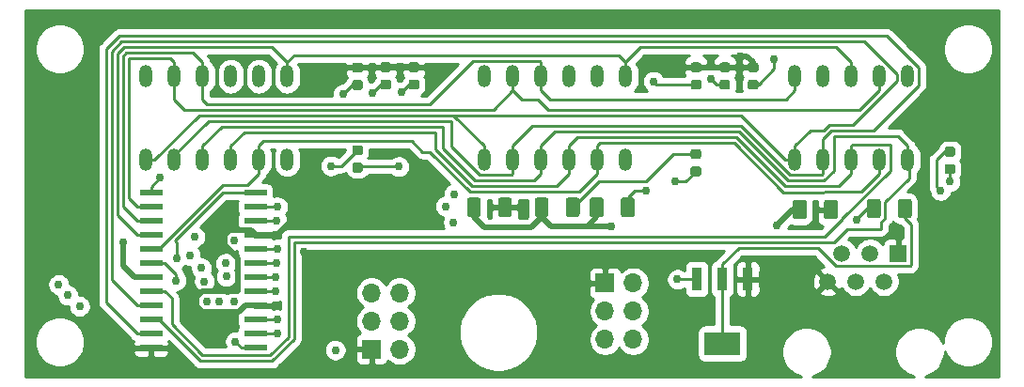
<source format=gtl>
G04 #@! TF.GenerationSoftware,KiCad,Pcbnew,5.1.5*
G04 #@! TF.CreationDate,2020-05-20T18:02:06-05:00*
G04 #@! TF.ProjectId,kdi574,6b646935-3734-42e6-9b69-6361645f7063,v01*
G04 #@! TF.SameCoordinates,Original*
G04 #@! TF.FileFunction,Copper,L1,Top*
G04 #@! TF.FilePolarity,Positive*
%FSLAX46Y46*%
G04 Gerber Fmt 4.6, Leading zero omitted, Abs format (unit mm)*
G04 Created by KiCad (PCBNEW 5.1.5) date 2020-05-20 18:02:06*
%MOMM*%
%LPD*%
G04 APERTURE LIST*
%ADD10R,2.000000X0.600000*%
%ADD11R,0.950000X2.150000*%
%ADD12R,3.250000X2.150000*%
%ADD13C,0.100000*%
%ADD14O,1.200000X2.000000*%
%ADD15O,1.700000X1.700000*%
%ADD16R,1.700000X1.700000*%
%ADD17R,1.520000X1.520000*%
%ADD18C,1.520000*%
%ADD19C,0.762000*%
%ADD20C,0.525000*%
%ADD21C,0.254000*%
G04 APERTURE END LIST*
D10*
X124918740Y-107058460D03*
X124918740Y-105788460D03*
X124918740Y-104518460D03*
X124918740Y-103248460D03*
X124918740Y-101978460D03*
X124918740Y-100708460D03*
X124918740Y-99438460D03*
X124918740Y-98168460D03*
X124918740Y-96898460D03*
X124918740Y-95628460D03*
X124918740Y-94358460D03*
X134318740Y-93088460D03*
X134318740Y-94358460D03*
X134318740Y-95628460D03*
X134318740Y-96898460D03*
X134318740Y-98168460D03*
X134318740Y-99438460D03*
X134318740Y-100708460D03*
X134318740Y-101978460D03*
X134318740Y-103248460D03*
X134318740Y-104518460D03*
X134318740Y-105788460D03*
X124918740Y-93088460D03*
X134318740Y-107058460D03*
D11*
X174064900Y-100871700D03*
X176364900Y-100871700D03*
X178664900Y-100871700D03*
D12*
X176364900Y-106671700D03*
G04 #@! TA.AperFunction,SMDPad,CuDef*
D13*
G36*
X143782611Y-82946673D02*
G01*
X143803846Y-82949823D01*
X143824670Y-82955039D01*
X143844882Y-82962271D01*
X143864288Y-82971450D01*
X143882701Y-82982486D01*
X143899944Y-82995274D01*
X143915850Y-83009690D01*
X143930266Y-83025596D01*
X143943054Y-83042839D01*
X143954090Y-83061252D01*
X143963269Y-83080658D01*
X143970501Y-83100870D01*
X143975717Y-83121694D01*
X143978867Y-83142929D01*
X143979920Y-83164370D01*
X143979920Y-83601870D01*
X143978867Y-83623311D01*
X143975717Y-83644546D01*
X143970501Y-83665370D01*
X143963269Y-83685582D01*
X143954090Y-83704988D01*
X143943054Y-83723401D01*
X143930266Y-83740644D01*
X143915850Y-83756550D01*
X143899944Y-83770966D01*
X143882701Y-83783754D01*
X143864288Y-83794790D01*
X143844882Y-83803969D01*
X143824670Y-83811201D01*
X143803846Y-83816417D01*
X143782611Y-83819567D01*
X143761170Y-83820620D01*
X143248670Y-83820620D01*
X143227229Y-83819567D01*
X143205994Y-83816417D01*
X143185170Y-83811201D01*
X143164958Y-83803969D01*
X143145552Y-83794790D01*
X143127139Y-83783754D01*
X143109896Y-83770966D01*
X143093990Y-83756550D01*
X143079574Y-83740644D01*
X143066786Y-83723401D01*
X143055750Y-83704988D01*
X143046571Y-83685582D01*
X143039339Y-83665370D01*
X143034123Y-83644546D01*
X143030973Y-83623311D01*
X143029920Y-83601870D01*
X143029920Y-83164370D01*
X143030973Y-83142929D01*
X143034123Y-83121694D01*
X143039339Y-83100870D01*
X143046571Y-83080658D01*
X143055750Y-83061252D01*
X143066786Y-83042839D01*
X143079574Y-83025596D01*
X143093990Y-83009690D01*
X143109896Y-82995274D01*
X143127139Y-82982486D01*
X143145552Y-82971450D01*
X143164958Y-82962271D01*
X143185170Y-82955039D01*
X143205994Y-82949823D01*
X143227229Y-82946673D01*
X143248670Y-82945620D01*
X143761170Y-82945620D01*
X143782611Y-82946673D01*
G37*
G04 #@! TD.AperFunction*
G04 #@! TA.AperFunction,SMDPad,CuDef*
G36*
X143782611Y-81371673D02*
G01*
X143803846Y-81374823D01*
X143824670Y-81380039D01*
X143844882Y-81387271D01*
X143864288Y-81396450D01*
X143882701Y-81407486D01*
X143899944Y-81420274D01*
X143915850Y-81434690D01*
X143930266Y-81450596D01*
X143943054Y-81467839D01*
X143954090Y-81486252D01*
X143963269Y-81505658D01*
X143970501Y-81525870D01*
X143975717Y-81546694D01*
X143978867Y-81567929D01*
X143979920Y-81589370D01*
X143979920Y-82026870D01*
X143978867Y-82048311D01*
X143975717Y-82069546D01*
X143970501Y-82090370D01*
X143963269Y-82110582D01*
X143954090Y-82129988D01*
X143943054Y-82148401D01*
X143930266Y-82165644D01*
X143915850Y-82181550D01*
X143899944Y-82195966D01*
X143882701Y-82208754D01*
X143864288Y-82219790D01*
X143844882Y-82228969D01*
X143824670Y-82236201D01*
X143803846Y-82241417D01*
X143782611Y-82244567D01*
X143761170Y-82245620D01*
X143248670Y-82245620D01*
X143227229Y-82244567D01*
X143205994Y-82241417D01*
X143185170Y-82236201D01*
X143164958Y-82228969D01*
X143145552Y-82219790D01*
X143127139Y-82208754D01*
X143109896Y-82195966D01*
X143093990Y-82181550D01*
X143079574Y-82165644D01*
X143066786Y-82148401D01*
X143055750Y-82129988D01*
X143046571Y-82110582D01*
X143039339Y-82090370D01*
X143034123Y-82069546D01*
X143030973Y-82048311D01*
X143029920Y-82026870D01*
X143029920Y-81589370D01*
X143030973Y-81567929D01*
X143034123Y-81546694D01*
X143039339Y-81525870D01*
X143046571Y-81505658D01*
X143055750Y-81486252D01*
X143066786Y-81467839D01*
X143079574Y-81450596D01*
X143093990Y-81434690D01*
X143109896Y-81420274D01*
X143127139Y-81407486D01*
X143145552Y-81396450D01*
X143164958Y-81387271D01*
X143185170Y-81380039D01*
X143205994Y-81374823D01*
X143227229Y-81371673D01*
X143248670Y-81370620D01*
X143761170Y-81370620D01*
X143782611Y-81371673D01*
G37*
G04 #@! TD.AperFunction*
D14*
X182880000Y-82600000D03*
X182880000Y-90120000D03*
X185420000Y-82600000D03*
X185420000Y-90120000D03*
X187960000Y-82600000D03*
X187960000Y-90120000D03*
X190500000Y-82600000D03*
X190500000Y-90120000D03*
X193040000Y-82600000D03*
X193040000Y-90120000D03*
D15*
X147320000Y-102108000D03*
X144780000Y-102108000D03*
X147320000Y-104648000D03*
X144780000Y-104648000D03*
X147320000Y-107188000D03*
D16*
X144780000Y-107188000D03*
G04 #@! TA.AperFunction,SMDPad,CuDef*
D13*
G36*
X197127691Y-88946053D02*
G01*
X197148926Y-88949203D01*
X197169750Y-88954419D01*
X197189962Y-88961651D01*
X197209368Y-88970830D01*
X197227781Y-88981866D01*
X197245024Y-88994654D01*
X197260930Y-89009070D01*
X197275346Y-89024976D01*
X197288134Y-89042219D01*
X197299170Y-89060632D01*
X197308349Y-89080038D01*
X197315581Y-89100250D01*
X197320797Y-89121074D01*
X197323947Y-89142309D01*
X197325000Y-89163750D01*
X197325000Y-89601250D01*
X197323947Y-89622691D01*
X197320797Y-89643926D01*
X197315581Y-89664750D01*
X197308349Y-89684962D01*
X197299170Y-89704368D01*
X197288134Y-89722781D01*
X197275346Y-89740024D01*
X197260930Y-89755930D01*
X197245024Y-89770346D01*
X197227781Y-89783134D01*
X197209368Y-89794170D01*
X197189962Y-89803349D01*
X197169750Y-89810581D01*
X197148926Y-89815797D01*
X197127691Y-89818947D01*
X197106250Y-89820000D01*
X196593750Y-89820000D01*
X196572309Y-89818947D01*
X196551074Y-89815797D01*
X196530250Y-89810581D01*
X196510038Y-89803349D01*
X196490632Y-89794170D01*
X196472219Y-89783134D01*
X196454976Y-89770346D01*
X196439070Y-89755930D01*
X196424654Y-89740024D01*
X196411866Y-89722781D01*
X196400830Y-89704368D01*
X196391651Y-89684962D01*
X196384419Y-89664750D01*
X196379203Y-89643926D01*
X196376053Y-89622691D01*
X196375000Y-89601250D01*
X196375000Y-89163750D01*
X196376053Y-89142309D01*
X196379203Y-89121074D01*
X196384419Y-89100250D01*
X196391651Y-89080038D01*
X196400830Y-89060632D01*
X196411866Y-89042219D01*
X196424654Y-89024976D01*
X196439070Y-89009070D01*
X196454976Y-88994654D01*
X196472219Y-88981866D01*
X196490632Y-88970830D01*
X196510038Y-88961651D01*
X196530250Y-88954419D01*
X196551074Y-88949203D01*
X196572309Y-88946053D01*
X196593750Y-88945000D01*
X197106250Y-88945000D01*
X197127691Y-88946053D01*
G37*
G04 #@! TD.AperFunction*
G04 #@! TA.AperFunction,SMDPad,CuDef*
G36*
X197127691Y-90521053D02*
G01*
X197148926Y-90524203D01*
X197169750Y-90529419D01*
X197189962Y-90536651D01*
X197209368Y-90545830D01*
X197227781Y-90556866D01*
X197245024Y-90569654D01*
X197260930Y-90584070D01*
X197275346Y-90599976D01*
X197288134Y-90617219D01*
X197299170Y-90635632D01*
X197308349Y-90655038D01*
X197315581Y-90675250D01*
X197320797Y-90696074D01*
X197323947Y-90717309D01*
X197325000Y-90738750D01*
X197325000Y-91176250D01*
X197323947Y-91197691D01*
X197320797Y-91218926D01*
X197315581Y-91239750D01*
X197308349Y-91259962D01*
X197299170Y-91279368D01*
X197288134Y-91297781D01*
X197275346Y-91315024D01*
X197260930Y-91330930D01*
X197245024Y-91345346D01*
X197227781Y-91358134D01*
X197209368Y-91369170D01*
X197189962Y-91378349D01*
X197169750Y-91385581D01*
X197148926Y-91390797D01*
X197127691Y-91393947D01*
X197106250Y-91395000D01*
X196593750Y-91395000D01*
X196572309Y-91393947D01*
X196551074Y-91390797D01*
X196530250Y-91385581D01*
X196510038Y-91378349D01*
X196490632Y-91369170D01*
X196472219Y-91358134D01*
X196454976Y-91345346D01*
X196439070Y-91330930D01*
X196424654Y-91315024D01*
X196411866Y-91297781D01*
X196400830Y-91279368D01*
X196391651Y-91259962D01*
X196384419Y-91239750D01*
X196379203Y-91218926D01*
X196376053Y-91197691D01*
X196375000Y-91176250D01*
X196375000Y-90738750D01*
X196376053Y-90717309D01*
X196379203Y-90696074D01*
X196384419Y-90675250D01*
X196391651Y-90655038D01*
X196400830Y-90635632D01*
X196411866Y-90617219D01*
X196424654Y-90599976D01*
X196439070Y-90584070D01*
X196454976Y-90569654D01*
X196472219Y-90556866D01*
X196490632Y-90545830D01*
X196510038Y-90536651D01*
X196530250Y-90529419D01*
X196551074Y-90524203D01*
X196572309Y-90521053D01*
X196593750Y-90520000D01*
X197106250Y-90520000D01*
X197127691Y-90521053D01*
G37*
G04 #@! TD.AperFunction*
G04 #@! TA.AperFunction,SMDPad,CuDef*
G36*
X174257531Y-89159513D02*
G01*
X174278766Y-89162663D01*
X174299590Y-89167879D01*
X174319802Y-89175111D01*
X174339208Y-89184290D01*
X174357621Y-89195326D01*
X174374864Y-89208114D01*
X174390770Y-89222530D01*
X174405186Y-89238436D01*
X174417974Y-89255679D01*
X174429010Y-89274092D01*
X174438189Y-89293498D01*
X174445421Y-89313710D01*
X174450637Y-89334534D01*
X174453787Y-89355769D01*
X174454840Y-89377210D01*
X174454840Y-89814710D01*
X174453787Y-89836151D01*
X174450637Y-89857386D01*
X174445421Y-89878210D01*
X174438189Y-89898422D01*
X174429010Y-89917828D01*
X174417974Y-89936241D01*
X174405186Y-89953484D01*
X174390770Y-89969390D01*
X174374864Y-89983806D01*
X174357621Y-89996594D01*
X174339208Y-90007630D01*
X174319802Y-90016809D01*
X174299590Y-90024041D01*
X174278766Y-90029257D01*
X174257531Y-90032407D01*
X174236090Y-90033460D01*
X173723590Y-90033460D01*
X173702149Y-90032407D01*
X173680914Y-90029257D01*
X173660090Y-90024041D01*
X173639878Y-90016809D01*
X173620472Y-90007630D01*
X173602059Y-89996594D01*
X173584816Y-89983806D01*
X173568910Y-89969390D01*
X173554494Y-89953484D01*
X173541706Y-89936241D01*
X173530670Y-89917828D01*
X173521491Y-89898422D01*
X173514259Y-89878210D01*
X173509043Y-89857386D01*
X173505893Y-89836151D01*
X173504840Y-89814710D01*
X173504840Y-89377210D01*
X173505893Y-89355769D01*
X173509043Y-89334534D01*
X173514259Y-89313710D01*
X173521491Y-89293498D01*
X173530670Y-89274092D01*
X173541706Y-89255679D01*
X173554494Y-89238436D01*
X173568910Y-89222530D01*
X173584816Y-89208114D01*
X173602059Y-89195326D01*
X173620472Y-89184290D01*
X173639878Y-89175111D01*
X173660090Y-89167879D01*
X173680914Y-89162663D01*
X173702149Y-89159513D01*
X173723590Y-89158460D01*
X174236090Y-89158460D01*
X174257531Y-89159513D01*
G37*
G04 #@! TD.AperFunction*
G04 #@! TA.AperFunction,SMDPad,CuDef*
G36*
X174257531Y-90734513D02*
G01*
X174278766Y-90737663D01*
X174299590Y-90742879D01*
X174319802Y-90750111D01*
X174339208Y-90759290D01*
X174357621Y-90770326D01*
X174374864Y-90783114D01*
X174390770Y-90797530D01*
X174405186Y-90813436D01*
X174417974Y-90830679D01*
X174429010Y-90849092D01*
X174438189Y-90868498D01*
X174445421Y-90888710D01*
X174450637Y-90909534D01*
X174453787Y-90930769D01*
X174454840Y-90952210D01*
X174454840Y-91389710D01*
X174453787Y-91411151D01*
X174450637Y-91432386D01*
X174445421Y-91453210D01*
X174438189Y-91473422D01*
X174429010Y-91492828D01*
X174417974Y-91511241D01*
X174405186Y-91528484D01*
X174390770Y-91544390D01*
X174374864Y-91558806D01*
X174357621Y-91571594D01*
X174339208Y-91582630D01*
X174319802Y-91591809D01*
X174299590Y-91599041D01*
X174278766Y-91604257D01*
X174257531Y-91607407D01*
X174236090Y-91608460D01*
X173723590Y-91608460D01*
X173702149Y-91607407D01*
X173680914Y-91604257D01*
X173660090Y-91599041D01*
X173639878Y-91591809D01*
X173620472Y-91582630D01*
X173602059Y-91571594D01*
X173584816Y-91558806D01*
X173568910Y-91544390D01*
X173554494Y-91528484D01*
X173541706Y-91511241D01*
X173530670Y-91492828D01*
X173521491Y-91473422D01*
X173514259Y-91453210D01*
X173509043Y-91432386D01*
X173505893Y-91411151D01*
X173504840Y-91389710D01*
X173504840Y-90952210D01*
X173505893Y-90930769D01*
X173509043Y-90909534D01*
X173514259Y-90888710D01*
X173521491Y-90868498D01*
X173530670Y-90849092D01*
X173541706Y-90830679D01*
X173554494Y-90813436D01*
X173568910Y-90797530D01*
X173584816Y-90783114D01*
X173602059Y-90770326D01*
X173620472Y-90759290D01*
X173639878Y-90750111D01*
X173660090Y-90742879D01*
X173680914Y-90737663D01*
X173702149Y-90734513D01*
X173723590Y-90733460D01*
X174236090Y-90733460D01*
X174257531Y-90734513D01*
G37*
G04 #@! TD.AperFunction*
G04 #@! TA.AperFunction,SMDPad,CuDef*
G36*
X143787691Y-88816053D02*
G01*
X143808926Y-88819203D01*
X143829750Y-88824419D01*
X143849962Y-88831651D01*
X143869368Y-88840830D01*
X143887781Y-88851866D01*
X143905024Y-88864654D01*
X143920930Y-88879070D01*
X143935346Y-88894976D01*
X143948134Y-88912219D01*
X143959170Y-88930632D01*
X143968349Y-88950038D01*
X143975581Y-88970250D01*
X143980797Y-88991074D01*
X143983947Y-89012309D01*
X143985000Y-89033750D01*
X143985000Y-89471250D01*
X143983947Y-89492691D01*
X143980797Y-89513926D01*
X143975581Y-89534750D01*
X143968349Y-89554962D01*
X143959170Y-89574368D01*
X143948134Y-89592781D01*
X143935346Y-89610024D01*
X143920930Y-89625930D01*
X143905024Y-89640346D01*
X143887781Y-89653134D01*
X143869368Y-89664170D01*
X143849962Y-89673349D01*
X143829750Y-89680581D01*
X143808926Y-89685797D01*
X143787691Y-89688947D01*
X143766250Y-89690000D01*
X143253750Y-89690000D01*
X143232309Y-89688947D01*
X143211074Y-89685797D01*
X143190250Y-89680581D01*
X143170038Y-89673349D01*
X143150632Y-89664170D01*
X143132219Y-89653134D01*
X143114976Y-89640346D01*
X143099070Y-89625930D01*
X143084654Y-89610024D01*
X143071866Y-89592781D01*
X143060830Y-89574368D01*
X143051651Y-89554962D01*
X143044419Y-89534750D01*
X143039203Y-89513926D01*
X143036053Y-89492691D01*
X143035000Y-89471250D01*
X143035000Y-89033750D01*
X143036053Y-89012309D01*
X143039203Y-88991074D01*
X143044419Y-88970250D01*
X143051651Y-88950038D01*
X143060830Y-88930632D01*
X143071866Y-88912219D01*
X143084654Y-88894976D01*
X143099070Y-88879070D01*
X143114976Y-88864654D01*
X143132219Y-88851866D01*
X143150632Y-88840830D01*
X143170038Y-88831651D01*
X143190250Y-88824419D01*
X143211074Y-88819203D01*
X143232309Y-88816053D01*
X143253750Y-88815000D01*
X143766250Y-88815000D01*
X143787691Y-88816053D01*
G37*
G04 #@! TD.AperFunction*
G04 #@! TA.AperFunction,SMDPad,CuDef*
G36*
X143787691Y-90391053D02*
G01*
X143808926Y-90394203D01*
X143829750Y-90399419D01*
X143849962Y-90406651D01*
X143869368Y-90415830D01*
X143887781Y-90426866D01*
X143905024Y-90439654D01*
X143920930Y-90454070D01*
X143935346Y-90469976D01*
X143948134Y-90487219D01*
X143959170Y-90505632D01*
X143968349Y-90525038D01*
X143975581Y-90545250D01*
X143980797Y-90566074D01*
X143983947Y-90587309D01*
X143985000Y-90608750D01*
X143985000Y-91046250D01*
X143983947Y-91067691D01*
X143980797Y-91088926D01*
X143975581Y-91109750D01*
X143968349Y-91129962D01*
X143959170Y-91149368D01*
X143948134Y-91167781D01*
X143935346Y-91185024D01*
X143920930Y-91200930D01*
X143905024Y-91215346D01*
X143887781Y-91228134D01*
X143869368Y-91239170D01*
X143849962Y-91248349D01*
X143829750Y-91255581D01*
X143808926Y-91260797D01*
X143787691Y-91263947D01*
X143766250Y-91265000D01*
X143253750Y-91265000D01*
X143232309Y-91263947D01*
X143211074Y-91260797D01*
X143190250Y-91255581D01*
X143170038Y-91248349D01*
X143150632Y-91239170D01*
X143132219Y-91228134D01*
X143114976Y-91215346D01*
X143099070Y-91200930D01*
X143084654Y-91185024D01*
X143071866Y-91167781D01*
X143060830Y-91149368D01*
X143051651Y-91129962D01*
X143044419Y-91109750D01*
X143039203Y-91088926D01*
X143036053Y-91067691D01*
X143035000Y-91046250D01*
X143035000Y-90608750D01*
X143036053Y-90587309D01*
X143039203Y-90566074D01*
X143044419Y-90545250D01*
X143051651Y-90525038D01*
X143060830Y-90505632D01*
X143071866Y-90487219D01*
X143084654Y-90469976D01*
X143099070Y-90454070D01*
X143114976Y-90439654D01*
X143132219Y-90426866D01*
X143150632Y-90415830D01*
X143170038Y-90406651D01*
X143190250Y-90399419D01*
X143211074Y-90394203D01*
X143232309Y-90391053D01*
X143253750Y-90390000D01*
X143766250Y-90390000D01*
X143787691Y-90391053D01*
G37*
G04 #@! TD.AperFunction*
G04 #@! TA.AperFunction,SMDPad,CuDef*
G36*
X179413731Y-82916393D02*
G01*
X179434966Y-82919543D01*
X179455790Y-82924759D01*
X179476002Y-82931991D01*
X179495408Y-82941170D01*
X179513821Y-82952206D01*
X179531064Y-82964994D01*
X179546970Y-82979410D01*
X179561386Y-82995316D01*
X179574174Y-83012559D01*
X179585210Y-83030972D01*
X179594389Y-83050378D01*
X179601621Y-83070590D01*
X179606837Y-83091414D01*
X179609987Y-83112649D01*
X179611040Y-83134090D01*
X179611040Y-83571590D01*
X179609987Y-83593031D01*
X179606837Y-83614266D01*
X179601621Y-83635090D01*
X179594389Y-83655302D01*
X179585210Y-83674708D01*
X179574174Y-83693121D01*
X179561386Y-83710364D01*
X179546970Y-83726270D01*
X179531064Y-83740686D01*
X179513821Y-83753474D01*
X179495408Y-83764510D01*
X179476002Y-83773689D01*
X179455790Y-83780921D01*
X179434966Y-83786137D01*
X179413731Y-83789287D01*
X179392290Y-83790340D01*
X178879790Y-83790340D01*
X178858349Y-83789287D01*
X178837114Y-83786137D01*
X178816290Y-83780921D01*
X178796078Y-83773689D01*
X178776672Y-83764510D01*
X178758259Y-83753474D01*
X178741016Y-83740686D01*
X178725110Y-83726270D01*
X178710694Y-83710364D01*
X178697906Y-83693121D01*
X178686870Y-83674708D01*
X178677691Y-83655302D01*
X178670459Y-83635090D01*
X178665243Y-83614266D01*
X178662093Y-83593031D01*
X178661040Y-83571590D01*
X178661040Y-83134090D01*
X178662093Y-83112649D01*
X178665243Y-83091414D01*
X178670459Y-83070590D01*
X178677691Y-83050378D01*
X178686870Y-83030972D01*
X178697906Y-83012559D01*
X178710694Y-82995316D01*
X178725110Y-82979410D01*
X178741016Y-82964994D01*
X178758259Y-82952206D01*
X178776672Y-82941170D01*
X178796078Y-82931991D01*
X178816290Y-82924759D01*
X178837114Y-82919543D01*
X178858349Y-82916393D01*
X178879790Y-82915340D01*
X179392290Y-82915340D01*
X179413731Y-82916393D01*
G37*
G04 #@! TD.AperFunction*
G04 #@! TA.AperFunction,SMDPad,CuDef*
G36*
X179413731Y-81341393D02*
G01*
X179434966Y-81344543D01*
X179455790Y-81349759D01*
X179476002Y-81356991D01*
X179495408Y-81366170D01*
X179513821Y-81377206D01*
X179531064Y-81389994D01*
X179546970Y-81404410D01*
X179561386Y-81420316D01*
X179574174Y-81437559D01*
X179585210Y-81455972D01*
X179594389Y-81475378D01*
X179601621Y-81495590D01*
X179606837Y-81516414D01*
X179609987Y-81537649D01*
X179611040Y-81559090D01*
X179611040Y-81996590D01*
X179609987Y-82018031D01*
X179606837Y-82039266D01*
X179601621Y-82060090D01*
X179594389Y-82080302D01*
X179585210Y-82099708D01*
X179574174Y-82118121D01*
X179561386Y-82135364D01*
X179546970Y-82151270D01*
X179531064Y-82165686D01*
X179513821Y-82178474D01*
X179495408Y-82189510D01*
X179476002Y-82198689D01*
X179455790Y-82205921D01*
X179434966Y-82211137D01*
X179413731Y-82214287D01*
X179392290Y-82215340D01*
X178879790Y-82215340D01*
X178858349Y-82214287D01*
X178837114Y-82211137D01*
X178816290Y-82205921D01*
X178796078Y-82198689D01*
X178776672Y-82189510D01*
X178758259Y-82178474D01*
X178741016Y-82165686D01*
X178725110Y-82151270D01*
X178710694Y-82135364D01*
X178697906Y-82118121D01*
X178686870Y-82099708D01*
X178677691Y-82080302D01*
X178670459Y-82060090D01*
X178665243Y-82039266D01*
X178662093Y-82018031D01*
X178661040Y-81996590D01*
X178661040Y-81559090D01*
X178662093Y-81537649D01*
X178665243Y-81516414D01*
X178670459Y-81495590D01*
X178677691Y-81475378D01*
X178686870Y-81455972D01*
X178697906Y-81437559D01*
X178710694Y-81420316D01*
X178725110Y-81404410D01*
X178741016Y-81389994D01*
X178758259Y-81377206D01*
X178776672Y-81366170D01*
X178796078Y-81356991D01*
X178816290Y-81349759D01*
X178837114Y-81344543D01*
X178858349Y-81341393D01*
X178879790Y-81340340D01*
X179392290Y-81340340D01*
X179413731Y-81341393D01*
G37*
G04 #@! TD.AperFunction*
G04 #@! TA.AperFunction,SMDPad,CuDef*
G36*
X176863571Y-82921473D02*
G01*
X176884806Y-82924623D01*
X176905630Y-82929839D01*
X176925842Y-82937071D01*
X176945248Y-82946250D01*
X176963661Y-82957286D01*
X176980904Y-82970074D01*
X176996810Y-82984490D01*
X177011226Y-83000396D01*
X177024014Y-83017639D01*
X177035050Y-83036052D01*
X177044229Y-83055458D01*
X177051461Y-83075670D01*
X177056677Y-83096494D01*
X177059827Y-83117729D01*
X177060880Y-83139170D01*
X177060880Y-83576670D01*
X177059827Y-83598111D01*
X177056677Y-83619346D01*
X177051461Y-83640170D01*
X177044229Y-83660382D01*
X177035050Y-83679788D01*
X177024014Y-83698201D01*
X177011226Y-83715444D01*
X176996810Y-83731350D01*
X176980904Y-83745766D01*
X176963661Y-83758554D01*
X176945248Y-83769590D01*
X176925842Y-83778769D01*
X176905630Y-83786001D01*
X176884806Y-83791217D01*
X176863571Y-83794367D01*
X176842130Y-83795420D01*
X176329630Y-83795420D01*
X176308189Y-83794367D01*
X176286954Y-83791217D01*
X176266130Y-83786001D01*
X176245918Y-83778769D01*
X176226512Y-83769590D01*
X176208099Y-83758554D01*
X176190856Y-83745766D01*
X176174950Y-83731350D01*
X176160534Y-83715444D01*
X176147746Y-83698201D01*
X176136710Y-83679788D01*
X176127531Y-83660382D01*
X176120299Y-83640170D01*
X176115083Y-83619346D01*
X176111933Y-83598111D01*
X176110880Y-83576670D01*
X176110880Y-83139170D01*
X176111933Y-83117729D01*
X176115083Y-83096494D01*
X176120299Y-83075670D01*
X176127531Y-83055458D01*
X176136710Y-83036052D01*
X176147746Y-83017639D01*
X176160534Y-83000396D01*
X176174950Y-82984490D01*
X176190856Y-82970074D01*
X176208099Y-82957286D01*
X176226512Y-82946250D01*
X176245918Y-82937071D01*
X176266130Y-82929839D01*
X176286954Y-82924623D01*
X176308189Y-82921473D01*
X176329630Y-82920420D01*
X176842130Y-82920420D01*
X176863571Y-82921473D01*
G37*
G04 #@! TD.AperFunction*
G04 #@! TA.AperFunction,SMDPad,CuDef*
G36*
X176863571Y-81346473D02*
G01*
X176884806Y-81349623D01*
X176905630Y-81354839D01*
X176925842Y-81362071D01*
X176945248Y-81371250D01*
X176963661Y-81382286D01*
X176980904Y-81395074D01*
X176996810Y-81409490D01*
X177011226Y-81425396D01*
X177024014Y-81442639D01*
X177035050Y-81461052D01*
X177044229Y-81480458D01*
X177051461Y-81500670D01*
X177056677Y-81521494D01*
X177059827Y-81542729D01*
X177060880Y-81564170D01*
X177060880Y-82001670D01*
X177059827Y-82023111D01*
X177056677Y-82044346D01*
X177051461Y-82065170D01*
X177044229Y-82085382D01*
X177035050Y-82104788D01*
X177024014Y-82123201D01*
X177011226Y-82140444D01*
X176996810Y-82156350D01*
X176980904Y-82170766D01*
X176963661Y-82183554D01*
X176945248Y-82194590D01*
X176925842Y-82203769D01*
X176905630Y-82211001D01*
X176884806Y-82216217D01*
X176863571Y-82219367D01*
X176842130Y-82220420D01*
X176329630Y-82220420D01*
X176308189Y-82219367D01*
X176286954Y-82216217D01*
X176266130Y-82211001D01*
X176245918Y-82203769D01*
X176226512Y-82194590D01*
X176208099Y-82183554D01*
X176190856Y-82170766D01*
X176174950Y-82156350D01*
X176160534Y-82140444D01*
X176147746Y-82123201D01*
X176136710Y-82104788D01*
X176127531Y-82085382D01*
X176120299Y-82065170D01*
X176115083Y-82044346D01*
X176111933Y-82023111D01*
X176110880Y-82001670D01*
X176110880Y-81564170D01*
X176111933Y-81542729D01*
X176115083Y-81521494D01*
X176120299Y-81500670D01*
X176127531Y-81480458D01*
X176136710Y-81461052D01*
X176147746Y-81442639D01*
X176160534Y-81425396D01*
X176174950Y-81409490D01*
X176190856Y-81395074D01*
X176208099Y-81382286D01*
X176226512Y-81371250D01*
X176245918Y-81362071D01*
X176266130Y-81354839D01*
X176286954Y-81349623D01*
X176308189Y-81346473D01*
X176329630Y-81345420D01*
X176842130Y-81345420D01*
X176863571Y-81346473D01*
G37*
G04 #@! TD.AperFunction*
G04 #@! TA.AperFunction,SMDPad,CuDef*
G36*
X174272771Y-82901053D02*
G01*
X174294006Y-82904203D01*
X174314830Y-82909419D01*
X174335042Y-82916651D01*
X174354448Y-82925830D01*
X174372861Y-82936866D01*
X174390104Y-82949654D01*
X174406010Y-82964070D01*
X174420426Y-82979976D01*
X174433214Y-82997219D01*
X174444250Y-83015632D01*
X174453429Y-83035038D01*
X174460661Y-83055250D01*
X174465877Y-83076074D01*
X174469027Y-83097309D01*
X174470080Y-83118750D01*
X174470080Y-83556250D01*
X174469027Y-83577691D01*
X174465877Y-83598926D01*
X174460661Y-83619750D01*
X174453429Y-83639962D01*
X174444250Y-83659368D01*
X174433214Y-83677781D01*
X174420426Y-83695024D01*
X174406010Y-83710930D01*
X174390104Y-83725346D01*
X174372861Y-83738134D01*
X174354448Y-83749170D01*
X174335042Y-83758349D01*
X174314830Y-83765581D01*
X174294006Y-83770797D01*
X174272771Y-83773947D01*
X174251330Y-83775000D01*
X173738830Y-83775000D01*
X173717389Y-83773947D01*
X173696154Y-83770797D01*
X173675330Y-83765581D01*
X173655118Y-83758349D01*
X173635712Y-83749170D01*
X173617299Y-83738134D01*
X173600056Y-83725346D01*
X173584150Y-83710930D01*
X173569734Y-83695024D01*
X173556946Y-83677781D01*
X173545910Y-83659368D01*
X173536731Y-83639962D01*
X173529499Y-83619750D01*
X173524283Y-83598926D01*
X173521133Y-83577691D01*
X173520080Y-83556250D01*
X173520080Y-83118750D01*
X173521133Y-83097309D01*
X173524283Y-83076074D01*
X173529499Y-83055250D01*
X173536731Y-83035038D01*
X173545910Y-83015632D01*
X173556946Y-82997219D01*
X173569734Y-82979976D01*
X173584150Y-82964070D01*
X173600056Y-82949654D01*
X173617299Y-82936866D01*
X173635712Y-82925830D01*
X173655118Y-82916651D01*
X173675330Y-82909419D01*
X173696154Y-82904203D01*
X173717389Y-82901053D01*
X173738830Y-82900000D01*
X174251330Y-82900000D01*
X174272771Y-82901053D01*
G37*
G04 #@! TD.AperFunction*
G04 #@! TA.AperFunction,SMDPad,CuDef*
G36*
X174272771Y-81346273D02*
G01*
X174294006Y-81349423D01*
X174314830Y-81354639D01*
X174335042Y-81361871D01*
X174354448Y-81371050D01*
X174372861Y-81382086D01*
X174390104Y-81394874D01*
X174406010Y-81409290D01*
X174420426Y-81425196D01*
X174433214Y-81442439D01*
X174444250Y-81460852D01*
X174453429Y-81480258D01*
X174460661Y-81500470D01*
X174465877Y-81521294D01*
X174469027Y-81542529D01*
X174470080Y-81563970D01*
X174470080Y-82001470D01*
X174469027Y-82022911D01*
X174465877Y-82044146D01*
X174460661Y-82064970D01*
X174453429Y-82085182D01*
X174444250Y-82104588D01*
X174433214Y-82123001D01*
X174420426Y-82140244D01*
X174406010Y-82156150D01*
X174390104Y-82170566D01*
X174372861Y-82183354D01*
X174354448Y-82194390D01*
X174335042Y-82203569D01*
X174314830Y-82210801D01*
X174294006Y-82216017D01*
X174272771Y-82219167D01*
X174251330Y-82220220D01*
X173738830Y-82220220D01*
X173717389Y-82219167D01*
X173696154Y-82216017D01*
X173675330Y-82210801D01*
X173655118Y-82203569D01*
X173635712Y-82194390D01*
X173617299Y-82183354D01*
X173600056Y-82170566D01*
X173584150Y-82156150D01*
X173569734Y-82140244D01*
X173556946Y-82123001D01*
X173545910Y-82104588D01*
X173536731Y-82085182D01*
X173529499Y-82064970D01*
X173524283Y-82044146D01*
X173521133Y-82022911D01*
X173520080Y-82001470D01*
X173520080Y-81563970D01*
X173521133Y-81542529D01*
X173524283Y-81521294D01*
X173529499Y-81500470D01*
X173536731Y-81480258D01*
X173545910Y-81460852D01*
X173556946Y-81442439D01*
X173569734Y-81425196D01*
X173584150Y-81409290D01*
X173600056Y-81394874D01*
X173617299Y-81382086D01*
X173635712Y-81371050D01*
X173655118Y-81361871D01*
X173675330Y-81354639D01*
X173696154Y-81349423D01*
X173717389Y-81346273D01*
X173738830Y-81345220D01*
X174251330Y-81345220D01*
X174272771Y-81346273D01*
G37*
G04 #@! TD.AperFunction*
G04 #@! TA.AperFunction,SMDPad,CuDef*
G36*
X148867691Y-82901053D02*
G01*
X148888926Y-82904203D01*
X148909750Y-82909419D01*
X148929962Y-82916651D01*
X148949368Y-82925830D01*
X148967781Y-82936866D01*
X148985024Y-82949654D01*
X149000930Y-82964070D01*
X149015346Y-82979976D01*
X149028134Y-82997219D01*
X149039170Y-83015632D01*
X149048349Y-83035038D01*
X149055581Y-83055250D01*
X149060797Y-83076074D01*
X149063947Y-83097309D01*
X149065000Y-83118750D01*
X149065000Y-83556250D01*
X149063947Y-83577691D01*
X149060797Y-83598926D01*
X149055581Y-83619750D01*
X149048349Y-83639962D01*
X149039170Y-83659368D01*
X149028134Y-83677781D01*
X149015346Y-83695024D01*
X149000930Y-83710930D01*
X148985024Y-83725346D01*
X148967781Y-83738134D01*
X148949368Y-83749170D01*
X148929962Y-83758349D01*
X148909750Y-83765581D01*
X148888926Y-83770797D01*
X148867691Y-83773947D01*
X148846250Y-83775000D01*
X148333750Y-83775000D01*
X148312309Y-83773947D01*
X148291074Y-83770797D01*
X148270250Y-83765581D01*
X148250038Y-83758349D01*
X148230632Y-83749170D01*
X148212219Y-83738134D01*
X148194976Y-83725346D01*
X148179070Y-83710930D01*
X148164654Y-83695024D01*
X148151866Y-83677781D01*
X148140830Y-83659368D01*
X148131651Y-83639962D01*
X148124419Y-83619750D01*
X148119203Y-83598926D01*
X148116053Y-83577691D01*
X148115000Y-83556250D01*
X148115000Y-83118750D01*
X148116053Y-83097309D01*
X148119203Y-83076074D01*
X148124419Y-83055250D01*
X148131651Y-83035038D01*
X148140830Y-83015632D01*
X148151866Y-82997219D01*
X148164654Y-82979976D01*
X148179070Y-82964070D01*
X148194976Y-82949654D01*
X148212219Y-82936866D01*
X148230632Y-82925830D01*
X148250038Y-82916651D01*
X148270250Y-82909419D01*
X148291074Y-82904203D01*
X148312309Y-82901053D01*
X148333750Y-82900000D01*
X148846250Y-82900000D01*
X148867691Y-82901053D01*
G37*
G04 #@! TD.AperFunction*
G04 #@! TA.AperFunction,SMDPad,CuDef*
G36*
X148867691Y-81326053D02*
G01*
X148888926Y-81329203D01*
X148909750Y-81334419D01*
X148929962Y-81341651D01*
X148949368Y-81350830D01*
X148967781Y-81361866D01*
X148985024Y-81374654D01*
X149000930Y-81389070D01*
X149015346Y-81404976D01*
X149028134Y-81422219D01*
X149039170Y-81440632D01*
X149048349Y-81460038D01*
X149055581Y-81480250D01*
X149060797Y-81501074D01*
X149063947Y-81522309D01*
X149065000Y-81543750D01*
X149065000Y-81981250D01*
X149063947Y-82002691D01*
X149060797Y-82023926D01*
X149055581Y-82044750D01*
X149048349Y-82064962D01*
X149039170Y-82084368D01*
X149028134Y-82102781D01*
X149015346Y-82120024D01*
X149000930Y-82135930D01*
X148985024Y-82150346D01*
X148967781Y-82163134D01*
X148949368Y-82174170D01*
X148929962Y-82183349D01*
X148909750Y-82190581D01*
X148888926Y-82195797D01*
X148867691Y-82198947D01*
X148846250Y-82200000D01*
X148333750Y-82200000D01*
X148312309Y-82198947D01*
X148291074Y-82195797D01*
X148270250Y-82190581D01*
X148250038Y-82183349D01*
X148230632Y-82174170D01*
X148212219Y-82163134D01*
X148194976Y-82150346D01*
X148179070Y-82135930D01*
X148164654Y-82120024D01*
X148151866Y-82102781D01*
X148140830Y-82084368D01*
X148131651Y-82064962D01*
X148124419Y-82044750D01*
X148119203Y-82023926D01*
X148116053Y-82002691D01*
X148115000Y-81981250D01*
X148115000Y-81543750D01*
X148116053Y-81522309D01*
X148119203Y-81501074D01*
X148124419Y-81480250D01*
X148131651Y-81460038D01*
X148140830Y-81440632D01*
X148151866Y-81422219D01*
X148164654Y-81404976D01*
X148179070Y-81389070D01*
X148194976Y-81374654D01*
X148212219Y-81361866D01*
X148230632Y-81350830D01*
X148250038Y-81341651D01*
X148270250Y-81334419D01*
X148291074Y-81329203D01*
X148312309Y-81326053D01*
X148333750Y-81325000D01*
X148846250Y-81325000D01*
X148867691Y-81326053D01*
G37*
G04 #@! TD.AperFunction*
G04 #@! TA.AperFunction,SMDPad,CuDef*
G36*
X146327691Y-82901053D02*
G01*
X146348926Y-82904203D01*
X146369750Y-82909419D01*
X146389962Y-82916651D01*
X146409368Y-82925830D01*
X146427781Y-82936866D01*
X146445024Y-82949654D01*
X146460930Y-82964070D01*
X146475346Y-82979976D01*
X146488134Y-82997219D01*
X146499170Y-83015632D01*
X146508349Y-83035038D01*
X146515581Y-83055250D01*
X146520797Y-83076074D01*
X146523947Y-83097309D01*
X146525000Y-83118750D01*
X146525000Y-83556250D01*
X146523947Y-83577691D01*
X146520797Y-83598926D01*
X146515581Y-83619750D01*
X146508349Y-83639962D01*
X146499170Y-83659368D01*
X146488134Y-83677781D01*
X146475346Y-83695024D01*
X146460930Y-83710930D01*
X146445024Y-83725346D01*
X146427781Y-83738134D01*
X146409368Y-83749170D01*
X146389962Y-83758349D01*
X146369750Y-83765581D01*
X146348926Y-83770797D01*
X146327691Y-83773947D01*
X146306250Y-83775000D01*
X145793750Y-83775000D01*
X145772309Y-83773947D01*
X145751074Y-83770797D01*
X145730250Y-83765581D01*
X145710038Y-83758349D01*
X145690632Y-83749170D01*
X145672219Y-83738134D01*
X145654976Y-83725346D01*
X145639070Y-83710930D01*
X145624654Y-83695024D01*
X145611866Y-83677781D01*
X145600830Y-83659368D01*
X145591651Y-83639962D01*
X145584419Y-83619750D01*
X145579203Y-83598926D01*
X145576053Y-83577691D01*
X145575000Y-83556250D01*
X145575000Y-83118750D01*
X145576053Y-83097309D01*
X145579203Y-83076074D01*
X145584419Y-83055250D01*
X145591651Y-83035038D01*
X145600830Y-83015632D01*
X145611866Y-82997219D01*
X145624654Y-82979976D01*
X145639070Y-82964070D01*
X145654976Y-82949654D01*
X145672219Y-82936866D01*
X145690632Y-82925830D01*
X145710038Y-82916651D01*
X145730250Y-82909419D01*
X145751074Y-82904203D01*
X145772309Y-82901053D01*
X145793750Y-82900000D01*
X146306250Y-82900000D01*
X146327691Y-82901053D01*
G37*
G04 #@! TD.AperFunction*
G04 #@! TA.AperFunction,SMDPad,CuDef*
G36*
X146327691Y-81326053D02*
G01*
X146348926Y-81329203D01*
X146369750Y-81334419D01*
X146389962Y-81341651D01*
X146409368Y-81350830D01*
X146427781Y-81361866D01*
X146445024Y-81374654D01*
X146460930Y-81389070D01*
X146475346Y-81404976D01*
X146488134Y-81422219D01*
X146499170Y-81440632D01*
X146508349Y-81460038D01*
X146515581Y-81480250D01*
X146520797Y-81501074D01*
X146523947Y-81522309D01*
X146525000Y-81543750D01*
X146525000Y-81981250D01*
X146523947Y-82002691D01*
X146520797Y-82023926D01*
X146515581Y-82044750D01*
X146508349Y-82064962D01*
X146499170Y-82084368D01*
X146488134Y-82102781D01*
X146475346Y-82120024D01*
X146460930Y-82135930D01*
X146445024Y-82150346D01*
X146427781Y-82163134D01*
X146409368Y-82174170D01*
X146389962Y-82183349D01*
X146369750Y-82190581D01*
X146348926Y-82195797D01*
X146327691Y-82198947D01*
X146306250Y-82200000D01*
X145793750Y-82200000D01*
X145772309Y-82198947D01*
X145751074Y-82195797D01*
X145730250Y-82190581D01*
X145710038Y-82183349D01*
X145690632Y-82174170D01*
X145672219Y-82163134D01*
X145654976Y-82150346D01*
X145639070Y-82135930D01*
X145624654Y-82120024D01*
X145611866Y-82102781D01*
X145600830Y-82084368D01*
X145591651Y-82064962D01*
X145584419Y-82044750D01*
X145579203Y-82023926D01*
X145576053Y-82002691D01*
X145575000Y-81981250D01*
X145575000Y-81543750D01*
X145576053Y-81522309D01*
X145579203Y-81501074D01*
X145584419Y-81480250D01*
X145591651Y-81460038D01*
X145600830Y-81440632D01*
X145611866Y-81422219D01*
X145624654Y-81404976D01*
X145639070Y-81389070D01*
X145654976Y-81374654D01*
X145672219Y-81361866D01*
X145690632Y-81350830D01*
X145710038Y-81341651D01*
X145730250Y-81334419D01*
X145751074Y-81329203D01*
X145772309Y-81326053D01*
X145793750Y-81325000D01*
X146306250Y-81325000D01*
X146327691Y-81326053D01*
G37*
G04 #@! TD.AperFunction*
G04 #@! TA.AperFunction,SMDPad,CuDef*
G36*
X183733704Y-93728504D02*
G01*
X183757973Y-93732104D01*
X183781771Y-93738065D01*
X183804871Y-93746330D01*
X183827049Y-93756820D01*
X183848093Y-93769433D01*
X183867798Y-93784047D01*
X183885977Y-93800523D01*
X183902453Y-93818702D01*
X183917067Y-93838407D01*
X183929680Y-93859451D01*
X183940170Y-93881629D01*
X183948435Y-93904729D01*
X183954396Y-93928527D01*
X183957996Y-93952796D01*
X183959200Y-93977300D01*
X183959200Y-95227300D01*
X183957996Y-95251804D01*
X183954396Y-95276073D01*
X183948435Y-95299871D01*
X183940170Y-95322971D01*
X183929680Y-95345149D01*
X183917067Y-95366193D01*
X183902453Y-95385898D01*
X183885977Y-95404077D01*
X183867798Y-95420553D01*
X183848093Y-95435167D01*
X183827049Y-95447780D01*
X183804871Y-95458270D01*
X183781771Y-95466535D01*
X183757973Y-95472496D01*
X183733704Y-95476096D01*
X183709200Y-95477300D01*
X182959200Y-95477300D01*
X182934696Y-95476096D01*
X182910427Y-95472496D01*
X182886629Y-95466535D01*
X182863529Y-95458270D01*
X182841351Y-95447780D01*
X182820307Y-95435167D01*
X182800602Y-95420553D01*
X182782423Y-95404077D01*
X182765947Y-95385898D01*
X182751333Y-95366193D01*
X182738720Y-95345149D01*
X182728230Y-95322971D01*
X182719965Y-95299871D01*
X182714004Y-95276073D01*
X182710404Y-95251804D01*
X182709200Y-95227300D01*
X182709200Y-93977300D01*
X182710404Y-93952796D01*
X182714004Y-93928527D01*
X182719965Y-93904729D01*
X182728230Y-93881629D01*
X182738720Y-93859451D01*
X182751333Y-93838407D01*
X182765947Y-93818702D01*
X182782423Y-93800523D01*
X182800602Y-93784047D01*
X182820307Y-93769433D01*
X182841351Y-93756820D01*
X182863529Y-93746330D01*
X182886629Y-93738065D01*
X182910427Y-93732104D01*
X182934696Y-93728504D01*
X182959200Y-93727300D01*
X183709200Y-93727300D01*
X183733704Y-93728504D01*
G37*
G04 #@! TD.AperFunction*
G04 #@! TA.AperFunction,SMDPad,CuDef*
G36*
X186533704Y-93728504D02*
G01*
X186557973Y-93732104D01*
X186581771Y-93738065D01*
X186604871Y-93746330D01*
X186627049Y-93756820D01*
X186648093Y-93769433D01*
X186667798Y-93784047D01*
X186685977Y-93800523D01*
X186702453Y-93818702D01*
X186717067Y-93838407D01*
X186729680Y-93859451D01*
X186740170Y-93881629D01*
X186748435Y-93904729D01*
X186754396Y-93928527D01*
X186757996Y-93952796D01*
X186759200Y-93977300D01*
X186759200Y-95227300D01*
X186757996Y-95251804D01*
X186754396Y-95276073D01*
X186748435Y-95299871D01*
X186740170Y-95322971D01*
X186729680Y-95345149D01*
X186717067Y-95366193D01*
X186702453Y-95385898D01*
X186685977Y-95404077D01*
X186667798Y-95420553D01*
X186648093Y-95435167D01*
X186627049Y-95447780D01*
X186604871Y-95458270D01*
X186581771Y-95466535D01*
X186557973Y-95472496D01*
X186533704Y-95476096D01*
X186509200Y-95477300D01*
X185759200Y-95477300D01*
X185734696Y-95476096D01*
X185710427Y-95472496D01*
X185686629Y-95466535D01*
X185663529Y-95458270D01*
X185641351Y-95447780D01*
X185620307Y-95435167D01*
X185600602Y-95420553D01*
X185582423Y-95404077D01*
X185565947Y-95385898D01*
X185551333Y-95366193D01*
X185538720Y-95345149D01*
X185528230Y-95322971D01*
X185519965Y-95299871D01*
X185514004Y-95276073D01*
X185510404Y-95251804D01*
X185509200Y-95227300D01*
X185509200Y-93977300D01*
X185510404Y-93952796D01*
X185514004Y-93928527D01*
X185519965Y-93904729D01*
X185528230Y-93881629D01*
X185538720Y-93859451D01*
X185551333Y-93838407D01*
X185565947Y-93818702D01*
X185582423Y-93800523D01*
X185600602Y-93784047D01*
X185620307Y-93769433D01*
X185641351Y-93756820D01*
X185663529Y-93746330D01*
X185686629Y-93738065D01*
X185710427Y-93732104D01*
X185734696Y-93728504D01*
X185759200Y-93727300D01*
X186509200Y-93727300D01*
X186533704Y-93728504D01*
G37*
G04 #@! TD.AperFunction*
G04 #@! TA.AperFunction,SMDPad,CuDef*
G36*
X154393704Y-93525304D02*
G01*
X154417973Y-93528904D01*
X154441771Y-93534865D01*
X154464871Y-93543130D01*
X154487049Y-93553620D01*
X154508093Y-93566233D01*
X154527798Y-93580847D01*
X154545977Y-93597323D01*
X154562453Y-93615502D01*
X154577067Y-93635207D01*
X154589680Y-93656251D01*
X154600170Y-93678429D01*
X154608435Y-93701529D01*
X154614396Y-93725327D01*
X154617996Y-93749596D01*
X154619200Y-93774100D01*
X154619200Y-95024100D01*
X154617996Y-95048604D01*
X154614396Y-95072873D01*
X154608435Y-95096671D01*
X154600170Y-95119771D01*
X154589680Y-95141949D01*
X154577067Y-95162993D01*
X154562453Y-95182698D01*
X154545977Y-95200877D01*
X154527798Y-95217353D01*
X154508093Y-95231967D01*
X154487049Y-95244580D01*
X154464871Y-95255070D01*
X154441771Y-95263335D01*
X154417973Y-95269296D01*
X154393704Y-95272896D01*
X154369200Y-95274100D01*
X153619200Y-95274100D01*
X153594696Y-95272896D01*
X153570427Y-95269296D01*
X153546629Y-95263335D01*
X153523529Y-95255070D01*
X153501351Y-95244580D01*
X153480307Y-95231967D01*
X153460602Y-95217353D01*
X153442423Y-95200877D01*
X153425947Y-95182698D01*
X153411333Y-95162993D01*
X153398720Y-95141949D01*
X153388230Y-95119771D01*
X153379965Y-95096671D01*
X153374004Y-95072873D01*
X153370404Y-95048604D01*
X153369200Y-95024100D01*
X153369200Y-93774100D01*
X153370404Y-93749596D01*
X153374004Y-93725327D01*
X153379965Y-93701529D01*
X153388230Y-93678429D01*
X153398720Y-93656251D01*
X153411333Y-93635207D01*
X153425947Y-93615502D01*
X153442423Y-93597323D01*
X153460602Y-93580847D01*
X153480307Y-93566233D01*
X153501351Y-93553620D01*
X153523529Y-93543130D01*
X153546629Y-93534865D01*
X153570427Y-93528904D01*
X153594696Y-93525304D01*
X153619200Y-93524100D01*
X154369200Y-93524100D01*
X154393704Y-93525304D01*
G37*
G04 #@! TD.AperFunction*
G04 #@! TA.AperFunction,SMDPad,CuDef*
G36*
X157193704Y-93525304D02*
G01*
X157217973Y-93528904D01*
X157241771Y-93534865D01*
X157264871Y-93543130D01*
X157287049Y-93553620D01*
X157308093Y-93566233D01*
X157327798Y-93580847D01*
X157345977Y-93597323D01*
X157362453Y-93615502D01*
X157377067Y-93635207D01*
X157389680Y-93656251D01*
X157400170Y-93678429D01*
X157408435Y-93701529D01*
X157414396Y-93725327D01*
X157417996Y-93749596D01*
X157419200Y-93774100D01*
X157419200Y-95024100D01*
X157417996Y-95048604D01*
X157414396Y-95072873D01*
X157408435Y-95096671D01*
X157400170Y-95119771D01*
X157389680Y-95141949D01*
X157377067Y-95162993D01*
X157362453Y-95182698D01*
X157345977Y-95200877D01*
X157327798Y-95217353D01*
X157308093Y-95231967D01*
X157287049Y-95244580D01*
X157264871Y-95255070D01*
X157241771Y-95263335D01*
X157217973Y-95269296D01*
X157193704Y-95272896D01*
X157169200Y-95274100D01*
X156419200Y-95274100D01*
X156394696Y-95272896D01*
X156370427Y-95269296D01*
X156346629Y-95263335D01*
X156323529Y-95255070D01*
X156301351Y-95244580D01*
X156280307Y-95231967D01*
X156260602Y-95217353D01*
X156242423Y-95200877D01*
X156225947Y-95182698D01*
X156211333Y-95162993D01*
X156198720Y-95141949D01*
X156188230Y-95119771D01*
X156179965Y-95096671D01*
X156174004Y-95072873D01*
X156170404Y-95048604D01*
X156169200Y-95024100D01*
X156169200Y-93774100D01*
X156170404Y-93749596D01*
X156174004Y-93725327D01*
X156179965Y-93701529D01*
X156188230Y-93678429D01*
X156198720Y-93656251D01*
X156211333Y-93635207D01*
X156225947Y-93615502D01*
X156242423Y-93597323D01*
X156260602Y-93580847D01*
X156280307Y-93566233D01*
X156301351Y-93553620D01*
X156323529Y-93543130D01*
X156346629Y-93534865D01*
X156370427Y-93528904D01*
X156394696Y-93525304D01*
X156419200Y-93524100D01*
X157169200Y-93524100D01*
X157193704Y-93525304D01*
G37*
G04 #@! TD.AperFunction*
D14*
X137160000Y-90120000D03*
X137160000Y-82600000D03*
X134620000Y-90120000D03*
X134620000Y-82600000D03*
X132080000Y-90120000D03*
X132080000Y-82600000D03*
X129540000Y-90120000D03*
X129540000Y-82600000D03*
X127000000Y-90120000D03*
X127000000Y-82600000D03*
X124460000Y-90120000D03*
X124460000Y-82600000D03*
X154940000Y-82600000D03*
X154940000Y-90120000D03*
X157480000Y-82600000D03*
X157480000Y-90120000D03*
X160020000Y-82600000D03*
X160020000Y-90120000D03*
X162560000Y-82600000D03*
X162560000Y-90120000D03*
X165100000Y-82600000D03*
X165100000Y-90120000D03*
X167640000Y-82600000D03*
X167640000Y-90120000D03*
D17*
X192201800Y-98552000D03*
D18*
X190931800Y-101092000D03*
X189661800Y-98552000D03*
X188391800Y-101092000D03*
X187121800Y-98552000D03*
X185851800Y-101092000D03*
D16*
X165798500Y-101231700D03*
D15*
X168338500Y-101231700D03*
X165798500Y-103771700D03*
X168338500Y-103771700D03*
X165798500Y-106311700D03*
X168338500Y-106311700D03*
G04 #@! TA.AperFunction,SMDPad,CuDef*
D13*
G36*
X190401204Y-93639604D02*
G01*
X190425473Y-93643204D01*
X190449271Y-93649165D01*
X190472371Y-93657430D01*
X190494549Y-93667920D01*
X190515593Y-93680533D01*
X190535298Y-93695147D01*
X190553477Y-93711623D01*
X190569953Y-93729802D01*
X190584567Y-93749507D01*
X190597180Y-93770551D01*
X190607670Y-93792729D01*
X190615935Y-93815829D01*
X190621896Y-93839627D01*
X190625496Y-93863896D01*
X190626700Y-93888400D01*
X190626700Y-95138400D01*
X190625496Y-95162904D01*
X190621896Y-95187173D01*
X190615935Y-95210971D01*
X190607670Y-95234071D01*
X190597180Y-95256249D01*
X190584567Y-95277293D01*
X190569953Y-95296998D01*
X190553477Y-95315177D01*
X190535298Y-95331653D01*
X190515593Y-95346267D01*
X190494549Y-95358880D01*
X190472371Y-95369370D01*
X190449271Y-95377635D01*
X190425473Y-95383596D01*
X190401204Y-95387196D01*
X190376700Y-95388400D01*
X189626700Y-95388400D01*
X189602196Y-95387196D01*
X189577927Y-95383596D01*
X189554129Y-95377635D01*
X189531029Y-95369370D01*
X189508851Y-95358880D01*
X189487807Y-95346267D01*
X189468102Y-95331653D01*
X189449923Y-95315177D01*
X189433447Y-95296998D01*
X189418833Y-95277293D01*
X189406220Y-95256249D01*
X189395730Y-95234071D01*
X189387465Y-95210971D01*
X189381504Y-95187173D01*
X189377904Y-95162904D01*
X189376700Y-95138400D01*
X189376700Y-93888400D01*
X189377904Y-93863896D01*
X189381504Y-93839627D01*
X189387465Y-93815829D01*
X189395730Y-93792729D01*
X189406220Y-93770551D01*
X189418833Y-93749507D01*
X189433447Y-93729802D01*
X189449923Y-93711623D01*
X189468102Y-93695147D01*
X189487807Y-93680533D01*
X189508851Y-93667920D01*
X189531029Y-93657430D01*
X189554129Y-93649165D01*
X189577927Y-93643204D01*
X189602196Y-93639604D01*
X189626700Y-93638400D01*
X190376700Y-93638400D01*
X190401204Y-93639604D01*
G37*
G04 #@! TD.AperFunction*
G04 #@! TA.AperFunction,SMDPad,CuDef*
G36*
X193201204Y-93639604D02*
G01*
X193225473Y-93643204D01*
X193249271Y-93649165D01*
X193272371Y-93657430D01*
X193294549Y-93667920D01*
X193315593Y-93680533D01*
X193335298Y-93695147D01*
X193353477Y-93711623D01*
X193369953Y-93729802D01*
X193384567Y-93749507D01*
X193397180Y-93770551D01*
X193407670Y-93792729D01*
X193415935Y-93815829D01*
X193421896Y-93839627D01*
X193425496Y-93863896D01*
X193426700Y-93888400D01*
X193426700Y-95138400D01*
X193425496Y-95162904D01*
X193421896Y-95187173D01*
X193415935Y-95210971D01*
X193407670Y-95234071D01*
X193397180Y-95256249D01*
X193384567Y-95277293D01*
X193369953Y-95296998D01*
X193353477Y-95315177D01*
X193335298Y-95331653D01*
X193315593Y-95346267D01*
X193294549Y-95358880D01*
X193272371Y-95369370D01*
X193249271Y-95377635D01*
X193225473Y-95383596D01*
X193201204Y-95387196D01*
X193176700Y-95388400D01*
X192426700Y-95388400D01*
X192402196Y-95387196D01*
X192377927Y-95383596D01*
X192354129Y-95377635D01*
X192331029Y-95369370D01*
X192308851Y-95358880D01*
X192287807Y-95346267D01*
X192268102Y-95331653D01*
X192249923Y-95315177D01*
X192233447Y-95296998D01*
X192218833Y-95277293D01*
X192206220Y-95256249D01*
X192195730Y-95234071D01*
X192187465Y-95210971D01*
X192181504Y-95187173D01*
X192177904Y-95162904D01*
X192176700Y-95138400D01*
X192176700Y-93888400D01*
X192177904Y-93863896D01*
X192181504Y-93839627D01*
X192187465Y-93815829D01*
X192195730Y-93792729D01*
X192206220Y-93770551D01*
X192218833Y-93749507D01*
X192233447Y-93729802D01*
X192249923Y-93711623D01*
X192268102Y-93695147D01*
X192287807Y-93680533D01*
X192308851Y-93667920D01*
X192331029Y-93657430D01*
X192354129Y-93649165D01*
X192377927Y-93643204D01*
X192402196Y-93639604D01*
X192426700Y-93638400D01*
X193176700Y-93638400D01*
X193201204Y-93639604D01*
G37*
G04 #@! TD.AperFunction*
G04 #@! TA.AperFunction,SMDPad,CuDef*
G36*
X163295704Y-93525304D02*
G01*
X163319973Y-93528904D01*
X163343771Y-93534865D01*
X163366871Y-93543130D01*
X163389049Y-93553620D01*
X163410093Y-93566233D01*
X163429798Y-93580847D01*
X163447977Y-93597323D01*
X163464453Y-93615502D01*
X163479067Y-93635207D01*
X163491680Y-93656251D01*
X163502170Y-93678429D01*
X163510435Y-93701529D01*
X163516396Y-93725327D01*
X163519996Y-93749596D01*
X163521200Y-93774100D01*
X163521200Y-95024100D01*
X163519996Y-95048604D01*
X163516396Y-95072873D01*
X163510435Y-95096671D01*
X163502170Y-95119771D01*
X163491680Y-95141949D01*
X163479067Y-95162993D01*
X163464453Y-95182698D01*
X163447977Y-95200877D01*
X163429798Y-95217353D01*
X163410093Y-95231967D01*
X163389049Y-95244580D01*
X163366871Y-95255070D01*
X163343771Y-95263335D01*
X163319973Y-95269296D01*
X163295704Y-95272896D01*
X163271200Y-95274100D01*
X162521200Y-95274100D01*
X162496696Y-95272896D01*
X162472427Y-95269296D01*
X162448629Y-95263335D01*
X162425529Y-95255070D01*
X162403351Y-95244580D01*
X162382307Y-95231967D01*
X162362602Y-95217353D01*
X162344423Y-95200877D01*
X162327947Y-95182698D01*
X162313333Y-95162993D01*
X162300720Y-95141949D01*
X162290230Y-95119771D01*
X162281965Y-95096671D01*
X162276004Y-95072873D01*
X162272404Y-95048604D01*
X162271200Y-95024100D01*
X162271200Y-93774100D01*
X162272404Y-93749596D01*
X162276004Y-93725327D01*
X162281965Y-93701529D01*
X162290230Y-93678429D01*
X162300720Y-93656251D01*
X162313333Y-93635207D01*
X162327947Y-93615502D01*
X162344423Y-93597323D01*
X162362602Y-93580847D01*
X162382307Y-93566233D01*
X162403351Y-93553620D01*
X162425529Y-93543130D01*
X162448629Y-93534865D01*
X162472427Y-93528904D01*
X162496696Y-93525304D01*
X162521200Y-93524100D01*
X163271200Y-93524100D01*
X163295704Y-93525304D01*
G37*
G04 #@! TD.AperFunction*
G04 #@! TA.AperFunction,SMDPad,CuDef*
G36*
X160495704Y-93525304D02*
G01*
X160519973Y-93528904D01*
X160543771Y-93534865D01*
X160566871Y-93543130D01*
X160589049Y-93553620D01*
X160610093Y-93566233D01*
X160629798Y-93580847D01*
X160647977Y-93597323D01*
X160664453Y-93615502D01*
X160679067Y-93635207D01*
X160691680Y-93656251D01*
X160702170Y-93678429D01*
X160710435Y-93701529D01*
X160716396Y-93725327D01*
X160719996Y-93749596D01*
X160721200Y-93774100D01*
X160721200Y-95024100D01*
X160719996Y-95048604D01*
X160716396Y-95072873D01*
X160710435Y-95096671D01*
X160702170Y-95119771D01*
X160691680Y-95141949D01*
X160679067Y-95162993D01*
X160664453Y-95182698D01*
X160647977Y-95200877D01*
X160629798Y-95217353D01*
X160610093Y-95231967D01*
X160589049Y-95244580D01*
X160566871Y-95255070D01*
X160543771Y-95263335D01*
X160519973Y-95269296D01*
X160495704Y-95272896D01*
X160471200Y-95274100D01*
X159721200Y-95274100D01*
X159696696Y-95272896D01*
X159672427Y-95269296D01*
X159648629Y-95263335D01*
X159625529Y-95255070D01*
X159603351Y-95244580D01*
X159582307Y-95231967D01*
X159562602Y-95217353D01*
X159544423Y-95200877D01*
X159527947Y-95182698D01*
X159513333Y-95162993D01*
X159500720Y-95141949D01*
X159490230Y-95119771D01*
X159481965Y-95096671D01*
X159476004Y-95072873D01*
X159472404Y-95048604D01*
X159471200Y-95024100D01*
X159471200Y-93774100D01*
X159472404Y-93749596D01*
X159476004Y-93725327D01*
X159481965Y-93701529D01*
X159490230Y-93678429D01*
X159500720Y-93656251D01*
X159513333Y-93635207D01*
X159527947Y-93615502D01*
X159544423Y-93597323D01*
X159562602Y-93580847D01*
X159582307Y-93566233D01*
X159603351Y-93553620D01*
X159625529Y-93543130D01*
X159648629Y-93534865D01*
X159672427Y-93528904D01*
X159696696Y-93525304D01*
X159721200Y-93524100D01*
X160471200Y-93524100D01*
X160495704Y-93525304D01*
G37*
G04 #@! TD.AperFunction*
G04 #@! TA.AperFunction,SMDPad,CuDef*
G36*
X165442704Y-93525304D02*
G01*
X165466973Y-93528904D01*
X165490771Y-93534865D01*
X165513871Y-93543130D01*
X165536049Y-93553620D01*
X165557093Y-93566233D01*
X165576798Y-93580847D01*
X165594977Y-93597323D01*
X165611453Y-93615502D01*
X165626067Y-93635207D01*
X165638680Y-93656251D01*
X165649170Y-93678429D01*
X165657435Y-93701529D01*
X165663396Y-93725327D01*
X165666996Y-93749596D01*
X165668200Y-93774100D01*
X165668200Y-95024100D01*
X165666996Y-95048604D01*
X165663396Y-95072873D01*
X165657435Y-95096671D01*
X165649170Y-95119771D01*
X165638680Y-95141949D01*
X165626067Y-95162993D01*
X165611453Y-95182698D01*
X165594977Y-95200877D01*
X165576798Y-95217353D01*
X165557093Y-95231967D01*
X165536049Y-95244580D01*
X165513871Y-95255070D01*
X165490771Y-95263335D01*
X165466973Y-95269296D01*
X165442704Y-95272896D01*
X165418200Y-95274100D01*
X164668200Y-95274100D01*
X164643696Y-95272896D01*
X164619427Y-95269296D01*
X164595629Y-95263335D01*
X164572529Y-95255070D01*
X164550351Y-95244580D01*
X164529307Y-95231967D01*
X164509602Y-95217353D01*
X164491423Y-95200877D01*
X164474947Y-95182698D01*
X164460333Y-95162993D01*
X164447720Y-95141949D01*
X164437230Y-95119771D01*
X164428965Y-95096671D01*
X164423004Y-95072873D01*
X164419404Y-95048604D01*
X164418200Y-95024100D01*
X164418200Y-93774100D01*
X164419404Y-93749596D01*
X164423004Y-93725327D01*
X164428965Y-93701529D01*
X164437230Y-93678429D01*
X164447720Y-93656251D01*
X164460333Y-93635207D01*
X164474947Y-93615502D01*
X164491423Y-93597323D01*
X164509602Y-93580847D01*
X164529307Y-93566233D01*
X164550351Y-93553620D01*
X164572529Y-93543130D01*
X164595629Y-93534865D01*
X164619427Y-93528904D01*
X164643696Y-93525304D01*
X164668200Y-93524100D01*
X165418200Y-93524100D01*
X165442704Y-93525304D01*
G37*
G04 #@! TD.AperFunction*
G04 #@! TA.AperFunction,SMDPad,CuDef*
G36*
X168242704Y-93525304D02*
G01*
X168266973Y-93528904D01*
X168290771Y-93534865D01*
X168313871Y-93543130D01*
X168336049Y-93553620D01*
X168357093Y-93566233D01*
X168376798Y-93580847D01*
X168394977Y-93597323D01*
X168411453Y-93615502D01*
X168426067Y-93635207D01*
X168438680Y-93656251D01*
X168449170Y-93678429D01*
X168457435Y-93701529D01*
X168463396Y-93725327D01*
X168466996Y-93749596D01*
X168468200Y-93774100D01*
X168468200Y-95024100D01*
X168466996Y-95048604D01*
X168463396Y-95072873D01*
X168457435Y-95096671D01*
X168449170Y-95119771D01*
X168438680Y-95141949D01*
X168426067Y-95162993D01*
X168411453Y-95182698D01*
X168394977Y-95200877D01*
X168376798Y-95217353D01*
X168357093Y-95231967D01*
X168336049Y-95244580D01*
X168313871Y-95255070D01*
X168290771Y-95263335D01*
X168266973Y-95269296D01*
X168242704Y-95272896D01*
X168218200Y-95274100D01*
X167468200Y-95274100D01*
X167443696Y-95272896D01*
X167419427Y-95269296D01*
X167395629Y-95263335D01*
X167372529Y-95255070D01*
X167350351Y-95244580D01*
X167329307Y-95231967D01*
X167309602Y-95217353D01*
X167291423Y-95200877D01*
X167274947Y-95182698D01*
X167260333Y-95162993D01*
X167247720Y-95141949D01*
X167237230Y-95119771D01*
X167228965Y-95096671D01*
X167223004Y-95072873D01*
X167219404Y-95048604D01*
X167218200Y-95024100D01*
X167218200Y-93774100D01*
X167219404Y-93749596D01*
X167223004Y-93725327D01*
X167228965Y-93701529D01*
X167237230Y-93678429D01*
X167247720Y-93656251D01*
X167260333Y-93635207D01*
X167274947Y-93615502D01*
X167291423Y-93597323D01*
X167309602Y-93580847D01*
X167329307Y-93566233D01*
X167350351Y-93553620D01*
X167372529Y-93543130D01*
X167395629Y-93534865D01*
X167419427Y-93528904D01*
X167443696Y-93525304D01*
X167468200Y-93524100D01*
X168218200Y-93524100D01*
X168242704Y-93525304D01*
G37*
G04 #@! TD.AperFunction*
D19*
X122392440Y-97602040D03*
X181233460Y-96078040D03*
X166367460Y-96088200D03*
X177960020Y-80787240D03*
X198412100Y-84980780D03*
X139049760Y-91752420D03*
X140200380Y-82349340D03*
X184670700Y-96062800D03*
X158460440Y-94472760D03*
X138638280Y-98447860D03*
X142190460Y-84222580D03*
X144825720Y-84086780D03*
X147436840Y-84015660D03*
X170167300Y-83055460D03*
X175310800Y-82844640D03*
X181043580Y-81086960D03*
X141114780Y-90662760D03*
X196855080Y-92100400D03*
X172090080Y-92100400D03*
X172323760Y-100898960D03*
X147231100Y-90731340D03*
X169489120Y-92897960D03*
X195996560Y-92897960D03*
X136169400Y-100705920D03*
X136298940Y-94358460D03*
X136258300Y-105788460D03*
X136210040Y-99438460D03*
X136265920Y-104518460D03*
X136237980Y-95625920D03*
X136159240Y-101978460D03*
X136278620Y-98168460D03*
X125705860Y-91747340D03*
X128869720Y-97068360D03*
X128869720Y-97068360D03*
X132520300Y-106514020D03*
X131701540Y-100629720D03*
X128450340Y-98750120D03*
X132445760Y-97368360D03*
X127271780Y-98991420D03*
X127198120Y-100995480D03*
X118480430Y-103319990D03*
X152204420Y-93205300D03*
X117424200Y-102323900D03*
X151450040Y-94315280D03*
X116601240Y-101371400D03*
X152138380Y-95760540D03*
X129922270Y-102883970D03*
X188471810Y-95510350D03*
X131042410Y-102922070D03*
X141516100Y-107274360D03*
X132427980Y-102900480D03*
X131645660Y-99443540D03*
X129716530Y-101078030D03*
X129446020Y-99885500D03*
D20*
X153892600Y-94297500D02*
X153994200Y-94399100D01*
X153994200Y-95274100D02*
X154955620Y-96235520D01*
X153994200Y-94399100D02*
X153994200Y-95274100D01*
X160096200Y-95274100D02*
X160096200Y-94399100D01*
X159134780Y-96235520D02*
X160096200Y-95274100D01*
X154955620Y-96235520D02*
X159134780Y-96235520D01*
X160096200Y-95274100D02*
X160910300Y-96088200D01*
X165043200Y-95274100D02*
X165043200Y-94399100D01*
X164229100Y-96088200D02*
X165043200Y-95274100D01*
X160910300Y-96088200D02*
X164229100Y-96088200D01*
X123393740Y-100708460D02*
X122392440Y-99707160D01*
X124918740Y-100708460D02*
X123393740Y-100708460D01*
X122392440Y-99707160D02*
X122392440Y-97602040D01*
X122392440Y-97602040D02*
X122392440Y-97602040D01*
X182709200Y-94602300D02*
X181233460Y-96078040D01*
X183334200Y-94602300D02*
X182709200Y-94602300D01*
X181233460Y-96078040D02*
X181233460Y-96078040D01*
X164229100Y-96088200D02*
X166367460Y-96088200D01*
X166367460Y-96088200D02*
X166430960Y-96088200D01*
X176585680Y-81782720D02*
X176585880Y-81782920D01*
X173995080Y-81782720D02*
X176585680Y-81782720D01*
X179130960Y-81782920D02*
X179136040Y-81777840D01*
X176585880Y-81782920D02*
X179130960Y-81782920D01*
X179136040Y-81340340D02*
X178582940Y-80787240D01*
X179136040Y-81777840D02*
X179136040Y-81340340D01*
X178582940Y-80787240D02*
X177960020Y-80787240D01*
X177960020Y-80787240D02*
X177960020Y-80787240D01*
X133408302Y-103248460D02*
X134318740Y-103248460D01*
X132837191Y-103819571D02*
X133408302Y-103248460D01*
X129024769Y-103314771D02*
X129529569Y-103819571D01*
X129491469Y-101986469D02*
X129024769Y-102453169D01*
X132785729Y-101986469D02*
X129491469Y-101986469D01*
X132785729Y-99036631D02*
X132785729Y-101986469D01*
X131548259Y-97799161D02*
X132785729Y-99036631D01*
X131548259Y-96937559D02*
X131548259Y-97799161D01*
X129024769Y-102453169D02*
X129024769Y-103314771D01*
X132014959Y-96470859D02*
X131548259Y-96937559D01*
X133891139Y-96470859D02*
X132014959Y-96470859D01*
X129529569Y-103819571D02*
X132837191Y-103819571D01*
X134318740Y-96898460D02*
X133891139Y-96470859D01*
X136293742Y-96898460D02*
X139049760Y-94142442D01*
X134318740Y-96898460D02*
X136293742Y-96898460D01*
X139049760Y-94142442D02*
X139049760Y-91752420D01*
X139049760Y-91752420D02*
X139049760Y-91752420D01*
X148590000Y-81762500D02*
X146050000Y-81762500D01*
X146004380Y-81808120D02*
X146050000Y-81762500D01*
X143504920Y-81808120D02*
X146004380Y-81808120D01*
X140741600Y-81808120D02*
X140200380Y-82349340D01*
X143504920Y-81808120D02*
X140741600Y-81808120D01*
D21*
X143029920Y-83383120D02*
X142190460Y-84222580D01*
X143504920Y-83383120D02*
X143029920Y-83383120D01*
X142190460Y-84222580D02*
X142168880Y-84244160D01*
X145575000Y-83337500D02*
X144825720Y-84086780D01*
X146050000Y-83337500D02*
X145575000Y-83337500D01*
X144825720Y-84086780D02*
X144825720Y-84086780D01*
X148115000Y-83337500D02*
X147436840Y-84015660D01*
X148590000Y-83337500D02*
X148115000Y-83337500D01*
X147436840Y-84015660D02*
X147436840Y-84015660D01*
D20*
X173984820Y-83337500D02*
X173984720Y-83337400D01*
X173995080Y-83337500D02*
X173984820Y-83337500D01*
D21*
X173995080Y-83337500D02*
X170449340Y-83337500D01*
X170449340Y-83337500D02*
X170167300Y-83055460D01*
X170167300Y-83055460D02*
X170167300Y-83055460D01*
X176585880Y-83357920D02*
X175824080Y-83357920D01*
X175824080Y-83357920D02*
X175310800Y-82844640D01*
X175310800Y-82844640D02*
X175310800Y-82844640D01*
X181043580Y-81086960D02*
X181043580Y-81086960D01*
X181043580Y-81625775D02*
X181043580Y-81086960D01*
X181043580Y-81920300D02*
X181043580Y-81625775D01*
X179611040Y-83352840D02*
X181043580Y-81920300D01*
X179136040Y-83352840D02*
X179611040Y-83352840D01*
X142099740Y-90662760D02*
X143510000Y-89252500D01*
X141114780Y-90662760D02*
X142099740Y-90662760D01*
X196850000Y-91395000D02*
X196855080Y-91400080D01*
X196850000Y-90957500D02*
X196850000Y-91395000D01*
X196855080Y-91400080D02*
X196855080Y-92100400D01*
X196855080Y-92100400D02*
X196855080Y-92100400D01*
X143606160Y-90731340D02*
X143510000Y-90827500D01*
X147231100Y-90731340D02*
X143606160Y-90731340D01*
X173050400Y-92100400D02*
X173979840Y-91170960D01*
X172090080Y-92100400D02*
X173050400Y-92100400D01*
X174037640Y-100898960D02*
X174064900Y-100871700D01*
X172323760Y-100898960D02*
X174037640Y-100898960D01*
X162896200Y-94399100D02*
X165245700Y-92049600D01*
X165245700Y-92049600D02*
X169499280Y-92049600D01*
X169499280Y-92049600D02*
X169499280Y-92049600D01*
X171952920Y-89595960D02*
X173979840Y-89595960D01*
X169499280Y-92049600D02*
X171952920Y-89595960D01*
X167843200Y-93524100D02*
X168469340Y-92897960D01*
X167843200Y-94399100D02*
X167843200Y-93524100D01*
X168469340Y-92897960D02*
X169489120Y-92897960D01*
X169489120Y-92897960D02*
X169489120Y-92897960D01*
X196375000Y-89382500D02*
X196850000Y-89382500D01*
X195615561Y-90141939D02*
X196375000Y-89382500D01*
X195615561Y-92516961D02*
X195615561Y-90141939D01*
X195996560Y-92897960D02*
X195615561Y-92516961D01*
X123664740Y-96898460D02*
X124918740Y-96898460D01*
X121876802Y-95110522D02*
X123664740Y-96898460D01*
X121876801Y-80561973D02*
X121876802Y-95110522D01*
X122471971Y-79966801D02*
X121876801Y-80561973D01*
X135780800Y-79966800D02*
X122471971Y-79966801D01*
X137160000Y-81346000D02*
X135780800Y-79966800D01*
X137160000Y-81346000D02*
X137160000Y-82600000D01*
X137795020Y-80710980D02*
X137160000Y-81346000D01*
X167004980Y-80710980D02*
X137795020Y-80710980D01*
X167640000Y-81346000D02*
X167004980Y-80710980D01*
X167640000Y-81346000D02*
X167640000Y-82600000D01*
X169019197Y-79966803D02*
X167640000Y-81346000D01*
X186580803Y-79966803D02*
X169019197Y-79966803D01*
X187960000Y-82600000D02*
X187960000Y-81346000D01*
X187960000Y-81346000D02*
X186580803Y-79966803D01*
X153635291Y-93025039D02*
X150004810Y-89394558D01*
X163448961Y-93025039D02*
X153635291Y-93025039D01*
X165100000Y-90120000D02*
X165100000Y-91374000D01*
X165100000Y-91374000D02*
X163448961Y-93025039D01*
X135052010Y-88433990D02*
X134620000Y-88866000D01*
X148400850Y-88433990D02*
X135052010Y-88433990D01*
X149361418Y-89394558D02*
X148400850Y-88433990D01*
X134620000Y-88866000D02*
X134620000Y-90120000D01*
X150004810Y-89394558D02*
X149361418Y-89394558D01*
X188848963Y-93025037D02*
X190500000Y-91374000D01*
X190500000Y-91374000D02*
X190500000Y-90120000D01*
X131379741Y-92407459D02*
X125618740Y-98168460D01*
X133586541Y-92407459D02*
X131379741Y-92407459D01*
X125618740Y-98168460D02*
X124918740Y-98168460D01*
X134620000Y-91374000D02*
X133586541Y-92407459D01*
X134620000Y-90120000D02*
X134620000Y-91374000D01*
X181862622Y-93045280D02*
X182072280Y-93045280D01*
X177440512Y-88623170D02*
X181862622Y-93045280D01*
X182072280Y-93045280D02*
X188848963Y-93025037D01*
X165100000Y-88866000D02*
X165342830Y-88623170D01*
X165100000Y-90120000D02*
X165100000Y-88866000D01*
X165342830Y-88623170D02*
X177440512Y-88623170D01*
X135572740Y-100708460D02*
X135575280Y-100705920D01*
X134318740Y-100708460D02*
X135572740Y-100708460D01*
X135575280Y-100705920D02*
X136169400Y-100705920D01*
X136169400Y-100705920D02*
X136169400Y-100705920D01*
X132080000Y-88866000D02*
X133326120Y-87619880D01*
X132080000Y-90120000D02*
X132080000Y-88866000D01*
X133326120Y-87619880D02*
X150512820Y-87619880D01*
X150512820Y-89184134D02*
X153845716Y-92517030D01*
X150512820Y-87619880D02*
X150512820Y-89184134D01*
X162560000Y-91374000D02*
X162560000Y-90120000D01*
X161416970Y-92517030D02*
X162560000Y-91374000D01*
X153845716Y-92517030D02*
X161416970Y-92517030D01*
X162560000Y-88866000D02*
X163310840Y-88115160D01*
X162560000Y-90120000D02*
X162560000Y-88866000D01*
X187960000Y-91374000D02*
X187960000Y-90120000D01*
X186816972Y-92517028D02*
X187960000Y-91374000D01*
X182052805Y-92517028D02*
X186816972Y-92517028D01*
X177650935Y-88115160D02*
X182052805Y-92517028D01*
X163310840Y-88115160D02*
X177650935Y-88115160D01*
X187960000Y-88866000D02*
X188087010Y-88738990D01*
X187960000Y-90120000D02*
X187960000Y-88866000D01*
X137419080Y-97055940D02*
X137403840Y-97071180D01*
X185572946Y-97055940D02*
X137419080Y-97055940D01*
X187161443Y-95467443D02*
X185572946Y-97055940D01*
X126779020Y-102584740D02*
X126172740Y-101978460D01*
X137284721Y-97063821D02*
X137284721Y-106078281D01*
X126172740Y-101978460D02*
X124918740Y-101978460D01*
X137284721Y-106078281D02*
X135623541Y-107739461D01*
X126779020Y-104960306D02*
X126779020Y-102584740D01*
X135623541Y-107739461D02*
X129558175Y-107739461D01*
X129558175Y-107739461D02*
X126779020Y-104960306D01*
X191481010Y-88741110D02*
X191478890Y-88738990D01*
X191478890Y-88738990D02*
X191484327Y-88738990D01*
X187140210Y-95488676D02*
X187140210Y-95452224D01*
X188087010Y-88738990D02*
X191478890Y-88738990D01*
X191481010Y-91111424D02*
X191481010Y-88741110D01*
X187140210Y-95452224D02*
X191481010Y-91111424D01*
X134318740Y-94358460D02*
X135572740Y-94358460D01*
X135572740Y-94358460D02*
X136298940Y-94358460D01*
X136298940Y-94358460D02*
X136298940Y-94358460D01*
X129540000Y-88866000D02*
X131294130Y-87111870D01*
X129540000Y-90120000D02*
X129540000Y-88866000D01*
X131294130Y-87111870D02*
X151170670Y-87111870D01*
X151170670Y-87111870D02*
X151170670Y-89123550D01*
X160020000Y-91374000D02*
X160020000Y-90120000D01*
X159384980Y-92009020D02*
X160020000Y-91374000D01*
X154056140Y-92009020D02*
X159384980Y-92009020D01*
X151170670Y-89123550D02*
X154056140Y-92009020D01*
X160020000Y-88866000D02*
X161278850Y-87607150D01*
X160020000Y-90120000D02*
X160020000Y-88866000D01*
X186401010Y-91111424D02*
X186401010Y-87970930D01*
X185503415Y-92009019D02*
X186401010Y-91111424D01*
X161278850Y-87607150D02*
X177861359Y-87607150D01*
X182263229Y-92009020D02*
X185503415Y-92009019D01*
X177861359Y-87607150D02*
X182263229Y-92009020D01*
X193040000Y-88866000D02*
X193040000Y-90120000D01*
X192144930Y-87970930D02*
X193040000Y-88866000D01*
X186401010Y-87970930D02*
X192144930Y-87970930D01*
X125618740Y-104518460D02*
X124918740Y-104518460D01*
X190649326Y-96365060D02*
X187589160Y-96365060D01*
X135833965Y-108247471D02*
X129347751Y-108247471D01*
X191007710Y-95399776D02*
X190638076Y-95769410D01*
X191007710Y-93962127D02*
X191007710Y-95399776D01*
X193200033Y-91769804D02*
X191007710Y-93962127D01*
X129347751Y-108247471D02*
X125618740Y-104518460D01*
X193200033Y-90280033D02*
X193200033Y-91769804D01*
X193040000Y-90120000D02*
X193200033Y-90280033D01*
X137792731Y-97571289D02*
X137800070Y-97563950D01*
X135833965Y-108247471D02*
X137792731Y-106288705D01*
X137792731Y-106288705D02*
X137792731Y-97571289D01*
X137800070Y-97563950D02*
X185755270Y-97563950D01*
X186390270Y-97563950D02*
X187589160Y-96365060D01*
X185755270Y-97563950D02*
X186390270Y-97563950D01*
X190649326Y-96365060D02*
X190649326Y-95780660D01*
X128668810Y-80474810D02*
X122682396Y-80474810D01*
X122682396Y-80474810D02*
X122384810Y-80772396D01*
X129540000Y-81346000D02*
X128668810Y-80474810D01*
X123664740Y-95628460D02*
X124918740Y-95628460D01*
X122384811Y-94348531D02*
X123664740Y-95628460D01*
X122384810Y-80772396D02*
X122384811Y-94348531D01*
X129540000Y-82600000D02*
X129540000Y-81346000D01*
X160020000Y-82600000D02*
X160020000Y-83352643D01*
X129540000Y-83854000D02*
X129540000Y-82600000D01*
X129540000Y-82600000D02*
X129540000Y-84701370D01*
X129540000Y-84701370D02*
X129918460Y-85079830D01*
X159892990Y-81218990D02*
X160020000Y-81346000D01*
X153891030Y-81218990D02*
X159892990Y-81218990D01*
X150030190Y-85079830D02*
X153891030Y-81218990D01*
X160020000Y-81346000D02*
X160020000Y-82600000D01*
X129918460Y-85079830D02*
X150030190Y-85079830D01*
X182880000Y-83854000D02*
X182078340Y-84655660D01*
X182880000Y-82600000D02*
X182880000Y-83854000D01*
X160020000Y-83854000D02*
X160020000Y-82600000D01*
X160821660Y-84655660D02*
X160020000Y-83854000D01*
X182078340Y-84655660D02*
X160821660Y-84655660D01*
X127000000Y-89720000D02*
X130116140Y-86603860D01*
X127000000Y-90120000D02*
X127000000Y-89720000D01*
X130116140Y-86603860D02*
X151959426Y-86603860D01*
X157480000Y-91374000D02*
X157480000Y-90120000D01*
X154533653Y-91501010D02*
X157352990Y-91501010D01*
X157352990Y-91501010D02*
X157480000Y-91374000D01*
X151959426Y-88926783D02*
X154533653Y-91501010D01*
X151959426Y-86603860D02*
X151959426Y-88926783D01*
X185420000Y-91374000D02*
X185420000Y-90120000D01*
X185292990Y-91501010D02*
X185420000Y-91374000D01*
X182473653Y-91501010D02*
X185292990Y-91501010D01*
X178071783Y-87099140D02*
X182473653Y-91501010D01*
X157480000Y-88866000D02*
X159246860Y-87099140D01*
X159246860Y-87099140D02*
X178071783Y-87099140D01*
X157480000Y-90120000D02*
X157480000Y-88866000D01*
X185420000Y-90120000D02*
X185420000Y-88233506D01*
X185420000Y-88233506D02*
X186190586Y-87462920D01*
X186190586Y-87462920D02*
X188968940Y-87462920D01*
X123664740Y-105788460D02*
X124918740Y-105788460D01*
X120860782Y-102984502D02*
X123664740Y-105788460D01*
X120860782Y-80141127D02*
X120860782Y-102984502D01*
X122051126Y-78950783D02*
X120860782Y-80141127D01*
X194021010Y-83406347D02*
X194021010Y-81793653D01*
X189964437Y-87462920D02*
X194021010Y-83406347D01*
X188968940Y-87462920D02*
X189964437Y-87462920D01*
X194021010Y-81793653D02*
X191178140Y-78950783D01*
X191178140Y-78950783D02*
X122051126Y-78950783D01*
X127000000Y-81346000D02*
X126636820Y-80982820D01*
X127000000Y-82600000D02*
X127000000Y-81346000D01*
X126636820Y-80982820D02*
X122892820Y-80982820D01*
X123664740Y-94358460D02*
X124918740Y-94358460D01*
X122892820Y-93586540D02*
X123664740Y-94358460D01*
X122892820Y-80982820D02*
X122892820Y-93586540D01*
X157480000Y-83854000D02*
X155746160Y-85587840D01*
X155746160Y-85587840D02*
X127878840Y-85587840D01*
X127000000Y-84709000D02*
X127000000Y-82600000D01*
X127878840Y-85587840D02*
X127000000Y-84709000D01*
X157480000Y-83854000D02*
X157480000Y-82600000D01*
X158290020Y-84664020D02*
X157480000Y-83854000D01*
X190500000Y-82600000D02*
X190500000Y-83854000D01*
X188709299Y-85587841D02*
X189730380Y-84566760D01*
X160718501Y-85587841D02*
X188709299Y-85587841D01*
X158290020Y-84664020D02*
X159794680Y-84664020D01*
X190500000Y-83854000D02*
X189730380Y-84566760D01*
X159794680Y-84664020D02*
X160718501Y-85587841D01*
X125212643Y-90120000D02*
X129236793Y-86095850D01*
X124460000Y-90120000D02*
X125212643Y-90120000D01*
X154940000Y-88866000D02*
X154940000Y-90120000D01*
X152169850Y-86095850D02*
X154940000Y-88866000D01*
X182026000Y-90120000D02*
X178001850Y-86095850D01*
X182880000Y-90120000D02*
X182026000Y-90120000D01*
X178001850Y-86095850D02*
X152125670Y-86095850D01*
X129236793Y-86095850D02*
X152125670Y-86095850D01*
X152125670Y-86095850D02*
X152169850Y-86095850D01*
X121368792Y-100952512D02*
X123664740Y-103248460D01*
X123664740Y-103248460D02*
X124918740Y-103248460D01*
X121368792Y-80351550D02*
X121368792Y-100952512D01*
X189146150Y-79458793D02*
X122261545Y-79458793D01*
X192058990Y-82371633D02*
X189146150Y-79458793D01*
X122261545Y-79458793D02*
X121368792Y-80351550D01*
X182880000Y-88866000D02*
X184283080Y-87462920D01*
X182880000Y-90120000D02*
X182880000Y-88866000D01*
X185472152Y-87462920D02*
X185980162Y-86954910D01*
X184283080Y-87462920D02*
X185472152Y-87462920D01*
X192058990Y-83013444D02*
X192058990Y-82371633D01*
X188117524Y-86954910D02*
X192058990Y-83013444D01*
X185980162Y-86954910D02*
X188117524Y-86954910D01*
X134318740Y-105788460D02*
X136258300Y-105788460D01*
X136258300Y-105788460D02*
X136258300Y-105788460D01*
X134318740Y-99438460D02*
X136210040Y-99438460D01*
X136210040Y-99438460D02*
X136210040Y-99438460D01*
X134318740Y-104518460D02*
X136265920Y-104518460D01*
X136265920Y-104518460D02*
X136265920Y-104518460D01*
X135572740Y-95628460D02*
X135575280Y-95625920D01*
X134318740Y-95628460D02*
X135572740Y-95628460D01*
X135575280Y-95625920D02*
X136237980Y-95625920D01*
X136237980Y-95625920D02*
X136237980Y-95625920D01*
X134318740Y-101978460D02*
X136159240Y-101978460D01*
X136159240Y-101978460D02*
X136159240Y-101978460D01*
X134318740Y-98168460D02*
X136278620Y-98168460D01*
X136278620Y-98168460D02*
X136278620Y-98168460D01*
X124918740Y-92534460D02*
X125705860Y-91747340D01*
X124918740Y-93088460D02*
X124918740Y-92534460D01*
X125705860Y-91747340D02*
X125705860Y-91747340D01*
X133064740Y-107058460D02*
X132520300Y-106514020D01*
X134318740Y-107058460D02*
X133064740Y-107058460D01*
X176364900Y-106671700D02*
X176364900Y-100871700D01*
X192801700Y-95388400D02*
X192801700Y-94513400D01*
X193342801Y-99616801D02*
X193342801Y-95929501D01*
X193266601Y-99693001D02*
X193342801Y-99616801D01*
X186574119Y-99693001D02*
X193266601Y-99693001D01*
X193342801Y-95929501D02*
X192801700Y-95388400D01*
X184953078Y-98071960D02*
X186574119Y-99693001D01*
X177835640Y-98071960D02*
X184953078Y-98071960D01*
X176364900Y-99542700D02*
X177835640Y-98071960D01*
X176364900Y-100871700D02*
X176364900Y-99542700D01*
X134318740Y-93088460D02*
X131417174Y-93088460D01*
X131417174Y-93088460D02*
X127111760Y-97393874D01*
X127271780Y-97553894D02*
X127271780Y-98991420D01*
X127111760Y-97393874D02*
X127271780Y-97553894D01*
X126172740Y-99438460D02*
X127198120Y-100463840D01*
X127198120Y-100463840D02*
X127198120Y-100995480D01*
X124918740Y-99438460D02*
X126172740Y-99438460D01*
X189376700Y-94513400D02*
X188673120Y-95216980D01*
X190001700Y-94513400D02*
X189376700Y-94513400D01*
X188673120Y-95225220D02*
X188636940Y-95261400D01*
X188673120Y-95216980D02*
X188673120Y-95225220D01*
X188673120Y-95216980D02*
X188673120Y-95309040D01*
X188673120Y-95309040D02*
X188471810Y-95510350D01*
G36*
X201240001Y-109642300D02*
G01*
X194634521Y-109642300D01*
X194771018Y-109615149D01*
X195182311Y-109444786D01*
X195552466Y-109197456D01*
X195867256Y-108882666D01*
X196114586Y-108512511D01*
X196284949Y-108101218D01*
X196371800Y-107664591D01*
X196371800Y-107353433D01*
X196479020Y-107612285D01*
X196727336Y-107983917D01*
X197043383Y-108299964D01*
X197415015Y-108548280D01*
X197827951Y-108719324D01*
X198266321Y-108806521D01*
X198713279Y-108806521D01*
X199151649Y-108719324D01*
X199564585Y-108548280D01*
X199936217Y-108299964D01*
X200252264Y-107983917D01*
X200500580Y-107612285D01*
X200671624Y-107199349D01*
X200758821Y-106760979D01*
X200758821Y-106314021D01*
X200671624Y-105875651D01*
X200500580Y-105462715D01*
X200252264Y-105091083D01*
X199936217Y-104775036D01*
X199564585Y-104526720D01*
X199151649Y-104355676D01*
X198713279Y-104268479D01*
X198266321Y-104268479D01*
X197827951Y-104355676D01*
X197415015Y-104526720D01*
X197043383Y-104775036D01*
X196727336Y-105091083D01*
X196479020Y-105462715D01*
X196307976Y-105875651D01*
X196220779Y-106314021D01*
X196220779Y-106627862D01*
X196114586Y-106371489D01*
X195867256Y-106001334D01*
X195552466Y-105686544D01*
X195182311Y-105439214D01*
X194771018Y-105268851D01*
X194334391Y-105182000D01*
X193889209Y-105182000D01*
X193452582Y-105268851D01*
X193041289Y-105439214D01*
X192671134Y-105686544D01*
X192356344Y-106001334D01*
X192109014Y-106371489D01*
X191938651Y-106782782D01*
X191851800Y-107219409D01*
X191851800Y-107664591D01*
X191938651Y-108101218D01*
X192109014Y-108512511D01*
X192356344Y-108882666D01*
X192671134Y-109197456D01*
X193041289Y-109444786D01*
X193452582Y-109615149D01*
X193589079Y-109642300D01*
X184474521Y-109642300D01*
X184611018Y-109615149D01*
X185022311Y-109444786D01*
X185392466Y-109197456D01*
X185707256Y-108882666D01*
X185954586Y-108512511D01*
X186124949Y-108101218D01*
X186211800Y-107664591D01*
X186211800Y-107219409D01*
X186124949Y-106782782D01*
X185954586Y-106371489D01*
X185707256Y-106001334D01*
X185392466Y-105686544D01*
X185022311Y-105439214D01*
X184611018Y-105268851D01*
X184174391Y-105182000D01*
X183729209Y-105182000D01*
X183292582Y-105268851D01*
X182881289Y-105439214D01*
X182511134Y-105686544D01*
X182196344Y-106001334D01*
X181949014Y-106371489D01*
X181778651Y-106782782D01*
X181691800Y-107219409D01*
X181691800Y-107664591D01*
X181778651Y-108101218D01*
X181949014Y-108512511D01*
X182196344Y-108882666D01*
X182511134Y-109197456D01*
X182881289Y-109444786D01*
X183292582Y-109615149D01*
X183429079Y-109642300D01*
X113647700Y-109642300D01*
X113647700Y-106314021D01*
X114432779Y-106314021D01*
X114432779Y-106760979D01*
X114519976Y-107199349D01*
X114691020Y-107612285D01*
X114939336Y-107983917D01*
X115255383Y-108299964D01*
X115627015Y-108548280D01*
X116039951Y-108719324D01*
X116478321Y-108806521D01*
X116925279Y-108806521D01*
X117363649Y-108719324D01*
X117776585Y-108548280D01*
X118148217Y-108299964D01*
X118464264Y-107983917D01*
X118712580Y-107612285D01*
X118817717Y-107358460D01*
X123280668Y-107358460D01*
X123292928Y-107482942D01*
X123329238Y-107602640D01*
X123388203Y-107712954D01*
X123467555Y-107809645D01*
X123564246Y-107888997D01*
X123674560Y-107947962D01*
X123794258Y-107984272D01*
X123918740Y-107996532D01*
X124632990Y-107993460D01*
X124791740Y-107834710D01*
X124791740Y-107185460D01*
X125045740Y-107185460D01*
X125045740Y-107834710D01*
X125204490Y-107993460D01*
X125918740Y-107996532D01*
X126043222Y-107984272D01*
X126162920Y-107947962D01*
X126273234Y-107888997D01*
X126369925Y-107809645D01*
X126449277Y-107712954D01*
X126508242Y-107602640D01*
X126544552Y-107482942D01*
X126556812Y-107358460D01*
X126553740Y-107344210D01*
X126394990Y-107185460D01*
X125045740Y-107185460D01*
X124791740Y-107185460D01*
X123442490Y-107185460D01*
X123283740Y-107344210D01*
X123280668Y-107358460D01*
X118817717Y-107358460D01*
X118883624Y-107199349D01*
X118970821Y-106760979D01*
X118970821Y-106314021D01*
X118883624Y-105875651D01*
X118712580Y-105462715D01*
X118464264Y-105091083D01*
X118148217Y-104775036D01*
X117776585Y-104526720D01*
X117363649Y-104355676D01*
X116925279Y-104268479D01*
X116478321Y-104268479D01*
X116039951Y-104355676D01*
X115627015Y-104526720D01*
X115255383Y-104775036D01*
X114939336Y-105091083D01*
X114691020Y-105462715D01*
X114519976Y-105875651D01*
X114432779Y-106314021D01*
X113647700Y-106314021D01*
X113647700Y-101271333D01*
X115585240Y-101271333D01*
X115585240Y-101471467D01*
X115624284Y-101667756D01*
X115700872Y-101852656D01*
X115812061Y-102019062D01*
X115953578Y-102160579D01*
X116119984Y-102271768D01*
X116304884Y-102348356D01*
X116408200Y-102368907D01*
X116408200Y-102423967D01*
X116447244Y-102620256D01*
X116523832Y-102805156D01*
X116635021Y-102971562D01*
X116776538Y-103113079D01*
X116942944Y-103224268D01*
X117127844Y-103300856D01*
X117324133Y-103339900D01*
X117464430Y-103339900D01*
X117464430Y-103420057D01*
X117503474Y-103616346D01*
X117580062Y-103801246D01*
X117691251Y-103967652D01*
X117832768Y-104109169D01*
X117999174Y-104220358D01*
X118184074Y-104296946D01*
X118380363Y-104335990D01*
X118580497Y-104335990D01*
X118776786Y-104296946D01*
X118961686Y-104220358D01*
X119128092Y-104109169D01*
X119269609Y-103967652D01*
X119380798Y-103801246D01*
X119457386Y-103616346D01*
X119496430Y-103420057D01*
X119496430Y-103219923D01*
X119457386Y-103023634D01*
X119380798Y-102838734D01*
X119269609Y-102672328D01*
X119128092Y-102530811D01*
X118961686Y-102419622D01*
X118776786Y-102343034D01*
X118580497Y-102303990D01*
X118440200Y-102303990D01*
X118440200Y-102223833D01*
X118401156Y-102027544D01*
X118324568Y-101842644D01*
X118213379Y-101676238D01*
X118071862Y-101534721D01*
X117905456Y-101423532D01*
X117720556Y-101346944D01*
X117617240Y-101326393D01*
X117617240Y-101271333D01*
X117578196Y-101075044D01*
X117501608Y-100890144D01*
X117390419Y-100723738D01*
X117248902Y-100582221D01*
X117082496Y-100471032D01*
X116897596Y-100394444D01*
X116701307Y-100355400D01*
X116501173Y-100355400D01*
X116304884Y-100394444D01*
X116119984Y-100471032D01*
X115953578Y-100582221D01*
X115812061Y-100723738D01*
X115700872Y-100890144D01*
X115624284Y-101075044D01*
X115585240Y-101271333D01*
X113647700Y-101271333D01*
X113647700Y-79914021D01*
X114432779Y-79914021D01*
X114432779Y-80360979D01*
X114519976Y-80799349D01*
X114691020Y-81212285D01*
X114939336Y-81583917D01*
X115255383Y-81899964D01*
X115627015Y-82148280D01*
X116039951Y-82319324D01*
X116478321Y-82406521D01*
X116925279Y-82406521D01*
X117363649Y-82319324D01*
X117776585Y-82148280D01*
X118148217Y-81899964D01*
X118464264Y-81583917D01*
X118712580Y-81212285D01*
X118883624Y-80799349D01*
X118970821Y-80360979D01*
X118970821Y-80141127D01*
X120095096Y-80141127D01*
X120098782Y-80178550D01*
X120098783Y-102947069D01*
X120095096Y-102984502D01*
X120109809Y-103133880D01*
X120153381Y-103277517D01*
X120224137Y-103409894D01*
X120294646Y-103495809D01*
X120319361Y-103525924D01*
X120348431Y-103549781D01*
X123099461Y-106300812D01*
X123123318Y-106329882D01*
X123239348Y-106425105D01*
X123346336Y-106482292D01*
X123329238Y-106514280D01*
X123292928Y-106633978D01*
X123280668Y-106758460D01*
X123283740Y-106772710D01*
X123442490Y-106931460D01*
X124791740Y-106931460D01*
X124791740Y-106911460D01*
X125045740Y-106911460D01*
X125045740Y-106931460D01*
X126394990Y-106931460D01*
X126553740Y-106772710D01*
X126556812Y-106758460D01*
X126544552Y-106633978D01*
X126508242Y-106514280D01*
X126475299Y-106452650D01*
X128782472Y-108759823D01*
X128806329Y-108788893D01*
X128835399Y-108812750D01*
X128922358Y-108884116D01*
X128993115Y-108921936D01*
X129054736Y-108954873D01*
X129198373Y-108998445D01*
X129310325Y-109009471D01*
X129310328Y-109009471D01*
X129347751Y-109013157D01*
X129385174Y-109009471D01*
X135796542Y-109009471D01*
X135833965Y-109013157D01*
X135871388Y-109009471D01*
X135871391Y-109009471D01*
X135983343Y-108998445D01*
X136126980Y-108954873D01*
X136259357Y-108884116D01*
X136375387Y-108788893D01*
X136399249Y-108759817D01*
X137984773Y-107174293D01*
X140500100Y-107174293D01*
X140500100Y-107374427D01*
X140539144Y-107570716D01*
X140615732Y-107755616D01*
X140726921Y-107922022D01*
X140868438Y-108063539D01*
X141034844Y-108174728D01*
X141219744Y-108251316D01*
X141416033Y-108290360D01*
X141616167Y-108290360D01*
X141812456Y-108251316D01*
X141997356Y-108174728D01*
X142163762Y-108063539D01*
X142189301Y-108038000D01*
X143291928Y-108038000D01*
X143304188Y-108162482D01*
X143340498Y-108282180D01*
X143399463Y-108392494D01*
X143478815Y-108489185D01*
X143575506Y-108568537D01*
X143685820Y-108627502D01*
X143805518Y-108663812D01*
X143930000Y-108676072D01*
X144494250Y-108673000D01*
X144653000Y-108514250D01*
X144653000Y-107315000D01*
X143453750Y-107315000D01*
X143295000Y-107473750D01*
X143291928Y-108038000D01*
X142189301Y-108038000D01*
X142305279Y-107922022D01*
X142416468Y-107755616D01*
X142493056Y-107570716D01*
X142532100Y-107374427D01*
X142532100Y-107174293D01*
X142493056Y-106978004D01*
X142416468Y-106793104D01*
X142305279Y-106626698D01*
X142163762Y-106485181D01*
X141997356Y-106373992D01*
X141910464Y-106338000D01*
X143291928Y-106338000D01*
X143295000Y-106902250D01*
X143453750Y-107061000D01*
X144653000Y-107061000D01*
X144653000Y-107041000D01*
X144907000Y-107041000D01*
X144907000Y-107061000D01*
X144927000Y-107061000D01*
X144927000Y-107315000D01*
X144907000Y-107315000D01*
X144907000Y-108514250D01*
X145065750Y-108673000D01*
X145630000Y-108676072D01*
X145754482Y-108663812D01*
X145874180Y-108627502D01*
X145984494Y-108568537D01*
X146081185Y-108489185D01*
X146160537Y-108392494D01*
X146219502Y-108282180D01*
X146241513Y-108209620D01*
X146373368Y-108341475D01*
X146616589Y-108503990D01*
X146886842Y-108615932D01*
X147173740Y-108673000D01*
X147466260Y-108673000D01*
X147753158Y-108615932D01*
X148023411Y-108503990D01*
X148266632Y-108341475D01*
X148473475Y-108134632D01*
X148635990Y-107891411D01*
X148747932Y-107621158D01*
X148805000Y-107334260D01*
X148805000Y-107041740D01*
X148747932Y-106754842D01*
X148635990Y-106484589D01*
X148473475Y-106241368D01*
X148266632Y-106034525D01*
X148092240Y-105918000D01*
X148266632Y-105801475D01*
X148473475Y-105594632D01*
X148635990Y-105351411D01*
X148652211Y-105312248D01*
X152628598Y-105312248D01*
X152628598Y-106015752D01*
X152765845Y-106705739D01*
X153035065Y-107355693D01*
X153425911Y-107940636D01*
X153923364Y-108438089D01*
X154508307Y-108828935D01*
X155158261Y-109098155D01*
X155848248Y-109235402D01*
X156551752Y-109235402D01*
X157241739Y-109098155D01*
X157891693Y-108828935D01*
X158476636Y-108438089D01*
X158974089Y-107940636D01*
X159364935Y-107355693D01*
X159634155Y-106705739D01*
X159771402Y-106015752D01*
X159771402Y-105312248D01*
X159634155Y-104622261D01*
X159364935Y-103972307D01*
X158974089Y-103387364D01*
X158476636Y-102889911D01*
X157891693Y-102499065D01*
X157241739Y-102229845D01*
X156551752Y-102092598D01*
X155848248Y-102092598D01*
X155158261Y-102229845D01*
X154508307Y-102499065D01*
X153923364Y-102889911D01*
X153425911Y-103387364D01*
X153035065Y-103972307D01*
X152765845Y-104622261D01*
X152628598Y-105312248D01*
X148652211Y-105312248D01*
X148747932Y-105081158D01*
X148805000Y-104794260D01*
X148805000Y-104501740D01*
X148747932Y-104214842D01*
X148635990Y-103944589D01*
X148473475Y-103701368D01*
X148266632Y-103494525D01*
X148092240Y-103378000D01*
X148266632Y-103261475D01*
X148473475Y-103054632D01*
X148635990Y-102811411D01*
X148747932Y-102541158D01*
X148805000Y-102254260D01*
X148805000Y-102081700D01*
X164310428Y-102081700D01*
X164322688Y-102206182D01*
X164358998Y-102325880D01*
X164417963Y-102436194D01*
X164497315Y-102532885D01*
X164594006Y-102612237D01*
X164704320Y-102671202D01*
X164776880Y-102693213D01*
X164645025Y-102825068D01*
X164482510Y-103068289D01*
X164370568Y-103338542D01*
X164313500Y-103625440D01*
X164313500Y-103917960D01*
X164370568Y-104204858D01*
X164482510Y-104475111D01*
X164645025Y-104718332D01*
X164851868Y-104925175D01*
X165026260Y-105041700D01*
X164851868Y-105158225D01*
X164645025Y-105365068D01*
X164482510Y-105608289D01*
X164370568Y-105878542D01*
X164313500Y-106165440D01*
X164313500Y-106457960D01*
X164370568Y-106744858D01*
X164482510Y-107015111D01*
X164645025Y-107258332D01*
X164851868Y-107465175D01*
X165095089Y-107627690D01*
X165365342Y-107739632D01*
X165652240Y-107796700D01*
X165944760Y-107796700D01*
X166231658Y-107739632D01*
X166501911Y-107627690D01*
X166745132Y-107465175D01*
X166951975Y-107258332D01*
X167068500Y-107083940D01*
X167185025Y-107258332D01*
X167391868Y-107465175D01*
X167635089Y-107627690D01*
X167905342Y-107739632D01*
X168192240Y-107796700D01*
X168484760Y-107796700D01*
X168771658Y-107739632D01*
X169041911Y-107627690D01*
X169285132Y-107465175D01*
X169491975Y-107258332D01*
X169654490Y-107015111D01*
X169766432Y-106744858D01*
X169823500Y-106457960D01*
X169823500Y-106165440D01*
X169766432Y-105878542D01*
X169654490Y-105608289D01*
X169491975Y-105365068D01*
X169285132Y-105158225D01*
X169110740Y-105041700D01*
X169285132Y-104925175D01*
X169491975Y-104718332D01*
X169654490Y-104475111D01*
X169766432Y-104204858D01*
X169823500Y-103917960D01*
X169823500Y-103625440D01*
X169766432Y-103338542D01*
X169654490Y-103068289D01*
X169491975Y-102825068D01*
X169285132Y-102618225D01*
X169110740Y-102501700D01*
X169285132Y-102385175D01*
X169491975Y-102178332D01*
X169654490Y-101935111D01*
X169766432Y-101664858D01*
X169823500Y-101377960D01*
X169823500Y-101085440D01*
X169766502Y-100798893D01*
X171307760Y-100798893D01*
X171307760Y-100999027D01*
X171346804Y-101195316D01*
X171423392Y-101380216D01*
X171534581Y-101546622D01*
X171676098Y-101688139D01*
X171842504Y-101799328D01*
X172027404Y-101875916D01*
X172223693Y-101914960D01*
X172423827Y-101914960D01*
X172620116Y-101875916D01*
X172805016Y-101799328D01*
X172951828Y-101701231D01*
X172951828Y-101946700D01*
X172964088Y-102071182D01*
X173000398Y-102190880D01*
X173059363Y-102301194D01*
X173138715Y-102397885D01*
X173235406Y-102477237D01*
X173345720Y-102536202D01*
X173465418Y-102572512D01*
X173589900Y-102584772D01*
X174539900Y-102584772D01*
X174664382Y-102572512D01*
X174784080Y-102536202D01*
X174894394Y-102477237D01*
X174991085Y-102397885D01*
X175070437Y-102301194D01*
X175129402Y-102190880D01*
X175165712Y-102071182D01*
X175177972Y-101946700D01*
X175177972Y-99796700D01*
X175165712Y-99672218D01*
X175129402Y-99552520D01*
X175070437Y-99442206D01*
X174991085Y-99345515D01*
X174894394Y-99266163D01*
X174784080Y-99207198D01*
X174664382Y-99170888D01*
X174539900Y-99158628D01*
X173589900Y-99158628D01*
X173465418Y-99170888D01*
X173345720Y-99207198D01*
X173235406Y-99266163D01*
X173138715Y-99345515D01*
X173059363Y-99442206D01*
X173000398Y-99552520D01*
X172964088Y-99672218D01*
X172951828Y-99796700D01*
X172951828Y-100096689D01*
X172805016Y-99998592D01*
X172620116Y-99922004D01*
X172423827Y-99882960D01*
X172223693Y-99882960D01*
X172027404Y-99922004D01*
X171842504Y-99998592D01*
X171676098Y-100109781D01*
X171534581Y-100251298D01*
X171423392Y-100417704D01*
X171346804Y-100602604D01*
X171307760Y-100798893D01*
X169766502Y-100798893D01*
X169766432Y-100798542D01*
X169654490Y-100528289D01*
X169491975Y-100285068D01*
X169285132Y-100078225D01*
X169041911Y-99915710D01*
X168771658Y-99803768D01*
X168484760Y-99746700D01*
X168192240Y-99746700D01*
X167905342Y-99803768D01*
X167635089Y-99915710D01*
X167391868Y-100078225D01*
X167260013Y-100210080D01*
X167238002Y-100137520D01*
X167179037Y-100027206D01*
X167099685Y-99930515D01*
X167002994Y-99851163D01*
X166892680Y-99792198D01*
X166772982Y-99755888D01*
X166648500Y-99743628D01*
X166084250Y-99746700D01*
X165925500Y-99905450D01*
X165925500Y-101104700D01*
X165945500Y-101104700D01*
X165945500Y-101358700D01*
X165925500Y-101358700D01*
X165925500Y-101378700D01*
X165671500Y-101378700D01*
X165671500Y-101358700D01*
X164472250Y-101358700D01*
X164313500Y-101517450D01*
X164310428Y-102081700D01*
X148805000Y-102081700D01*
X148805000Y-101961740D01*
X148747932Y-101674842D01*
X148635990Y-101404589D01*
X148473475Y-101161368D01*
X148266632Y-100954525D01*
X148023411Y-100792010D01*
X147753158Y-100680068D01*
X147466260Y-100623000D01*
X147173740Y-100623000D01*
X146886842Y-100680068D01*
X146616589Y-100792010D01*
X146373368Y-100954525D01*
X146166525Y-101161368D01*
X146050000Y-101335760D01*
X145933475Y-101161368D01*
X145726632Y-100954525D01*
X145483411Y-100792010D01*
X145213158Y-100680068D01*
X144926260Y-100623000D01*
X144633740Y-100623000D01*
X144346842Y-100680068D01*
X144076589Y-100792010D01*
X143833368Y-100954525D01*
X143626525Y-101161368D01*
X143464010Y-101404589D01*
X143352068Y-101674842D01*
X143295000Y-101961740D01*
X143295000Y-102254260D01*
X143352068Y-102541158D01*
X143464010Y-102811411D01*
X143626525Y-103054632D01*
X143833368Y-103261475D01*
X144007760Y-103378000D01*
X143833368Y-103494525D01*
X143626525Y-103701368D01*
X143464010Y-103944589D01*
X143352068Y-104214842D01*
X143295000Y-104501740D01*
X143295000Y-104794260D01*
X143352068Y-105081158D01*
X143464010Y-105351411D01*
X143626525Y-105594632D01*
X143758380Y-105726487D01*
X143685820Y-105748498D01*
X143575506Y-105807463D01*
X143478815Y-105886815D01*
X143399463Y-105983506D01*
X143340498Y-106093820D01*
X143304188Y-106213518D01*
X143291928Y-106338000D01*
X141910464Y-106338000D01*
X141812456Y-106297404D01*
X141616167Y-106258360D01*
X141416033Y-106258360D01*
X141219744Y-106297404D01*
X141034844Y-106373992D01*
X140868438Y-106485181D01*
X140726921Y-106626698D01*
X140615732Y-106793104D01*
X140539144Y-106978004D01*
X140500100Y-107174293D01*
X137984773Y-107174293D01*
X138305084Y-106853983D01*
X138334153Y-106830127D01*
X138429376Y-106714097D01*
X138500133Y-106581720D01*
X138543705Y-106438083D01*
X138554731Y-106326131D01*
X138554731Y-106326129D01*
X138558417Y-106288706D01*
X138554731Y-106251283D01*
X138554731Y-100381700D01*
X164310428Y-100381700D01*
X164313500Y-100945950D01*
X164472250Y-101104700D01*
X165671500Y-101104700D01*
X165671500Y-99905450D01*
X165512750Y-99746700D01*
X164948500Y-99743628D01*
X164824018Y-99755888D01*
X164704320Y-99792198D01*
X164594006Y-99851163D01*
X164497315Y-99930515D01*
X164417963Y-100027206D01*
X164358998Y-100137520D01*
X164322688Y-100257218D01*
X164310428Y-100381700D01*
X138554731Y-100381700D01*
X138554731Y-98325950D01*
X176504020Y-98325950D01*
X175852549Y-98977421D01*
X175823479Y-99001278D01*
X175799622Y-99030348D01*
X175799621Y-99030349D01*
X175728255Y-99117308D01*
X175686883Y-99194711D01*
X175645720Y-99207198D01*
X175535406Y-99266163D01*
X175438715Y-99345515D01*
X175359363Y-99442206D01*
X175300398Y-99552520D01*
X175264088Y-99672218D01*
X175251828Y-99796700D01*
X175251828Y-101946700D01*
X175264088Y-102071182D01*
X175300398Y-102190880D01*
X175359363Y-102301194D01*
X175438715Y-102397885D01*
X175535406Y-102477237D01*
X175602901Y-102513314D01*
X175602900Y-104958628D01*
X174739900Y-104958628D01*
X174615418Y-104970888D01*
X174495720Y-105007198D01*
X174385406Y-105066163D01*
X174288715Y-105145515D01*
X174209363Y-105242206D01*
X174150398Y-105352520D01*
X174114088Y-105472218D01*
X174101828Y-105596700D01*
X174101828Y-107746700D01*
X174114088Y-107871182D01*
X174150398Y-107990880D01*
X174209363Y-108101194D01*
X174288715Y-108197885D01*
X174385406Y-108277237D01*
X174495720Y-108336202D01*
X174615418Y-108372512D01*
X174739900Y-108384772D01*
X177989900Y-108384772D01*
X178114382Y-108372512D01*
X178234080Y-108336202D01*
X178344394Y-108277237D01*
X178441085Y-108197885D01*
X178520437Y-108101194D01*
X178579402Y-107990880D01*
X178615712Y-107871182D01*
X178627972Y-107746700D01*
X178627972Y-105596700D01*
X178615712Y-105472218D01*
X178579402Y-105352520D01*
X178520437Y-105242206D01*
X178441085Y-105145515D01*
X178344394Y-105066163D01*
X178234080Y-105007198D01*
X178114382Y-104970888D01*
X177989900Y-104958628D01*
X177126900Y-104958628D01*
X177126900Y-102513314D01*
X177194394Y-102477237D01*
X177291085Y-102397885D01*
X177370437Y-102301194D01*
X177429402Y-102190880D01*
X177465712Y-102071182D01*
X177477972Y-101946700D01*
X177551828Y-101946700D01*
X177564088Y-102071182D01*
X177600398Y-102190880D01*
X177659363Y-102301194D01*
X177738715Y-102397885D01*
X177835406Y-102477237D01*
X177945720Y-102536202D01*
X178065418Y-102572512D01*
X178189900Y-102584772D01*
X178379150Y-102581700D01*
X178537900Y-102422950D01*
X178537900Y-100998700D01*
X178791900Y-100998700D01*
X178791900Y-102422950D01*
X178950650Y-102581700D01*
X179139900Y-102584772D01*
X179264382Y-102572512D01*
X179384080Y-102536202D01*
X179494394Y-102477237D01*
X179591085Y-102397885D01*
X179670437Y-102301194D01*
X179729402Y-102190880D01*
X179765712Y-102071182D01*
X179767193Y-102056137D01*
X185067269Y-102056137D01*
X185134006Y-102296025D01*
X185382692Y-102412924D01*
X185649406Y-102479061D01*
X185923897Y-102491895D01*
X186195617Y-102450931D01*
X186454126Y-102357744D01*
X186569594Y-102296025D01*
X186636331Y-102056137D01*
X185851800Y-101271605D01*
X185067269Y-102056137D01*
X179767193Y-102056137D01*
X179777972Y-101946700D01*
X179774926Y-101164097D01*
X184451905Y-101164097D01*
X184492869Y-101435817D01*
X184586056Y-101694326D01*
X184647775Y-101809794D01*
X184887663Y-101876531D01*
X185672195Y-101092000D01*
X184887663Y-100307469D01*
X184647775Y-100374206D01*
X184530876Y-100622892D01*
X184464739Y-100889606D01*
X184451905Y-101164097D01*
X179774926Y-101164097D01*
X179774900Y-101157450D01*
X179616150Y-100998700D01*
X178791900Y-100998700D01*
X178537900Y-100998700D01*
X177713650Y-100998700D01*
X177554900Y-101157450D01*
X177551828Y-101946700D01*
X177477972Y-101946700D01*
X177477972Y-99796700D01*
X177551828Y-99796700D01*
X177554900Y-100585950D01*
X177713650Y-100744700D01*
X178537900Y-100744700D01*
X178537900Y-99320450D01*
X178791900Y-99320450D01*
X178791900Y-100744700D01*
X179616150Y-100744700D01*
X179774900Y-100585950D01*
X179777972Y-99796700D01*
X179765712Y-99672218D01*
X179729402Y-99552520D01*
X179670437Y-99442206D01*
X179591085Y-99345515D01*
X179494394Y-99266163D01*
X179384080Y-99207198D01*
X179264382Y-99170888D01*
X179139900Y-99158628D01*
X178950650Y-99161700D01*
X178791900Y-99320450D01*
X178537900Y-99320450D01*
X178379150Y-99161700D01*
X178189900Y-99158628D01*
X178065418Y-99170888D01*
X177945720Y-99207198D01*
X177835406Y-99266163D01*
X177738715Y-99345515D01*
X177659363Y-99442206D01*
X177600398Y-99552520D01*
X177564088Y-99672218D01*
X177551828Y-99796700D01*
X177477972Y-99796700D01*
X177465712Y-99672218D01*
X177430172Y-99555058D01*
X178151271Y-98833960D01*
X184637448Y-98833960D01*
X185532813Y-99729326D01*
X185507983Y-99733069D01*
X185249474Y-99826256D01*
X185134006Y-99887975D01*
X185067269Y-100127863D01*
X185851800Y-100912395D01*
X185865942Y-100898252D01*
X186045548Y-101077858D01*
X186031405Y-101092000D01*
X186815937Y-101876531D01*
X187055825Y-101809794D01*
X187121400Y-101670293D01*
X187155567Y-101752780D01*
X187308233Y-101981261D01*
X187502539Y-102175567D01*
X187731020Y-102328233D01*
X187984893Y-102433391D01*
X188254404Y-102487000D01*
X188529196Y-102487000D01*
X188798707Y-102433391D01*
X189052580Y-102328233D01*
X189281061Y-102175567D01*
X189475367Y-101981261D01*
X189628033Y-101752780D01*
X189661800Y-101671260D01*
X189695567Y-101752780D01*
X189848233Y-101981261D01*
X190042539Y-102175567D01*
X190271020Y-102328233D01*
X190524893Y-102433391D01*
X190794404Y-102487000D01*
X191069196Y-102487000D01*
X191338707Y-102433391D01*
X191592580Y-102328233D01*
X191821061Y-102175567D01*
X192015367Y-101981261D01*
X192168033Y-101752780D01*
X192273191Y-101498907D01*
X192326800Y-101229396D01*
X192326800Y-100954604D01*
X192273191Y-100685093D01*
X192177883Y-100455001D01*
X193229178Y-100455001D01*
X193266601Y-100458687D01*
X193304024Y-100455001D01*
X193304027Y-100455001D01*
X193415979Y-100443975D01*
X193559616Y-100400403D01*
X193691993Y-100329646D01*
X193808023Y-100234423D01*
X193831885Y-100205347D01*
X193855148Y-100182084D01*
X193884223Y-100158223D01*
X193979446Y-100042193D01*
X194050203Y-99909816D01*
X194093775Y-99766179D01*
X194104801Y-99654227D01*
X194104801Y-99654225D01*
X194108487Y-99616802D01*
X194104801Y-99579379D01*
X194104801Y-95966923D01*
X194108487Y-95929500D01*
X194103238Y-95876207D01*
X194093775Y-95780123D01*
X194050203Y-95636486D01*
X193981398Y-95507761D01*
X193997172Y-95478250D01*
X194047708Y-95311654D01*
X194064772Y-95138400D01*
X194064772Y-93888400D01*
X194047708Y-93715146D01*
X193997172Y-93548550D01*
X193915105Y-93395014D01*
X193804662Y-93260438D01*
X193670086Y-93149995D01*
X193516550Y-93067928D01*
X193349954Y-93017392D01*
X193176700Y-93000328D01*
X193047140Y-93000328D01*
X193712385Y-92335083D01*
X193741455Y-92311226D01*
X193785070Y-92258081D01*
X193836678Y-92195197D01*
X193886422Y-92102131D01*
X193907435Y-92062819D01*
X193951007Y-91919182D01*
X193962033Y-91807230D01*
X193962033Y-91807227D01*
X193965719Y-91769804D01*
X193962033Y-91732381D01*
X193962033Y-91343241D01*
X194071833Y-91209449D01*
X194186511Y-90994901D01*
X194257130Y-90762101D01*
X194275000Y-90580664D01*
X194275000Y-90141939D01*
X194849875Y-90141939D01*
X194853562Y-90179372D01*
X194853561Y-92479538D01*
X194849875Y-92516961D01*
X194853561Y-92554384D01*
X194853561Y-92554386D01*
X194864587Y-92666338D01*
X194908159Y-92809975D01*
X194920387Y-92832852D01*
X194978916Y-92942353D01*
X194980560Y-92944356D01*
X194980560Y-92998027D01*
X195019604Y-93194316D01*
X195096192Y-93379216D01*
X195207381Y-93545622D01*
X195348898Y-93687139D01*
X195515304Y-93798328D01*
X195700204Y-93874916D01*
X195896493Y-93913960D01*
X196096627Y-93913960D01*
X196292916Y-93874916D01*
X196477816Y-93798328D01*
X196644222Y-93687139D01*
X196785739Y-93545622D01*
X196896928Y-93379216D01*
X196973516Y-93194316D01*
X196990410Y-93109386D01*
X197151436Y-93077356D01*
X197336336Y-93000768D01*
X197502742Y-92889579D01*
X197644259Y-92748062D01*
X197755448Y-92581656D01*
X197832036Y-92396756D01*
X197871080Y-92200467D01*
X197871080Y-92000333D01*
X197832036Y-91804044D01*
X197785775Y-91692359D01*
X197818671Y-91652275D01*
X197897850Y-91504142D01*
X197946608Y-91343408D01*
X197963072Y-91176250D01*
X197963072Y-90738750D01*
X197946608Y-90571592D01*
X197897850Y-90410858D01*
X197818671Y-90262725D01*
X197742574Y-90170000D01*
X197818671Y-90077275D01*
X197897850Y-89929142D01*
X197946608Y-89768408D01*
X197963072Y-89601250D01*
X197963072Y-89163750D01*
X197946608Y-88996592D01*
X197897850Y-88835858D01*
X197818671Y-88687725D01*
X197712115Y-88557885D01*
X197582275Y-88451329D01*
X197434142Y-88372150D01*
X197273408Y-88323392D01*
X197106250Y-88306928D01*
X196593750Y-88306928D01*
X196426592Y-88323392D01*
X196265858Y-88372150D01*
X196117725Y-88451329D01*
X195987885Y-88557885D01*
X195881329Y-88687725D01*
X195802150Y-88835858D01*
X195783922Y-88895947D01*
X195103210Y-89576660D01*
X195074140Y-89600517D01*
X195050283Y-89629587D01*
X195050282Y-89629588D01*
X194978916Y-89716547D01*
X194908160Y-89848924D01*
X194864588Y-89992561D01*
X194849875Y-90141939D01*
X194275000Y-90141939D01*
X194275000Y-89659335D01*
X194257130Y-89477898D01*
X194186511Y-89245099D01*
X194071833Y-89030551D01*
X193917502Y-88842498D01*
X193793335Y-88740598D01*
X193790974Y-88716622D01*
X193747402Y-88572985D01*
X193676645Y-88440608D01*
X193581422Y-88324578D01*
X193552353Y-88300722D01*
X192710214Y-87458584D01*
X192686352Y-87429508D01*
X192570322Y-87334285D01*
X192437945Y-87263528D01*
X192294308Y-87219956D01*
X192182356Y-87208930D01*
X192182353Y-87208930D01*
X192144930Y-87205244D01*
X192107507Y-87208930D01*
X191296057Y-87208930D01*
X194533357Y-83971630D01*
X194562432Y-83947769D01*
X194622867Y-83874128D01*
X194657655Y-83831740D01*
X194710156Y-83733516D01*
X194728412Y-83699362D01*
X194771984Y-83555725D01*
X194783010Y-83443773D01*
X194783010Y-83443770D01*
X194786696Y-83406347D01*
X194783010Y-83368924D01*
X194783010Y-81831075D01*
X194786696Y-81793652D01*
X194783010Y-81756227D01*
X194771984Y-81644275D01*
X194728412Y-81500638D01*
X194725601Y-81495378D01*
X194663330Y-81378879D01*
X194657655Y-81368261D01*
X194562432Y-81252231D01*
X194533362Y-81228374D01*
X193219009Y-79914021D01*
X196220779Y-79914021D01*
X196220779Y-80360979D01*
X196307976Y-80799349D01*
X196479020Y-81212285D01*
X196727336Y-81583917D01*
X197043383Y-81899964D01*
X197415015Y-82148280D01*
X197827951Y-82319324D01*
X198266321Y-82406521D01*
X198713279Y-82406521D01*
X199151649Y-82319324D01*
X199564585Y-82148280D01*
X199936217Y-81899964D01*
X200252264Y-81583917D01*
X200500580Y-81212285D01*
X200671624Y-80799349D01*
X200758821Y-80360979D01*
X200758821Y-79914021D01*
X200671624Y-79475651D01*
X200500580Y-79062715D01*
X200252264Y-78691083D01*
X199936217Y-78375036D01*
X199564585Y-78126720D01*
X199151649Y-77955676D01*
X198713279Y-77868479D01*
X198266321Y-77868479D01*
X197827951Y-77955676D01*
X197415015Y-78126720D01*
X197043383Y-78375036D01*
X196727336Y-78691083D01*
X196479020Y-79062715D01*
X196307976Y-79475651D01*
X196220779Y-79914021D01*
X193219009Y-79914021D01*
X191743424Y-78438437D01*
X191719562Y-78409361D01*
X191603532Y-78314138D01*
X191471155Y-78243381D01*
X191327518Y-78199809D01*
X191215566Y-78188783D01*
X191215563Y-78188783D01*
X191178140Y-78185097D01*
X191140717Y-78188783D01*
X122088549Y-78188783D01*
X122051126Y-78185097D01*
X122013703Y-78188783D01*
X122013700Y-78188783D01*
X121901748Y-78199809D01*
X121758111Y-78243381D01*
X121696490Y-78276318D01*
X121625733Y-78314138D01*
X121583345Y-78348926D01*
X121509704Y-78409361D01*
X121485842Y-78438437D01*
X120348436Y-79575843D01*
X120319360Y-79599705D01*
X120282887Y-79644148D01*
X120224137Y-79715735D01*
X120204856Y-79751808D01*
X120153380Y-79848113D01*
X120109808Y-79991750D01*
X120099596Y-80095438D01*
X120095096Y-80141127D01*
X118970821Y-80141127D01*
X118970821Y-79914021D01*
X118883624Y-79475651D01*
X118712580Y-79062715D01*
X118464264Y-78691083D01*
X118148217Y-78375036D01*
X117776585Y-78126720D01*
X117363649Y-77955676D01*
X116925279Y-77868479D01*
X116478321Y-77868479D01*
X116039951Y-77955676D01*
X115627015Y-78126720D01*
X115255383Y-78375036D01*
X114939336Y-78691083D01*
X114691020Y-79062715D01*
X114519976Y-79475651D01*
X114432779Y-79914021D01*
X113647700Y-79914021D01*
X113647700Y-76647700D01*
X201240000Y-76647700D01*
X201240001Y-109642300D01*
G37*
X201240001Y-109642300D02*
X194634521Y-109642300D01*
X194771018Y-109615149D01*
X195182311Y-109444786D01*
X195552466Y-109197456D01*
X195867256Y-108882666D01*
X196114586Y-108512511D01*
X196284949Y-108101218D01*
X196371800Y-107664591D01*
X196371800Y-107353433D01*
X196479020Y-107612285D01*
X196727336Y-107983917D01*
X197043383Y-108299964D01*
X197415015Y-108548280D01*
X197827951Y-108719324D01*
X198266321Y-108806521D01*
X198713279Y-108806521D01*
X199151649Y-108719324D01*
X199564585Y-108548280D01*
X199936217Y-108299964D01*
X200252264Y-107983917D01*
X200500580Y-107612285D01*
X200671624Y-107199349D01*
X200758821Y-106760979D01*
X200758821Y-106314021D01*
X200671624Y-105875651D01*
X200500580Y-105462715D01*
X200252264Y-105091083D01*
X199936217Y-104775036D01*
X199564585Y-104526720D01*
X199151649Y-104355676D01*
X198713279Y-104268479D01*
X198266321Y-104268479D01*
X197827951Y-104355676D01*
X197415015Y-104526720D01*
X197043383Y-104775036D01*
X196727336Y-105091083D01*
X196479020Y-105462715D01*
X196307976Y-105875651D01*
X196220779Y-106314021D01*
X196220779Y-106627862D01*
X196114586Y-106371489D01*
X195867256Y-106001334D01*
X195552466Y-105686544D01*
X195182311Y-105439214D01*
X194771018Y-105268851D01*
X194334391Y-105182000D01*
X193889209Y-105182000D01*
X193452582Y-105268851D01*
X193041289Y-105439214D01*
X192671134Y-105686544D01*
X192356344Y-106001334D01*
X192109014Y-106371489D01*
X191938651Y-106782782D01*
X191851800Y-107219409D01*
X191851800Y-107664591D01*
X191938651Y-108101218D01*
X192109014Y-108512511D01*
X192356344Y-108882666D01*
X192671134Y-109197456D01*
X193041289Y-109444786D01*
X193452582Y-109615149D01*
X193589079Y-109642300D01*
X184474521Y-109642300D01*
X184611018Y-109615149D01*
X185022311Y-109444786D01*
X185392466Y-109197456D01*
X185707256Y-108882666D01*
X185954586Y-108512511D01*
X186124949Y-108101218D01*
X186211800Y-107664591D01*
X186211800Y-107219409D01*
X186124949Y-106782782D01*
X185954586Y-106371489D01*
X185707256Y-106001334D01*
X185392466Y-105686544D01*
X185022311Y-105439214D01*
X184611018Y-105268851D01*
X184174391Y-105182000D01*
X183729209Y-105182000D01*
X183292582Y-105268851D01*
X182881289Y-105439214D01*
X182511134Y-105686544D01*
X182196344Y-106001334D01*
X181949014Y-106371489D01*
X181778651Y-106782782D01*
X181691800Y-107219409D01*
X181691800Y-107664591D01*
X181778651Y-108101218D01*
X181949014Y-108512511D01*
X182196344Y-108882666D01*
X182511134Y-109197456D01*
X182881289Y-109444786D01*
X183292582Y-109615149D01*
X183429079Y-109642300D01*
X113647700Y-109642300D01*
X113647700Y-106314021D01*
X114432779Y-106314021D01*
X114432779Y-106760979D01*
X114519976Y-107199349D01*
X114691020Y-107612285D01*
X114939336Y-107983917D01*
X115255383Y-108299964D01*
X115627015Y-108548280D01*
X116039951Y-108719324D01*
X116478321Y-108806521D01*
X116925279Y-108806521D01*
X117363649Y-108719324D01*
X117776585Y-108548280D01*
X118148217Y-108299964D01*
X118464264Y-107983917D01*
X118712580Y-107612285D01*
X118817717Y-107358460D01*
X123280668Y-107358460D01*
X123292928Y-107482942D01*
X123329238Y-107602640D01*
X123388203Y-107712954D01*
X123467555Y-107809645D01*
X123564246Y-107888997D01*
X123674560Y-107947962D01*
X123794258Y-107984272D01*
X123918740Y-107996532D01*
X124632990Y-107993460D01*
X124791740Y-107834710D01*
X124791740Y-107185460D01*
X125045740Y-107185460D01*
X125045740Y-107834710D01*
X125204490Y-107993460D01*
X125918740Y-107996532D01*
X126043222Y-107984272D01*
X126162920Y-107947962D01*
X126273234Y-107888997D01*
X126369925Y-107809645D01*
X126449277Y-107712954D01*
X126508242Y-107602640D01*
X126544552Y-107482942D01*
X126556812Y-107358460D01*
X126553740Y-107344210D01*
X126394990Y-107185460D01*
X125045740Y-107185460D01*
X124791740Y-107185460D01*
X123442490Y-107185460D01*
X123283740Y-107344210D01*
X123280668Y-107358460D01*
X118817717Y-107358460D01*
X118883624Y-107199349D01*
X118970821Y-106760979D01*
X118970821Y-106314021D01*
X118883624Y-105875651D01*
X118712580Y-105462715D01*
X118464264Y-105091083D01*
X118148217Y-104775036D01*
X117776585Y-104526720D01*
X117363649Y-104355676D01*
X116925279Y-104268479D01*
X116478321Y-104268479D01*
X116039951Y-104355676D01*
X115627015Y-104526720D01*
X115255383Y-104775036D01*
X114939336Y-105091083D01*
X114691020Y-105462715D01*
X114519976Y-105875651D01*
X114432779Y-106314021D01*
X113647700Y-106314021D01*
X113647700Y-101271333D01*
X115585240Y-101271333D01*
X115585240Y-101471467D01*
X115624284Y-101667756D01*
X115700872Y-101852656D01*
X115812061Y-102019062D01*
X115953578Y-102160579D01*
X116119984Y-102271768D01*
X116304884Y-102348356D01*
X116408200Y-102368907D01*
X116408200Y-102423967D01*
X116447244Y-102620256D01*
X116523832Y-102805156D01*
X116635021Y-102971562D01*
X116776538Y-103113079D01*
X116942944Y-103224268D01*
X117127844Y-103300856D01*
X117324133Y-103339900D01*
X117464430Y-103339900D01*
X117464430Y-103420057D01*
X117503474Y-103616346D01*
X117580062Y-103801246D01*
X117691251Y-103967652D01*
X117832768Y-104109169D01*
X117999174Y-104220358D01*
X118184074Y-104296946D01*
X118380363Y-104335990D01*
X118580497Y-104335990D01*
X118776786Y-104296946D01*
X118961686Y-104220358D01*
X119128092Y-104109169D01*
X119269609Y-103967652D01*
X119380798Y-103801246D01*
X119457386Y-103616346D01*
X119496430Y-103420057D01*
X119496430Y-103219923D01*
X119457386Y-103023634D01*
X119380798Y-102838734D01*
X119269609Y-102672328D01*
X119128092Y-102530811D01*
X118961686Y-102419622D01*
X118776786Y-102343034D01*
X118580497Y-102303990D01*
X118440200Y-102303990D01*
X118440200Y-102223833D01*
X118401156Y-102027544D01*
X118324568Y-101842644D01*
X118213379Y-101676238D01*
X118071862Y-101534721D01*
X117905456Y-101423532D01*
X117720556Y-101346944D01*
X117617240Y-101326393D01*
X117617240Y-101271333D01*
X117578196Y-101075044D01*
X117501608Y-100890144D01*
X117390419Y-100723738D01*
X117248902Y-100582221D01*
X117082496Y-100471032D01*
X116897596Y-100394444D01*
X116701307Y-100355400D01*
X116501173Y-100355400D01*
X116304884Y-100394444D01*
X116119984Y-100471032D01*
X115953578Y-100582221D01*
X115812061Y-100723738D01*
X115700872Y-100890144D01*
X115624284Y-101075044D01*
X115585240Y-101271333D01*
X113647700Y-101271333D01*
X113647700Y-79914021D01*
X114432779Y-79914021D01*
X114432779Y-80360979D01*
X114519976Y-80799349D01*
X114691020Y-81212285D01*
X114939336Y-81583917D01*
X115255383Y-81899964D01*
X115627015Y-82148280D01*
X116039951Y-82319324D01*
X116478321Y-82406521D01*
X116925279Y-82406521D01*
X117363649Y-82319324D01*
X117776585Y-82148280D01*
X118148217Y-81899964D01*
X118464264Y-81583917D01*
X118712580Y-81212285D01*
X118883624Y-80799349D01*
X118970821Y-80360979D01*
X118970821Y-80141127D01*
X120095096Y-80141127D01*
X120098782Y-80178550D01*
X120098783Y-102947069D01*
X120095096Y-102984502D01*
X120109809Y-103133880D01*
X120153381Y-103277517D01*
X120224137Y-103409894D01*
X120294646Y-103495809D01*
X120319361Y-103525924D01*
X120348431Y-103549781D01*
X123099461Y-106300812D01*
X123123318Y-106329882D01*
X123239348Y-106425105D01*
X123346336Y-106482292D01*
X123329238Y-106514280D01*
X123292928Y-106633978D01*
X123280668Y-106758460D01*
X123283740Y-106772710D01*
X123442490Y-106931460D01*
X124791740Y-106931460D01*
X124791740Y-106911460D01*
X125045740Y-106911460D01*
X125045740Y-106931460D01*
X126394990Y-106931460D01*
X126553740Y-106772710D01*
X126556812Y-106758460D01*
X126544552Y-106633978D01*
X126508242Y-106514280D01*
X126475299Y-106452650D01*
X128782472Y-108759823D01*
X128806329Y-108788893D01*
X128835399Y-108812750D01*
X128922358Y-108884116D01*
X128993115Y-108921936D01*
X129054736Y-108954873D01*
X129198373Y-108998445D01*
X129310325Y-109009471D01*
X129310328Y-109009471D01*
X129347751Y-109013157D01*
X129385174Y-109009471D01*
X135796542Y-109009471D01*
X135833965Y-109013157D01*
X135871388Y-109009471D01*
X135871391Y-109009471D01*
X135983343Y-108998445D01*
X136126980Y-108954873D01*
X136259357Y-108884116D01*
X136375387Y-108788893D01*
X136399249Y-108759817D01*
X137984773Y-107174293D01*
X140500100Y-107174293D01*
X140500100Y-107374427D01*
X140539144Y-107570716D01*
X140615732Y-107755616D01*
X140726921Y-107922022D01*
X140868438Y-108063539D01*
X141034844Y-108174728D01*
X141219744Y-108251316D01*
X141416033Y-108290360D01*
X141616167Y-108290360D01*
X141812456Y-108251316D01*
X141997356Y-108174728D01*
X142163762Y-108063539D01*
X142189301Y-108038000D01*
X143291928Y-108038000D01*
X143304188Y-108162482D01*
X143340498Y-108282180D01*
X143399463Y-108392494D01*
X143478815Y-108489185D01*
X143575506Y-108568537D01*
X143685820Y-108627502D01*
X143805518Y-108663812D01*
X143930000Y-108676072D01*
X144494250Y-108673000D01*
X144653000Y-108514250D01*
X144653000Y-107315000D01*
X143453750Y-107315000D01*
X143295000Y-107473750D01*
X143291928Y-108038000D01*
X142189301Y-108038000D01*
X142305279Y-107922022D01*
X142416468Y-107755616D01*
X142493056Y-107570716D01*
X142532100Y-107374427D01*
X142532100Y-107174293D01*
X142493056Y-106978004D01*
X142416468Y-106793104D01*
X142305279Y-106626698D01*
X142163762Y-106485181D01*
X141997356Y-106373992D01*
X141910464Y-106338000D01*
X143291928Y-106338000D01*
X143295000Y-106902250D01*
X143453750Y-107061000D01*
X144653000Y-107061000D01*
X144653000Y-107041000D01*
X144907000Y-107041000D01*
X144907000Y-107061000D01*
X144927000Y-107061000D01*
X144927000Y-107315000D01*
X144907000Y-107315000D01*
X144907000Y-108514250D01*
X145065750Y-108673000D01*
X145630000Y-108676072D01*
X145754482Y-108663812D01*
X145874180Y-108627502D01*
X145984494Y-108568537D01*
X146081185Y-108489185D01*
X146160537Y-108392494D01*
X146219502Y-108282180D01*
X146241513Y-108209620D01*
X146373368Y-108341475D01*
X146616589Y-108503990D01*
X146886842Y-108615932D01*
X147173740Y-108673000D01*
X147466260Y-108673000D01*
X147753158Y-108615932D01*
X148023411Y-108503990D01*
X148266632Y-108341475D01*
X148473475Y-108134632D01*
X148635990Y-107891411D01*
X148747932Y-107621158D01*
X148805000Y-107334260D01*
X148805000Y-107041740D01*
X148747932Y-106754842D01*
X148635990Y-106484589D01*
X148473475Y-106241368D01*
X148266632Y-106034525D01*
X148092240Y-105918000D01*
X148266632Y-105801475D01*
X148473475Y-105594632D01*
X148635990Y-105351411D01*
X148652211Y-105312248D01*
X152628598Y-105312248D01*
X152628598Y-106015752D01*
X152765845Y-106705739D01*
X153035065Y-107355693D01*
X153425911Y-107940636D01*
X153923364Y-108438089D01*
X154508307Y-108828935D01*
X155158261Y-109098155D01*
X155848248Y-109235402D01*
X156551752Y-109235402D01*
X157241739Y-109098155D01*
X157891693Y-108828935D01*
X158476636Y-108438089D01*
X158974089Y-107940636D01*
X159364935Y-107355693D01*
X159634155Y-106705739D01*
X159771402Y-106015752D01*
X159771402Y-105312248D01*
X159634155Y-104622261D01*
X159364935Y-103972307D01*
X158974089Y-103387364D01*
X158476636Y-102889911D01*
X157891693Y-102499065D01*
X157241739Y-102229845D01*
X156551752Y-102092598D01*
X155848248Y-102092598D01*
X155158261Y-102229845D01*
X154508307Y-102499065D01*
X153923364Y-102889911D01*
X153425911Y-103387364D01*
X153035065Y-103972307D01*
X152765845Y-104622261D01*
X152628598Y-105312248D01*
X148652211Y-105312248D01*
X148747932Y-105081158D01*
X148805000Y-104794260D01*
X148805000Y-104501740D01*
X148747932Y-104214842D01*
X148635990Y-103944589D01*
X148473475Y-103701368D01*
X148266632Y-103494525D01*
X148092240Y-103378000D01*
X148266632Y-103261475D01*
X148473475Y-103054632D01*
X148635990Y-102811411D01*
X148747932Y-102541158D01*
X148805000Y-102254260D01*
X148805000Y-102081700D01*
X164310428Y-102081700D01*
X164322688Y-102206182D01*
X164358998Y-102325880D01*
X164417963Y-102436194D01*
X164497315Y-102532885D01*
X164594006Y-102612237D01*
X164704320Y-102671202D01*
X164776880Y-102693213D01*
X164645025Y-102825068D01*
X164482510Y-103068289D01*
X164370568Y-103338542D01*
X164313500Y-103625440D01*
X164313500Y-103917960D01*
X164370568Y-104204858D01*
X164482510Y-104475111D01*
X164645025Y-104718332D01*
X164851868Y-104925175D01*
X165026260Y-105041700D01*
X164851868Y-105158225D01*
X164645025Y-105365068D01*
X164482510Y-105608289D01*
X164370568Y-105878542D01*
X164313500Y-106165440D01*
X164313500Y-106457960D01*
X164370568Y-106744858D01*
X164482510Y-107015111D01*
X164645025Y-107258332D01*
X164851868Y-107465175D01*
X165095089Y-107627690D01*
X165365342Y-107739632D01*
X165652240Y-107796700D01*
X165944760Y-107796700D01*
X166231658Y-107739632D01*
X166501911Y-107627690D01*
X166745132Y-107465175D01*
X166951975Y-107258332D01*
X167068500Y-107083940D01*
X167185025Y-107258332D01*
X167391868Y-107465175D01*
X167635089Y-107627690D01*
X167905342Y-107739632D01*
X168192240Y-107796700D01*
X168484760Y-107796700D01*
X168771658Y-107739632D01*
X169041911Y-107627690D01*
X169285132Y-107465175D01*
X169491975Y-107258332D01*
X169654490Y-107015111D01*
X169766432Y-106744858D01*
X169823500Y-106457960D01*
X169823500Y-106165440D01*
X169766432Y-105878542D01*
X169654490Y-105608289D01*
X169491975Y-105365068D01*
X169285132Y-105158225D01*
X169110740Y-105041700D01*
X169285132Y-104925175D01*
X169491975Y-104718332D01*
X169654490Y-104475111D01*
X169766432Y-104204858D01*
X169823500Y-103917960D01*
X169823500Y-103625440D01*
X169766432Y-103338542D01*
X169654490Y-103068289D01*
X169491975Y-102825068D01*
X169285132Y-102618225D01*
X169110740Y-102501700D01*
X169285132Y-102385175D01*
X169491975Y-102178332D01*
X169654490Y-101935111D01*
X169766432Y-101664858D01*
X169823500Y-101377960D01*
X169823500Y-101085440D01*
X169766502Y-100798893D01*
X171307760Y-100798893D01*
X171307760Y-100999027D01*
X171346804Y-101195316D01*
X171423392Y-101380216D01*
X171534581Y-101546622D01*
X171676098Y-101688139D01*
X171842504Y-101799328D01*
X172027404Y-101875916D01*
X172223693Y-101914960D01*
X172423827Y-101914960D01*
X172620116Y-101875916D01*
X172805016Y-101799328D01*
X172951828Y-101701231D01*
X172951828Y-101946700D01*
X172964088Y-102071182D01*
X173000398Y-102190880D01*
X173059363Y-102301194D01*
X173138715Y-102397885D01*
X173235406Y-102477237D01*
X173345720Y-102536202D01*
X173465418Y-102572512D01*
X173589900Y-102584772D01*
X174539900Y-102584772D01*
X174664382Y-102572512D01*
X174784080Y-102536202D01*
X174894394Y-102477237D01*
X174991085Y-102397885D01*
X175070437Y-102301194D01*
X175129402Y-102190880D01*
X175165712Y-102071182D01*
X175177972Y-101946700D01*
X175177972Y-99796700D01*
X175165712Y-99672218D01*
X175129402Y-99552520D01*
X175070437Y-99442206D01*
X174991085Y-99345515D01*
X174894394Y-99266163D01*
X174784080Y-99207198D01*
X174664382Y-99170888D01*
X174539900Y-99158628D01*
X173589900Y-99158628D01*
X173465418Y-99170888D01*
X173345720Y-99207198D01*
X173235406Y-99266163D01*
X173138715Y-99345515D01*
X173059363Y-99442206D01*
X173000398Y-99552520D01*
X172964088Y-99672218D01*
X172951828Y-99796700D01*
X172951828Y-100096689D01*
X172805016Y-99998592D01*
X172620116Y-99922004D01*
X172423827Y-99882960D01*
X172223693Y-99882960D01*
X172027404Y-99922004D01*
X171842504Y-99998592D01*
X171676098Y-100109781D01*
X171534581Y-100251298D01*
X171423392Y-100417704D01*
X171346804Y-100602604D01*
X171307760Y-100798893D01*
X169766502Y-100798893D01*
X169766432Y-100798542D01*
X169654490Y-100528289D01*
X169491975Y-100285068D01*
X169285132Y-100078225D01*
X169041911Y-99915710D01*
X168771658Y-99803768D01*
X168484760Y-99746700D01*
X168192240Y-99746700D01*
X167905342Y-99803768D01*
X167635089Y-99915710D01*
X167391868Y-100078225D01*
X167260013Y-100210080D01*
X167238002Y-100137520D01*
X167179037Y-100027206D01*
X167099685Y-99930515D01*
X167002994Y-99851163D01*
X166892680Y-99792198D01*
X166772982Y-99755888D01*
X166648500Y-99743628D01*
X166084250Y-99746700D01*
X165925500Y-99905450D01*
X165925500Y-101104700D01*
X165945500Y-101104700D01*
X165945500Y-101358700D01*
X165925500Y-101358700D01*
X165925500Y-101378700D01*
X165671500Y-101378700D01*
X165671500Y-101358700D01*
X164472250Y-101358700D01*
X164313500Y-101517450D01*
X164310428Y-102081700D01*
X148805000Y-102081700D01*
X148805000Y-101961740D01*
X148747932Y-101674842D01*
X148635990Y-101404589D01*
X148473475Y-101161368D01*
X148266632Y-100954525D01*
X148023411Y-100792010D01*
X147753158Y-100680068D01*
X147466260Y-100623000D01*
X147173740Y-100623000D01*
X146886842Y-100680068D01*
X146616589Y-100792010D01*
X146373368Y-100954525D01*
X146166525Y-101161368D01*
X146050000Y-101335760D01*
X145933475Y-101161368D01*
X145726632Y-100954525D01*
X145483411Y-100792010D01*
X145213158Y-100680068D01*
X144926260Y-100623000D01*
X144633740Y-100623000D01*
X144346842Y-100680068D01*
X144076589Y-100792010D01*
X143833368Y-100954525D01*
X143626525Y-101161368D01*
X143464010Y-101404589D01*
X143352068Y-101674842D01*
X143295000Y-101961740D01*
X143295000Y-102254260D01*
X143352068Y-102541158D01*
X143464010Y-102811411D01*
X143626525Y-103054632D01*
X143833368Y-103261475D01*
X144007760Y-103378000D01*
X143833368Y-103494525D01*
X143626525Y-103701368D01*
X143464010Y-103944589D01*
X143352068Y-104214842D01*
X143295000Y-104501740D01*
X143295000Y-104794260D01*
X143352068Y-105081158D01*
X143464010Y-105351411D01*
X143626525Y-105594632D01*
X143758380Y-105726487D01*
X143685820Y-105748498D01*
X143575506Y-105807463D01*
X143478815Y-105886815D01*
X143399463Y-105983506D01*
X143340498Y-106093820D01*
X143304188Y-106213518D01*
X143291928Y-106338000D01*
X141910464Y-106338000D01*
X141812456Y-106297404D01*
X141616167Y-106258360D01*
X141416033Y-106258360D01*
X141219744Y-106297404D01*
X141034844Y-106373992D01*
X140868438Y-106485181D01*
X140726921Y-106626698D01*
X140615732Y-106793104D01*
X140539144Y-106978004D01*
X140500100Y-107174293D01*
X137984773Y-107174293D01*
X138305084Y-106853983D01*
X138334153Y-106830127D01*
X138429376Y-106714097D01*
X138500133Y-106581720D01*
X138543705Y-106438083D01*
X138554731Y-106326131D01*
X138554731Y-106326129D01*
X138558417Y-106288706D01*
X138554731Y-106251283D01*
X138554731Y-100381700D01*
X164310428Y-100381700D01*
X164313500Y-100945950D01*
X164472250Y-101104700D01*
X165671500Y-101104700D01*
X165671500Y-99905450D01*
X165512750Y-99746700D01*
X164948500Y-99743628D01*
X164824018Y-99755888D01*
X164704320Y-99792198D01*
X164594006Y-99851163D01*
X164497315Y-99930515D01*
X164417963Y-100027206D01*
X164358998Y-100137520D01*
X164322688Y-100257218D01*
X164310428Y-100381700D01*
X138554731Y-100381700D01*
X138554731Y-98325950D01*
X176504020Y-98325950D01*
X175852549Y-98977421D01*
X175823479Y-99001278D01*
X175799622Y-99030348D01*
X175799621Y-99030349D01*
X175728255Y-99117308D01*
X175686883Y-99194711D01*
X175645720Y-99207198D01*
X175535406Y-99266163D01*
X175438715Y-99345515D01*
X175359363Y-99442206D01*
X175300398Y-99552520D01*
X175264088Y-99672218D01*
X175251828Y-99796700D01*
X175251828Y-101946700D01*
X175264088Y-102071182D01*
X175300398Y-102190880D01*
X175359363Y-102301194D01*
X175438715Y-102397885D01*
X175535406Y-102477237D01*
X175602901Y-102513314D01*
X175602900Y-104958628D01*
X174739900Y-104958628D01*
X174615418Y-104970888D01*
X174495720Y-105007198D01*
X174385406Y-105066163D01*
X174288715Y-105145515D01*
X174209363Y-105242206D01*
X174150398Y-105352520D01*
X174114088Y-105472218D01*
X174101828Y-105596700D01*
X174101828Y-107746700D01*
X174114088Y-107871182D01*
X174150398Y-107990880D01*
X174209363Y-108101194D01*
X174288715Y-108197885D01*
X174385406Y-108277237D01*
X174495720Y-108336202D01*
X174615418Y-108372512D01*
X174739900Y-108384772D01*
X177989900Y-108384772D01*
X178114382Y-108372512D01*
X178234080Y-108336202D01*
X178344394Y-108277237D01*
X178441085Y-108197885D01*
X178520437Y-108101194D01*
X178579402Y-107990880D01*
X178615712Y-107871182D01*
X178627972Y-107746700D01*
X178627972Y-105596700D01*
X178615712Y-105472218D01*
X178579402Y-105352520D01*
X178520437Y-105242206D01*
X178441085Y-105145515D01*
X178344394Y-105066163D01*
X178234080Y-105007198D01*
X178114382Y-104970888D01*
X177989900Y-104958628D01*
X177126900Y-104958628D01*
X177126900Y-102513314D01*
X177194394Y-102477237D01*
X177291085Y-102397885D01*
X177370437Y-102301194D01*
X177429402Y-102190880D01*
X177465712Y-102071182D01*
X177477972Y-101946700D01*
X177551828Y-101946700D01*
X177564088Y-102071182D01*
X177600398Y-102190880D01*
X177659363Y-102301194D01*
X177738715Y-102397885D01*
X177835406Y-102477237D01*
X177945720Y-102536202D01*
X178065418Y-102572512D01*
X178189900Y-102584772D01*
X178379150Y-102581700D01*
X178537900Y-102422950D01*
X178537900Y-100998700D01*
X178791900Y-100998700D01*
X178791900Y-102422950D01*
X178950650Y-102581700D01*
X179139900Y-102584772D01*
X179264382Y-102572512D01*
X179384080Y-102536202D01*
X179494394Y-102477237D01*
X179591085Y-102397885D01*
X179670437Y-102301194D01*
X179729402Y-102190880D01*
X179765712Y-102071182D01*
X179767193Y-102056137D01*
X185067269Y-102056137D01*
X185134006Y-102296025D01*
X185382692Y-102412924D01*
X185649406Y-102479061D01*
X185923897Y-102491895D01*
X186195617Y-102450931D01*
X186454126Y-102357744D01*
X186569594Y-102296025D01*
X186636331Y-102056137D01*
X185851800Y-101271605D01*
X185067269Y-102056137D01*
X179767193Y-102056137D01*
X179777972Y-101946700D01*
X179774926Y-101164097D01*
X184451905Y-101164097D01*
X184492869Y-101435817D01*
X184586056Y-101694326D01*
X184647775Y-101809794D01*
X184887663Y-101876531D01*
X185672195Y-101092000D01*
X184887663Y-100307469D01*
X184647775Y-100374206D01*
X184530876Y-100622892D01*
X184464739Y-100889606D01*
X184451905Y-101164097D01*
X179774926Y-101164097D01*
X179774900Y-101157450D01*
X179616150Y-100998700D01*
X178791900Y-100998700D01*
X178537900Y-100998700D01*
X177713650Y-100998700D01*
X177554900Y-101157450D01*
X177551828Y-101946700D01*
X177477972Y-101946700D01*
X177477972Y-99796700D01*
X177551828Y-99796700D01*
X177554900Y-100585950D01*
X177713650Y-100744700D01*
X178537900Y-100744700D01*
X178537900Y-99320450D01*
X178791900Y-99320450D01*
X178791900Y-100744700D01*
X179616150Y-100744700D01*
X179774900Y-100585950D01*
X179777972Y-99796700D01*
X179765712Y-99672218D01*
X179729402Y-99552520D01*
X179670437Y-99442206D01*
X179591085Y-99345515D01*
X179494394Y-99266163D01*
X179384080Y-99207198D01*
X179264382Y-99170888D01*
X179139900Y-99158628D01*
X178950650Y-99161700D01*
X178791900Y-99320450D01*
X178537900Y-99320450D01*
X178379150Y-99161700D01*
X178189900Y-99158628D01*
X178065418Y-99170888D01*
X177945720Y-99207198D01*
X177835406Y-99266163D01*
X177738715Y-99345515D01*
X177659363Y-99442206D01*
X177600398Y-99552520D01*
X177564088Y-99672218D01*
X177551828Y-99796700D01*
X177477972Y-99796700D01*
X177465712Y-99672218D01*
X177430172Y-99555058D01*
X178151271Y-98833960D01*
X184637448Y-98833960D01*
X185532813Y-99729326D01*
X185507983Y-99733069D01*
X185249474Y-99826256D01*
X185134006Y-99887975D01*
X185067269Y-100127863D01*
X185851800Y-100912395D01*
X185865942Y-100898252D01*
X186045548Y-101077858D01*
X186031405Y-101092000D01*
X186815937Y-101876531D01*
X187055825Y-101809794D01*
X187121400Y-101670293D01*
X187155567Y-101752780D01*
X187308233Y-101981261D01*
X187502539Y-102175567D01*
X187731020Y-102328233D01*
X187984893Y-102433391D01*
X188254404Y-102487000D01*
X188529196Y-102487000D01*
X188798707Y-102433391D01*
X189052580Y-102328233D01*
X189281061Y-102175567D01*
X189475367Y-101981261D01*
X189628033Y-101752780D01*
X189661800Y-101671260D01*
X189695567Y-101752780D01*
X189848233Y-101981261D01*
X190042539Y-102175567D01*
X190271020Y-102328233D01*
X190524893Y-102433391D01*
X190794404Y-102487000D01*
X191069196Y-102487000D01*
X191338707Y-102433391D01*
X191592580Y-102328233D01*
X191821061Y-102175567D01*
X192015367Y-101981261D01*
X192168033Y-101752780D01*
X192273191Y-101498907D01*
X192326800Y-101229396D01*
X192326800Y-100954604D01*
X192273191Y-100685093D01*
X192177883Y-100455001D01*
X193229178Y-100455001D01*
X193266601Y-100458687D01*
X193304024Y-100455001D01*
X193304027Y-100455001D01*
X193415979Y-100443975D01*
X193559616Y-100400403D01*
X193691993Y-100329646D01*
X193808023Y-100234423D01*
X193831885Y-100205347D01*
X193855148Y-100182084D01*
X193884223Y-100158223D01*
X193979446Y-100042193D01*
X194050203Y-99909816D01*
X194093775Y-99766179D01*
X194104801Y-99654227D01*
X194104801Y-99654225D01*
X194108487Y-99616802D01*
X194104801Y-99579379D01*
X194104801Y-95966923D01*
X194108487Y-95929500D01*
X194103238Y-95876207D01*
X194093775Y-95780123D01*
X194050203Y-95636486D01*
X193981398Y-95507761D01*
X193997172Y-95478250D01*
X194047708Y-95311654D01*
X194064772Y-95138400D01*
X194064772Y-93888400D01*
X194047708Y-93715146D01*
X193997172Y-93548550D01*
X193915105Y-93395014D01*
X193804662Y-93260438D01*
X193670086Y-93149995D01*
X193516550Y-93067928D01*
X193349954Y-93017392D01*
X193176700Y-93000328D01*
X193047140Y-93000328D01*
X193712385Y-92335083D01*
X193741455Y-92311226D01*
X193785070Y-92258081D01*
X193836678Y-92195197D01*
X193886422Y-92102131D01*
X193907435Y-92062819D01*
X193951007Y-91919182D01*
X193962033Y-91807230D01*
X193962033Y-91807227D01*
X193965719Y-91769804D01*
X193962033Y-91732381D01*
X193962033Y-91343241D01*
X194071833Y-91209449D01*
X194186511Y-90994901D01*
X194257130Y-90762101D01*
X194275000Y-90580664D01*
X194275000Y-90141939D01*
X194849875Y-90141939D01*
X194853562Y-90179372D01*
X194853561Y-92479538D01*
X194849875Y-92516961D01*
X194853561Y-92554384D01*
X194853561Y-92554386D01*
X194864587Y-92666338D01*
X194908159Y-92809975D01*
X194920387Y-92832852D01*
X194978916Y-92942353D01*
X194980560Y-92944356D01*
X194980560Y-92998027D01*
X195019604Y-93194316D01*
X195096192Y-93379216D01*
X195207381Y-93545622D01*
X195348898Y-93687139D01*
X195515304Y-93798328D01*
X195700204Y-93874916D01*
X195896493Y-93913960D01*
X196096627Y-93913960D01*
X196292916Y-93874916D01*
X196477816Y-93798328D01*
X196644222Y-93687139D01*
X196785739Y-93545622D01*
X196896928Y-93379216D01*
X196973516Y-93194316D01*
X196990410Y-93109386D01*
X197151436Y-93077356D01*
X197336336Y-93000768D01*
X197502742Y-92889579D01*
X197644259Y-92748062D01*
X197755448Y-92581656D01*
X197832036Y-92396756D01*
X197871080Y-92200467D01*
X197871080Y-92000333D01*
X197832036Y-91804044D01*
X197785775Y-91692359D01*
X197818671Y-91652275D01*
X197897850Y-91504142D01*
X197946608Y-91343408D01*
X197963072Y-91176250D01*
X197963072Y-90738750D01*
X197946608Y-90571592D01*
X197897850Y-90410858D01*
X197818671Y-90262725D01*
X197742574Y-90170000D01*
X197818671Y-90077275D01*
X197897850Y-89929142D01*
X197946608Y-89768408D01*
X197963072Y-89601250D01*
X197963072Y-89163750D01*
X197946608Y-88996592D01*
X197897850Y-88835858D01*
X197818671Y-88687725D01*
X197712115Y-88557885D01*
X197582275Y-88451329D01*
X197434142Y-88372150D01*
X197273408Y-88323392D01*
X197106250Y-88306928D01*
X196593750Y-88306928D01*
X196426592Y-88323392D01*
X196265858Y-88372150D01*
X196117725Y-88451329D01*
X195987885Y-88557885D01*
X195881329Y-88687725D01*
X195802150Y-88835858D01*
X195783922Y-88895947D01*
X195103210Y-89576660D01*
X195074140Y-89600517D01*
X195050283Y-89629587D01*
X195050282Y-89629588D01*
X194978916Y-89716547D01*
X194908160Y-89848924D01*
X194864588Y-89992561D01*
X194849875Y-90141939D01*
X194275000Y-90141939D01*
X194275000Y-89659335D01*
X194257130Y-89477898D01*
X194186511Y-89245099D01*
X194071833Y-89030551D01*
X193917502Y-88842498D01*
X193793335Y-88740598D01*
X193790974Y-88716622D01*
X193747402Y-88572985D01*
X193676645Y-88440608D01*
X193581422Y-88324578D01*
X193552353Y-88300722D01*
X192710214Y-87458584D01*
X192686352Y-87429508D01*
X192570322Y-87334285D01*
X192437945Y-87263528D01*
X192294308Y-87219956D01*
X192182356Y-87208930D01*
X192182353Y-87208930D01*
X192144930Y-87205244D01*
X192107507Y-87208930D01*
X191296057Y-87208930D01*
X194533357Y-83971630D01*
X194562432Y-83947769D01*
X194622867Y-83874128D01*
X194657655Y-83831740D01*
X194710156Y-83733516D01*
X194728412Y-83699362D01*
X194771984Y-83555725D01*
X194783010Y-83443773D01*
X194783010Y-83443770D01*
X194786696Y-83406347D01*
X194783010Y-83368924D01*
X194783010Y-81831075D01*
X194786696Y-81793652D01*
X194783010Y-81756227D01*
X194771984Y-81644275D01*
X194728412Y-81500638D01*
X194725601Y-81495378D01*
X194663330Y-81378879D01*
X194657655Y-81368261D01*
X194562432Y-81252231D01*
X194533362Y-81228374D01*
X193219009Y-79914021D01*
X196220779Y-79914021D01*
X196220779Y-80360979D01*
X196307976Y-80799349D01*
X196479020Y-81212285D01*
X196727336Y-81583917D01*
X197043383Y-81899964D01*
X197415015Y-82148280D01*
X197827951Y-82319324D01*
X198266321Y-82406521D01*
X198713279Y-82406521D01*
X199151649Y-82319324D01*
X199564585Y-82148280D01*
X199936217Y-81899964D01*
X200252264Y-81583917D01*
X200500580Y-81212285D01*
X200671624Y-80799349D01*
X200758821Y-80360979D01*
X200758821Y-79914021D01*
X200671624Y-79475651D01*
X200500580Y-79062715D01*
X200252264Y-78691083D01*
X199936217Y-78375036D01*
X199564585Y-78126720D01*
X199151649Y-77955676D01*
X198713279Y-77868479D01*
X198266321Y-77868479D01*
X197827951Y-77955676D01*
X197415015Y-78126720D01*
X197043383Y-78375036D01*
X196727336Y-78691083D01*
X196479020Y-79062715D01*
X196307976Y-79475651D01*
X196220779Y-79914021D01*
X193219009Y-79914021D01*
X191743424Y-78438437D01*
X191719562Y-78409361D01*
X191603532Y-78314138D01*
X191471155Y-78243381D01*
X191327518Y-78199809D01*
X191215566Y-78188783D01*
X191215563Y-78188783D01*
X191178140Y-78185097D01*
X191140717Y-78188783D01*
X122088549Y-78188783D01*
X122051126Y-78185097D01*
X122013703Y-78188783D01*
X122013700Y-78188783D01*
X121901748Y-78199809D01*
X121758111Y-78243381D01*
X121696490Y-78276318D01*
X121625733Y-78314138D01*
X121583345Y-78348926D01*
X121509704Y-78409361D01*
X121485842Y-78438437D01*
X120348436Y-79575843D01*
X120319360Y-79599705D01*
X120282887Y-79644148D01*
X120224137Y-79715735D01*
X120204856Y-79751808D01*
X120153380Y-79848113D01*
X120109808Y-79991750D01*
X120099596Y-80095438D01*
X120095096Y-80141127D01*
X118970821Y-80141127D01*
X118970821Y-79914021D01*
X118883624Y-79475651D01*
X118712580Y-79062715D01*
X118464264Y-78691083D01*
X118148217Y-78375036D01*
X117776585Y-78126720D01*
X117363649Y-77955676D01*
X116925279Y-77868479D01*
X116478321Y-77868479D01*
X116039951Y-77955676D01*
X115627015Y-78126720D01*
X115255383Y-78375036D01*
X114939336Y-78691083D01*
X114691020Y-79062715D01*
X114519976Y-79475651D01*
X114432779Y-79914021D01*
X113647700Y-79914021D01*
X113647700Y-76647700D01*
X201240000Y-76647700D01*
X201240001Y-109642300D01*
G36*
X128153984Y-99727076D02*
G01*
X128350273Y-99766120D01*
X128433862Y-99766120D01*
X128430020Y-99785433D01*
X128430020Y-99985567D01*
X128469064Y-100181856D01*
X128545652Y-100366756D01*
X128656841Y-100533162D01*
X128788130Y-100664451D01*
X128739574Y-100781674D01*
X128700530Y-100977963D01*
X128700530Y-101178097D01*
X128739574Y-101374386D01*
X128816162Y-101559286D01*
X128927351Y-101725692D01*
X129068868Y-101867209D01*
X129235274Y-101978398D01*
X129367089Y-102032997D01*
X129274608Y-102094791D01*
X129133091Y-102236308D01*
X129021902Y-102402714D01*
X128945314Y-102587614D01*
X128906270Y-102783903D01*
X128906270Y-102984037D01*
X128945314Y-103180326D01*
X129021902Y-103365226D01*
X129133091Y-103531632D01*
X129274608Y-103673149D01*
X129441014Y-103784338D01*
X129625914Y-103860926D01*
X129822203Y-103899970D01*
X130022337Y-103899970D01*
X130218626Y-103860926D01*
X130403526Y-103784338D01*
X130453830Y-103750726D01*
X130561154Y-103822438D01*
X130746054Y-103899026D01*
X130942343Y-103938070D01*
X131142477Y-103938070D01*
X131338766Y-103899026D01*
X131523666Y-103822438D01*
X131690072Y-103711249D01*
X131745990Y-103655331D01*
X131780318Y-103689659D01*
X131946724Y-103800848D01*
X132131624Y-103877436D01*
X132327913Y-103916480D01*
X132528047Y-103916480D01*
X132724336Y-103877436D01*
X132765458Y-103860403D01*
X132777783Y-103883460D01*
X132729238Y-103974280D01*
X132692928Y-104093978D01*
X132680668Y-104218460D01*
X132680668Y-104818460D01*
X132692928Y-104942942D01*
X132729238Y-105062640D01*
X132777783Y-105153460D01*
X132729238Y-105244280D01*
X132692928Y-105363978D01*
X132680668Y-105488460D01*
X132680668Y-105510015D01*
X132620367Y-105498020D01*
X132420233Y-105498020D01*
X132223944Y-105537064D01*
X132039044Y-105613652D01*
X131872638Y-105724841D01*
X131731121Y-105866358D01*
X131619932Y-106032764D01*
X131543344Y-106217664D01*
X131504300Y-106413953D01*
X131504300Y-106614087D01*
X131543344Y-106810376D01*
X131612553Y-106977461D01*
X129873805Y-106977461D01*
X127541020Y-104644676D01*
X127541020Y-102622162D01*
X127544706Y-102584739D01*
X127541020Y-102547314D01*
X127529994Y-102435362D01*
X127486422Y-102291725D01*
X127415665Y-102159348D01*
X127320442Y-102043318D01*
X127291371Y-102019460D01*
X127283391Y-102011480D01*
X127298187Y-102011480D01*
X127494476Y-101972436D01*
X127679376Y-101895848D01*
X127845782Y-101784659D01*
X127987299Y-101643142D01*
X128098488Y-101476736D01*
X128175076Y-101291836D01*
X128214120Y-101095547D01*
X128214120Y-100895413D01*
X128175076Y-100699124D01*
X128098488Y-100514224D01*
X127987299Y-100347818D01*
X127946983Y-100307502D01*
X127905522Y-100170825D01*
X127834765Y-100038448D01*
X127739542Y-99922418D01*
X127719264Y-99905777D01*
X127753036Y-99891788D01*
X127919442Y-99780599D01*
X128025984Y-99674057D01*
X128153984Y-99727076D01*
G37*
X128153984Y-99727076D02*
X128350273Y-99766120D01*
X128433862Y-99766120D01*
X128430020Y-99785433D01*
X128430020Y-99985567D01*
X128469064Y-100181856D01*
X128545652Y-100366756D01*
X128656841Y-100533162D01*
X128788130Y-100664451D01*
X128739574Y-100781674D01*
X128700530Y-100977963D01*
X128700530Y-101178097D01*
X128739574Y-101374386D01*
X128816162Y-101559286D01*
X128927351Y-101725692D01*
X129068868Y-101867209D01*
X129235274Y-101978398D01*
X129367089Y-102032997D01*
X129274608Y-102094791D01*
X129133091Y-102236308D01*
X129021902Y-102402714D01*
X128945314Y-102587614D01*
X128906270Y-102783903D01*
X128906270Y-102984037D01*
X128945314Y-103180326D01*
X129021902Y-103365226D01*
X129133091Y-103531632D01*
X129274608Y-103673149D01*
X129441014Y-103784338D01*
X129625914Y-103860926D01*
X129822203Y-103899970D01*
X130022337Y-103899970D01*
X130218626Y-103860926D01*
X130403526Y-103784338D01*
X130453830Y-103750726D01*
X130561154Y-103822438D01*
X130746054Y-103899026D01*
X130942343Y-103938070D01*
X131142477Y-103938070D01*
X131338766Y-103899026D01*
X131523666Y-103822438D01*
X131690072Y-103711249D01*
X131745990Y-103655331D01*
X131780318Y-103689659D01*
X131946724Y-103800848D01*
X132131624Y-103877436D01*
X132327913Y-103916480D01*
X132528047Y-103916480D01*
X132724336Y-103877436D01*
X132765458Y-103860403D01*
X132777783Y-103883460D01*
X132729238Y-103974280D01*
X132692928Y-104093978D01*
X132680668Y-104218460D01*
X132680668Y-104818460D01*
X132692928Y-104942942D01*
X132729238Y-105062640D01*
X132777783Y-105153460D01*
X132729238Y-105244280D01*
X132692928Y-105363978D01*
X132680668Y-105488460D01*
X132680668Y-105510015D01*
X132620367Y-105498020D01*
X132420233Y-105498020D01*
X132223944Y-105537064D01*
X132039044Y-105613652D01*
X131872638Y-105724841D01*
X131731121Y-105866358D01*
X131619932Y-106032764D01*
X131543344Y-106217664D01*
X131504300Y-106413953D01*
X131504300Y-106614087D01*
X131543344Y-106810376D01*
X131612553Y-106977461D01*
X129873805Y-106977461D01*
X127541020Y-104644676D01*
X127541020Y-102622162D01*
X127544706Y-102584739D01*
X127541020Y-102547314D01*
X127529994Y-102435362D01*
X127486422Y-102291725D01*
X127415665Y-102159348D01*
X127320442Y-102043318D01*
X127291371Y-102019460D01*
X127283391Y-102011480D01*
X127298187Y-102011480D01*
X127494476Y-101972436D01*
X127679376Y-101895848D01*
X127845782Y-101784659D01*
X127987299Y-101643142D01*
X128098488Y-101476736D01*
X128175076Y-101291836D01*
X128214120Y-101095547D01*
X128214120Y-100895413D01*
X128175076Y-100699124D01*
X128098488Y-100514224D01*
X127987299Y-100347818D01*
X127946983Y-100307502D01*
X127905522Y-100170825D01*
X127834765Y-100038448D01*
X127739542Y-99922418D01*
X127719264Y-99905777D01*
X127753036Y-99891788D01*
X127919442Y-99780599D01*
X128025984Y-99674057D01*
X128153984Y-99727076D01*
G36*
X136522722Y-103533636D02*
G01*
X136365987Y-103502460D01*
X136165853Y-103502460D01*
X135969564Y-103541504D01*
X135956481Y-103546923D01*
X135953740Y-103534210D01*
X135794990Y-103375460D01*
X134445740Y-103375460D01*
X134445740Y-103395460D01*
X134191740Y-103395460D01*
X134191740Y-103375460D01*
X134171740Y-103375460D01*
X134171740Y-103121460D01*
X134191740Y-103121460D01*
X134191740Y-103101460D01*
X134445740Y-103101460D01*
X134445740Y-103121460D01*
X135794990Y-103121460D01*
X135944750Y-102971700D01*
X136059173Y-102994460D01*
X136259307Y-102994460D01*
X136455596Y-102955416D01*
X136522722Y-102927612D01*
X136522722Y-103533636D01*
G37*
X136522722Y-103533636D02*
X136365987Y-103502460D01*
X136165853Y-103502460D01*
X135969564Y-103541504D01*
X135956481Y-103546923D01*
X135953740Y-103534210D01*
X135794990Y-103375460D01*
X134445740Y-103375460D01*
X134445740Y-103395460D01*
X134191740Y-103395460D01*
X134191740Y-103375460D01*
X134171740Y-103375460D01*
X134171740Y-103121460D01*
X134191740Y-103121460D01*
X134191740Y-103101460D01*
X134445740Y-103101460D01*
X134445740Y-103121460D01*
X135794990Y-103121460D01*
X135944750Y-102971700D01*
X136059173Y-102994460D01*
X136259307Y-102994460D01*
X136455596Y-102955416D01*
X136522722Y-102927612D01*
X136522722Y-103533636D01*
G36*
X132692928Y-93933978D02*
G01*
X132680668Y-94058460D01*
X132680668Y-94658460D01*
X132692928Y-94782942D01*
X132729238Y-94902640D01*
X132777783Y-94993460D01*
X132729238Y-95084280D01*
X132692928Y-95203978D01*
X132680668Y-95328460D01*
X132680668Y-95928460D01*
X132692928Y-96052942D01*
X132729238Y-96172640D01*
X132777783Y-96263460D01*
X132729238Y-96354280D01*
X132719350Y-96386876D01*
X132545827Y-96352360D01*
X132345693Y-96352360D01*
X132149404Y-96391404D01*
X131964504Y-96467992D01*
X131798098Y-96579181D01*
X131656581Y-96720698D01*
X131545392Y-96887104D01*
X131468804Y-97072004D01*
X131429760Y-97268293D01*
X131429760Y-97468427D01*
X131468804Y-97664716D01*
X131545392Y-97849616D01*
X131656581Y-98016022D01*
X131798098Y-98157539D01*
X131964504Y-98268728D01*
X132149404Y-98345316D01*
X132345693Y-98384360D01*
X132545827Y-98384360D01*
X132680668Y-98357539D01*
X132680668Y-98468460D01*
X132692928Y-98592942D01*
X132729238Y-98712640D01*
X132777783Y-98803460D01*
X132729238Y-98894280D01*
X132692928Y-99013978D01*
X132680668Y-99138460D01*
X132680668Y-99738460D01*
X132692928Y-99862942D01*
X132729238Y-99982640D01*
X132777783Y-100073460D01*
X132729238Y-100164280D01*
X132692928Y-100283978D01*
X132684895Y-100365536D01*
X132678496Y-100333364D01*
X132601908Y-100148464D01*
X132499243Y-99994815D01*
X132546028Y-99924796D01*
X132622616Y-99739896D01*
X132661660Y-99543607D01*
X132661660Y-99343473D01*
X132622616Y-99147184D01*
X132546028Y-98962284D01*
X132434839Y-98795878D01*
X132293322Y-98654361D01*
X132126916Y-98543172D01*
X131942016Y-98466584D01*
X131745727Y-98427540D01*
X131545593Y-98427540D01*
X131349304Y-98466584D01*
X131164404Y-98543172D01*
X130997998Y-98654361D01*
X130856481Y-98795878D01*
X130745292Y-98962284D01*
X130668704Y-99147184D01*
X130629660Y-99343473D01*
X130629660Y-99543607D01*
X130668704Y-99739896D01*
X130745292Y-99924796D01*
X130847957Y-100078445D01*
X130801172Y-100148464D01*
X130724584Y-100333364D01*
X130685540Y-100529653D01*
X130685540Y-100729787D01*
X130724584Y-100926076D01*
X130801172Y-101110976D01*
X130912361Y-101277382D01*
X131053878Y-101418899D01*
X131220284Y-101530088D01*
X131405184Y-101606676D01*
X131601473Y-101645720D01*
X131801607Y-101645720D01*
X131997896Y-101606676D01*
X132182796Y-101530088D01*
X132349202Y-101418899D01*
X132490719Y-101277382D01*
X132601908Y-101110976D01*
X132678496Y-100926076D01*
X132680668Y-100915157D01*
X132680668Y-101008460D01*
X132692928Y-101132942D01*
X132729238Y-101252640D01*
X132777783Y-101343460D01*
X132729238Y-101434280D01*
X132692928Y-101553978D01*
X132680668Y-101678460D01*
X132680668Y-101914838D01*
X132528047Y-101884480D01*
X132327913Y-101884480D01*
X132131624Y-101923524D01*
X131946724Y-102000112D01*
X131780318Y-102111301D01*
X131724400Y-102167219D01*
X131690072Y-102132891D01*
X131523666Y-102021702D01*
X131338766Y-101945114D01*
X131142477Y-101906070D01*
X130942343Y-101906070D01*
X130746054Y-101945114D01*
X130561154Y-102021702D01*
X130510850Y-102055314D01*
X130403526Y-101983602D01*
X130271711Y-101929003D01*
X130364192Y-101867209D01*
X130505709Y-101725692D01*
X130616898Y-101559286D01*
X130693486Y-101374386D01*
X130732530Y-101178097D01*
X130732530Y-100977963D01*
X130693486Y-100781674D01*
X130616898Y-100596774D01*
X130505709Y-100430368D01*
X130374420Y-100299079D01*
X130422976Y-100181856D01*
X130462020Y-99985567D01*
X130462020Y-99785433D01*
X130422976Y-99589144D01*
X130346388Y-99404244D01*
X130235199Y-99237838D01*
X130093682Y-99096321D01*
X129927276Y-98985132D01*
X129742376Y-98908544D01*
X129546087Y-98869500D01*
X129462498Y-98869500D01*
X129466340Y-98850187D01*
X129466340Y-98650053D01*
X129427296Y-98453764D01*
X129350708Y-98268864D01*
X129239519Y-98102458D01*
X129177603Y-98040542D01*
X129350976Y-97968728D01*
X129517382Y-97857539D01*
X129658899Y-97716022D01*
X129770088Y-97549616D01*
X129846676Y-97364716D01*
X129885720Y-97168427D01*
X129885720Y-96968293D01*
X129846676Y-96772004D01*
X129770088Y-96587104D01*
X129658899Y-96420698D01*
X129517382Y-96279181D01*
X129389519Y-96193746D01*
X131732805Y-93850460D01*
X132718263Y-93850460D01*
X132692928Y-93933978D01*
G37*
X132692928Y-93933978D02*
X132680668Y-94058460D01*
X132680668Y-94658460D01*
X132692928Y-94782942D01*
X132729238Y-94902640D01*
X132777783Y-94993460D01*
X132729238Y-95084280D01*
X132692928Y-95203978D01*
X132680668Y-95328460D01*
X132680668Y-95928460D01*
X132692928Y-96052942D01*
X132729238Y-96172640D01*
X132777783Y-96263460D01*
X132729238Y-96354280D01*
X132719350Y-96386876D01*
X132545827Y-96352360D01*
X132345693Y-96352360D01*
X132149404Y-96391404D01*
X131964504Y-96467992D01*
X131798098Y-96579181D01*
X131656581Y-96720698D01*
X131545392Y-96887104D01*
X131468804Y-97072004D01*
X131429760Y-97268293D01*
X131429760Y-97468427D01*
X131468804Y-97664716D01*
X131545392Y-97849616D01*
X131656581Y-98016022D01*
X131798098Y-98157539D01*
X131964504Y-98268728D01*
X132149404Y-98345316D01*
X132345693Y-98384360D01*
X132545827Y-98384360D01*
X132680668Y-98357539D01*
X132680668Y-98468460D01*
X132692928Y-98592942D01*
X132729238Y-98712640D01*
X132777783Y-98803460D01*
X132729238Y-98894280D01*
X132692928Y-99013978D01*
X132680668Y-99138460D01*
X132680668Y-99738460D01*
X132692928Y-99862942D01*
X132729238Y-99982640D01*
X132777783Y-100073460D01*
X132729238Y-100164280D01*
X132692928Y-100283978D01*
X132684895Y-100365536D01*
X132678496Y-100333364D01*
X132601908Y-100148464D01*
X132499243Y-99994815D01*
X132546028Y-99924796D01*
X132622616Y-99739896D01*
X132661660Y-99543607D01*
X132661660Y-99343473D01*
X132622616Y-99147184D01*
X132546028Y-98962284D01*
X132434839Y-98795878D01*
X132293322Y-98654361D01*
X132126916Y-98543172D01*
X131942016Y-98466584D01*
X131745727Y-98427540D01*
X131545593Y-98427540D01*
X131349304Y-98466584D01*
X131164404Y-98543172D01*
X130997998Y-98654361D01*
X130856481Y-98795878D01*
X130745292Y-98962284D01*
X130668704Y-99147184D01*
X130629660Y-99343473D01*
X130629660Y-99543607D01*
X130668704Y-99739896D01*
X130745292Y-99924796D01*
X130847957Y-100078445D01*
X130801172Y-100148464D01*
X130724584Y-100333364D01*
X130685540Y-100529653D01*
X130685540Y-100729787D01*
X130724584Y-100926076D01*
X130801172Y-101110976D01*
X130912361Y-101277382D01*
X131053878Y-101418899D01*
X131220284Y-101530088D01*
X131405184Y-101606676D01*
X131601473Y-101645720D01*
X131801607Y-101645720D01*
X131997896Y-101606676D01*
X132182796Y-101530088D01*
X132349202Y-101418899D01*
X132490719Y-101277382D01*
X132601908Y-101110976D01*
X132678496Y-100926076D01*
X132680668Y-100915157D01*
X132680668Y-101008460D01*
X132692928Y-101132942D01*
X132729238Y-101252640D01*
X132777783Y-101343460D01*
X132729238Y-101434280D01*
X132692928Y-101553978D01*
X132680668Y-101678460D01*
X132680668Y-101914838D01*
X132528047Y-101884480D01*
X132327913Y-101884480D01*
X132131624Y-101923524D01*
X131946724Y-102000112D01*
X131780318Y-102111301D01*
X131724400Y-102167219D01*
X131690072Y-102132891D01*
X131523666Y-102021702D01*
X131338766Y-101945114D01*
X131142477Y-101906070D01*
X130942343Y-101906070D01*
X130746054Y-101945114D01*
X130561154Y-102021702D01*
X130510850Y-102055314D01*
X130403526Y-101983602D01*
X130271711Y-101929003D01*
X130364192Y-101867209D01*
X130505709Y-101725692D01*
X130616898Y-101559286D01*
X130693486Y-101374386D01*
X130732530Y-101178097D01*
X130732530Y-100977963D01*
X130693486Y-100781674D01*
X130616898Y-100596774D01*
X130505709Y-100430368D01*
X130374420Y-100299079D01*
X130422976Y-100181856D01*
X130462020Y-99985567D01*
X130462020Y-99785433D01*
X130422976Y-99589144D01*
X130346388Y-99404244D01*
X130235199Y-99237838D01*
X130093682Y-99096321D01*
X129927276Y-98985132D01*
X129742376Y-98908544D01*
X129546087Y-98869500D01*
X129462498Y-98869500D01*
X129466340Y-98850187D01*
X129466340Y-98650053D01*
X129427296Y-98453764D01*
X129350708Y-98268864D01*
X129239519Y-98102458D01*
X129177603Y-98040542D01*
X129350976Y-97968728D01*
X129517382Y-97857539D01*
X129658899Y-97716022D01*
X129770088Y-97549616D01*
X129846676Y-97364716D01*
X129885720Y-97168427D01*
X129885720Y-96968293D01*
X129846676Y-96772004D01*
X129770088Y-96587104D01*
X129658899Y-96420698D01*
X129517382Y-96279181D01*
X129389519Y-96193746D01*
X131732805Y-93850460D01*
X132718263Y-93850460D01*
X132692928Y-93933978D01*
G36*
X191798738Y-95766362D02*
G01*
X191933314Y-95876805D01*
X192086850Y-95958872D01*
X192253446Y-96009408D01*
X192355089Y-96019419D01*
X192580802Y-96245132D01*
X192580802Y-97156396D01*
X192487550Y-97157000D01*
X192328800Y-97315750D01*
X192328800Y-98425000D01*
X192348800Y-98425000D01*
X192348800Y-98679000D01*
X192328800Y-98679000D01*
X192328800Y-98699000D01*
X192074800Y-98699000D01*
X192074800Y-98679000D01*
X192054800Y-98679000D01*
X192054800Y-98425000D01*
X192074800Y-98425000D01*
X192074800Y-97315750D01*
X191916050Y-97157000D01*
X191441800Y-97153928D01*
X191317318Y-97166188D01*
X191197620Y-97202498D01*
X191087306Y-97261463D01*
X190990615Y-97340815D01*
X190911263Y-97437506D01*
X190852298Y-97547820D01*
X190815988Y-97667518D01*
X190807326Y-97755467D01*
X190745367Y-97662739D01*
X190551061Y-97468433D01*
X190322580Y-97315767D01*
X190068707Y-97210609D01*
X189799196Y-97157000D01*
X189524404Y-97157000D01*
X189254893Y-97210609D01*
X189001020Y-97315767D01*
X188772539Y-97468433D01*
X188578233Y-97662739D01*
X188425567Y-97891220D01*
X188391800Y-97972740D01*
X188358033Y-97891220D01*
X188205367Y-97662739D01*
X188011061Y-97468433D01*
X187782580Y-97315767D01*
X187735560Y-97296291D01*
X187904791Y-97127060D01*
X190611900Y-97127060D01*
X190649326Y-97130746D01*
X190686751Y-97127060D01*
X190686752Y-97127060D01*
X190798704Y-97116034D01*
X190942341Y-97072462D01*
X191074718Y-97001705D01*
X191190748Y-96906482D01*
X191285971Y-96790452D01*
X191356728Y-96658075D01*
X191400300Y-96514438D01*
X191409532Y-96420698D01*
X191411326Y-96402486D01*
X191411326Y-96402485D01*
X191415012Y-96365060D01*
X191411326Y-96327634D01*
X191411326Y-96073790D01*
X191520056Y-95965060D01*
X191549132Y-95941198D01*
X191644355Y-95825168D01*
X191715112Y-95692791D01*
X191721386Y-95672108D01*
X191798738Y-95766362D01*
G37*
X191798738Y-95766362D02*
X191933314Y-95876805D01*
X192086850Y-95958872D01*
X192253446Y-96009408D01*
X192355089Y-96019419D01*
X192580802Y-96245132D01*
X192580802Y-97156396D01*
X192487550Y-97157000D01*
X192328800Y-97315750D01*
X192328800Y-98425000D01*
X192348800Y-98425000D01*
X192348800Y-98679000D01*
X192328800Y-98679000D01*
X192328800Y-98699000D01*
X192074800Y-98699000D01*
X192074800Y-98679000D01*
X192054800Y-98679000D01*
X192054800Y-98425000D01*
X192074800Y-98425000D01*
X192074800Y-97315750D01*
X191916050Y-97157000D01*
X191441800Y-97153928D01*
X191317318Y-97166188D01*
X191197620Y-97202498D01*
X191087306Y-97261463D01*
X190990615Y-97340815D01*
X190911263Y-97437506D01*
X190852298Y-97547820D01*
X190815988Y-97667518D01*
X190807326Y-97755467D01*
X190745367Y-97662739D01*
X190551061Y-97468433D01*
X190322580Y-97315767D01*
X190068707Y-97210609D01*
X189799196Y-97157000D01*
X189524404Y-97157000D01*
X189254893Y-97210609D01*
X189001020Y-97315767D01*
X188772539Y-97468433D01*
X188578233Y-97662739D01*
X188425567Y-97891220D01*
X188391800Y-97972740D01*
X188358033Y-97891220D01*
X188205367Y-97662739D01*
X188011061Y-97468433D01*
X187782580Y-97315767D01*
X187735560Y-97296291D01*
X187904791Y-97127060D01*
X190611900Y-97127060D01*
X190649326Y-97130746D01*
X190686751Y-97127060D01*
X190686752Y-97127060D01*
X190798704Y-97116034D01*
X190942341Y-97072462D01*
X191074718Y-97001705D01*
X191190748Y-96906482D01*
X191285971Y-96790452D01*
X191356728Y-96658075D01*
X191400300Y-96514438D01*
X191409532Y-96420698D01*
X191411326Y-96402486D01*
X191411326Y-96402485D01*
X191415012Y-96365060D01*
X191411326Y-96327634D01*
X191411326Y-96073790D01*
X191520056Y-95965060D01*
X191549132Y-95941198D01*
X191644355Y-95825168D01*
X191715112Y-95692791D01*
X191721386Y-95672108D01*
X191798738Y-95766362D01*
G36*
X136743299Y-96522399D02*
G01*
X136648076Y-96638430D01*
X136577319Y-96770807D01*
X136533747Y-96914444D01*
X136522721Y-97026396D01*
X136522721Y-97181110D01*
X136378687Y-97152460D01*
X136178553Y-97152460D01*
X135982264Y-97191504D01*
X135956444Y-97202199D01*
X135956812Y-97198460D01*
X135953740Y-97184210D01*
X135794990Y-97025460D01*
X134445740Y-97025460D01*
X134445740Y-97045460D01*
X134191740Y-97045460D01*
X134191740Y-97025460D01*
X134171740Y-97025460D01*
X134171740Y-96771460D01*
X134191740Y-96771460D01*
X134191740Y-96751460D01*
X134445740Y-96751460D01*
X134445740Y-96771460D01*
X135794990Y-96771460D01*
X135953740Y-96612710D01*
X135955275Y-96605591D01*
X136137913Y-96641920D01*
X136338047Y-96641920D01*
X136534336Y-96602876D01*
X136719236Y-96526288D01*
X136823231Y-96456801D01*
X136743299Y-96522399D01*
G37*
X136743299Y-96522399D02*
X136648076Y-96638430D01*
X136577319Y-96770807D01*
X136533747Y-96914444D01*
X136522721Y-97026396D01*
X136522721Y-97181110D01*
X136378687Y-97152460D01*
X136178553Y-97152460D01*
X135982264Y-97191504D01*
X135956444Y-97202199D01*
X135956812Y-97198460D01*
X135953740Y-97184210D01*
X135794990Y-97025460D01*
X134445740Y-97025460D01*
X134445740Y-97045460D01*
X134191740Y-97045460D01*
X134191740Y-97025460D01*
X134171740Y-97025460D01*
X134171740Y-96771460D01*
X134191740Y-96771460D01*
X134191740Y-96751460D01*
X134445740Y-96751460D01*
X134445740Y-96771460D01*
X135794990Y-96771460D01*
X135953740Y-96612710D01*
X135955275Y-96605591D01*
X136137913Y-96641920D01*
X136338047Y-96641920D01*
X136534336Y-96602876D01*
X136719236Y-96526288D01*
X136823231Y-96456801D01*
X136743299Y-96522399D01*
G36*
X136013489Y-89245100D02*
G01*
X135942870Y-89477899D01*
X135925000Y-89659336D01*
X135925000Y-90580665D01*
X135942870Y-90762102D01*
X136013489Y-90994901D01*
X136128168Y-91209449D01*
X136282499Y-91397502D01*
X136470552Y-91551833D01*
X136685100Y-91666511D01*
X136917899Y-91737130D01*
X137160000Y-91760975D01*
X137402102Y-91737130D01*
X137634901Y-91666511D01*
X137849449Y-91551833D01*
X138037502Y-91397502D01*
X138191833Y-91209449D01*
X138306511Y-90994901D01*
X138377130Y-90762101D01*
X138395000Y-90580664D01*
X138395000Y-89659335D01*
X138377130Y-89477898D01*
X138306511Y-89245099D01*
X138280262Y-89195990D01*
X142396928Y-89195990D01*
X142396928Y-89287941D01*
X141786865Y-89898004D01*
X141762442Y-89873581D01*
X141596036Y-89762392D01*
X141411136Y-89685804D01*
X141214847Y-89646760D01*
X141014713Y-89646760D01*
X140818424Y-89685804D01*
X140633524Y-89762392D01*
X140467118Y-89873581D01*
X140325601Y-90015098D01*
X140214412Y-90181504D01*
X140137824Y-90366404D01*
X140098780Y-90562693D01*
X140098780Y-90762827D01*
X140137824Y-90959116D01*
X140214412Y-91144016D01*
X140325601Y-91310422D01*
X140467118Y-91451939D01*
X140633524Y-91563128D01*
X140818424Y-91639716D01*
X141014713Y-91678760D01*
X141214847Y-91678760D01*
X141411136Y-91639716D01*
X141596036Y-91563128D01*
X141762442Y-91451939D01*
X141789621Y-91424760D01*
X142062317Y-91424760D01*
X142099740Y-91428446D01*
X142137163Y-91424760D01*
X142137166Y-91424760D01*
X142249118Y-91413734D01*
X142392755Y-91370162D01*
X142451429Y-91338800D01*
X142462150Y-91374142D01*
X142541329Y-91522275D01*
X142647885Y-91652115D01*
X142777725Y-91758671D01*
X142925858Y-91837850D01*
X143086592Y-91886608D01*
X143253750Y-91903072D01*
X143766250Y-91903072D01*
X143933408Y-91886608D01*
X144094142Y-91837850D01*
X144242275Y-91758671D01*
X144372115Y-91652115D01*
X144478671Y-91522275D01*
X144494137Y-91493340D01*
X146556259Y-91493340D01*
X146583438Y-91520519D01*
X146749844Y-91631708D01*
X146934744Y-91708296D01*
X147131033Y-91747340D01*
X147331167Y-91747340D01*
X147527456Y-91708296D01*
X147712356Y-91631708D01*
X147878762Y-91520519D01*
X148020279Y-91379002D01*
X148131468Y-91212596D01*
X148208056Y-91027696D01*
X148247100Y-90831407D01*
X148247100Y-90631273D01*
X148208056Y-90434984D01*
X148131468Y-90250084D01*
X148020279Y-90083678D01*
X147878762Y-89942161D01*
X147712356Y-89830972D01*
X147527456Y-89754384D01*
X147331167Y-89715340D01*
X147131033Y-89715340D01*
X146934744Y-89754384D01*
X146749844Y-89830972D01*
X146583438Y-89942161D01*
X146556259Y-89969340D01*
X144460563Y-89969340D01*
X144478671Y-89947275D01*
X144557850Y-89799142D01*
X144606608Y-89638408D01*
X144623072Y-89471250D01*
X144623072Y-89195990D01*
X148085220Y-89195990D01*
X148796139Y-89906909D01*
X148819996Y-89935980D01*
X148936026Y-90031203D01*
X149068403Y-90101960D01*
X149212040Y-90145532D01*
X149323992Y-90156558D01*
X149323994Y-90156558D01*
X149361417Y-90160244D01*
X149398840Y-90156558D01*
X149689180Y-90156558D01*
X151804050Y-92271428D01*
X151723164Y-92304932D01*
X151556758Y-92416121D01*
X151415241Y-92557638D01*
X151304052Y-92724044D01*
X151227464Y-92908944D01*
X151188420Y-93105233D01*
X151188420Y-93305367D01*
X151193404Y-93330423D01*
X151153684Y-93338324D01*
X150968784Y-93414912D01*
X150802378Y-93526101D01*
X150660861Y-93667618D01*
X150549672Y-93834024D01*
X150473084Y-94018924D01*
X150434040Y-94215213D01*
X150434040Y-94415347D01*
X150473084Y-94611636D01*
X150549672Y-94796536D01*
X150660861Y-94962942D01*
X150802378Y-95104459D01*
X150968784Y-95215648D01*
X151153684Y-95292236D01*
X151226636Y-95306747D01*
X151161424Y-95464184D01*
X151122380Y-95660473D01*
X151122380Y-95860607D01*
X151161424Y-96056896D01*
X151238012Y-96241796D01*
X151272854Y-96293940D01*
X137456503Y-96293940D01*
X137419080Y-96290254D01*
X137381657Y-96293940D01*
X137381654Y-96293940D01*
X137311891Y-96300811D01*
X137284721Y-96298135D01*
X137135343Y-96312847D01*
X136991706Y-96356419D01*
X136889912Y-96410829D01*
X137027159Y-96273582D01*
X137138348Y-96107176D01*
X137214936Y-95922276D01*
X137253980Y-95725987D01*
X137253980Y-95525853D01*
X137214936Y-95329564D01*
X137138348Y-95144664D01*
X137062737Y-95031504D01*
X137088119Y-95006122D01*
X137199308Y-94839716D01*
X137275896Y-94654816D01*
X137314940Y-94458527D01*
X137314940Y-94258393D01*
X137275896Y-94062104D01*
X137199308Y-93877204D01*
X137088119Y-93710798D01*
X136946602Y-93569281D01*
X136780196Y-93458092D01*
X136595296Y-93381504D01*
X136399007Y-93342460D01*
X136198873Y-93342460D01*
X136002584Y-93381504D01*
X135955580Y-93400974D01*
X135956812Y-93388460D01*
X135956812Y-92788460D01*
X135944552Y-92663978D01*
X135908242Y-92544280D01*
X135849277Y-92433966D01*
X135769925Y-92337275D01*
X135673234Y-92257923D01*
X135562920Y-92198958D01*
X135443222Y-92162648D01*
X135318740Y-92150388D01*
X134921243Y-92150388D01*
X135132351Y-91939279D01*
X135161422Y-91915422D01*
X135204938Y-91862398D01*
X135256645Y-91799393D01*
X135309740Y-91700058D01*
X135327402Y-91667015D01*
X135370974Y-91523378D01*
X135373335Y-91499403D01*
X135497502Y-91397502D01*
X135651833Y-91209449D01*
X135766511Y-90994901D01*
X135837130Y-90762101D01*
X135855000Y-90580664D01*
X135855000Y-89659335D01*
X135837130Y-89477898D01*
X135766511Y-89245099D01*
X135740262Y-89195990D01*
X136039739Y-89195990D01*
X136013489Y-89245100D01*
G37*
X136013489Y-89245100D02*
X135942870Y-89477899D01*
X135925000Y-89659336D01*
X135925000Y-90580665D01*
X135942870Y-90762102D01*
X136013489Y-90994901D01*
X136128168Y-91209449D01*
X136282499Y-91397502D01*
X136470552Y-91551833D01*
X136685100Y-91666511D01*
X136917899Y-91737130D01*
X137160000Y-91760975D01*
X137402102Y-91737130D01*
X137634901Y-91666511D01*
X137849449Y-91551833D01*
X138037502Y-91397502D01*
X138191833Y-91209449D01*
X138306511Y-90994901D01*
X138377130Y-90762101D01*
X138395000Y-90580664D01*
X138395000Y-89659335D01*
X138377130Y-89477898D01*
X138306511Y-89245099D01*
X138280262Y-89195990D01*
X142396928Y-89195990D01*
X142396928Y-89287941D01*
X141786865Y-89898004D01*
X141762442Y-89873581D01*
X141596036Y-89762392D01*
X141411136Y-89685804D01*
X141214847Y-89646760D01*
X141014713Y-89646760D01*
X140818424Y-89685804D01*
X140633524Y-89762392D01*
X140467118Y-89873581D01*
X140325601Y-90015098D01*
X140214412Y-90181504D01*
X140137824Y-90366404D01*
X140098780Y-90562693D01*
X140098780Y-90762827D01*
X140137824Y-90959116D01*
X140214412Y-91144016D01*
X140325601Y-91310422D01*
X140467118Y-91451939D01*
X140633524Y-91563128D01*
X140818424Y-91639716D01*
X141014713Y-91678760D01*
X141214847Y-91678760D01*
X141411136Y-91639716D01*
X141596036Y-91563128D01*
X141762442Y-91451939D01*
X141789621Y-91424760D01*
X142062317Y-91424760D01*
X142099740Y-91428446D01*
X142137163Y-91424760D01*
X142137166Y-91424760D01*
X142249118Y-91413734D01*
X142392755Y-91370162D01*
X142451429Y-91338800D01*
X142462150Y-91374142D01*
X142541329Y-91522275D01*
X142647885Y-91652115D01*
X142777725Y-91758671D01*
X142925858Y-91837850D01*
X143086592Y-91886608D01*
X143253750Y-91903072D01*
X143766250Y-91903072D01*
X143933408Y-91886608D01*
X144094142Y-91837850D01*
X144242275Y-91758671D01*
X144372115Y-91652115D01*
X144478671Y-91522275D01*
X144494137Y-91493340D01*
X146556259Y-91493340D01*
X146583438Y-91520519D01*
X146749844Y-91631708D01*
X146934744Y-91708296D01*
X147131033Y-91747340D01*
X147331167Y-91747340D01*
X147527456Y-91708296D01*
X147712356Y-91631708D01*
X147878762Y-91520519D01*
X148020279Y-91379002D01*
X148131468Y-91212596D01*
X148208056Y-91027696D01*
X148247100Y-90831407D01*
X148247100Y-90631273D01*
X148208056Y-90434984D01*
X148131468Y-90250084D01*
X148020279Y-90083678D01*
X147878762Y-89942161D01*
X147712356Y-89830972D01*
X147527456Y-89754384D01*
X147331167Y-89715340D01*
X147131033Y-89715340D01*
X146934744Y-89754384D01*
X146749844Y-89830972D01*
X146583438Y-89942161D01*
X146556259Y-89969340D01*
X144460563Y-89969340D01*
X144478671Y-89947275D01*
X144557850Y-89799142D01*
X144606608Y-89638408D01*
X144623072Y-89471250D01*
X144623072Y-89195990D01*
X148085220Y-89195990D01*
X148796139Y-89906909D01*
X148819996Y-89935980D01*
X148936026Y-90031203D01*
X149068403Y-90101960D01*
X149212040Y-90145532D01*
X149323992Y-90156558D01*
X149323994Y-90156558D01*
X149361417Y-90160244D01*
X149398840Y-90156558D01*
X149689180Y-90156558D01*
X151804050Y-92271428D01*
X151723164Y-92304932D01*
X151556758Y-92416121D01*
X151415241Y-92557638D01*
X151304052Y-92724044D01*
X151227464Y-92908944D01*
X151188420Y-93105233D01*
X151188420Y-93305367D01*
X151193404Y-93330423D01*
X151153684Y-93338324D01*
X150968784Y-93414912D01*
X150802378Y-93526101D01*
X150660861Y-93667618D01*
X150549672Y-93834024D01*
X150473084Y-94018924D01*
X150434040Y-94215213D01*
X150434040Y-94415347D01*
X150473084Y-94611636D01*
X150549672Y-94796536D01*
X150660861Y-94962942D01*
X150802378Y-95104459D01*
X150968784Y-95215648D01*
X151153684Y-95292236D01*
X151226636Y-95306747D01*
X151161424Y-95464184D01*
X151122380Y-95660473D01*
X151122380Y-95860607D01*
X151161424Y-96056896D01*
X151238012Y-96241796D01*
X151272854Y-96293940D01*
X137456503Y-96293940D01*
X137419080Y-96290254D01*
X137381657Y-96293940D01*
X137381654Y-96293940D01*
X137311891Y-96300811D01*
X137284721Y-96298135D01*
X137135343Y-96312847D01*
X136991706Y-96356419D01*
X136889912Y-96410829D01*
X137027159Y-96273582D01*
X137138348Y-96107176D01*
X137214936Y-95922276D01*
X137253980Y-95725987D01*
X137253980Y-95525853D01*
X137214936Y-95329564D01*
X137138348Y-95144664D01*
X137062737Y-95031504D01*
X137088119Y-95006122D01*
X137199308Y-94839716D01*
X137275896Y-94654816D01*
X137314940Y-94458527D01*
X137314940Y-94258393D01*
X137275896Y-94062104D01*
X137199308Y-93877204D01*
X137088119Y-93710798D01*
X136946602Y-93569281D01*
X136780196Y-93458092D01*
X136595296Y-93381504D01*
X136399007Y-93342460D01*
X136198873Y-93342460D01*
X136002584Y-93381504D01*
X135955580Y-93400974D01*
X135956812Y-93388460D01*
X135956812Y-92788460D01*
X135944552Y-92663978D01*
X135908242Y-92544280D01*
X135849277Y-92433966D01*
X135769925Y-92337275D01*
X135673234Y-92257923D01*
X135562920Y-92198958D01*
X135443222Y-92162648D01*
X135318740Y-92150388D01*
X134921243Y-92150388D01*
X135132351Y-91939279D01*
X135161422Y-91915422D01*
X135204938Y-91862398D01*
X135256645Y-91799393D01*
X135309740Y-91700058D01*
X135327402Y-91667015D01*
X135370974Y-91523378D01*
X135373335Y-91499403D01*
X135497502Y-91397502D01*
X135651833Y-91209449D01*
X135766511Y-90994901D01*
X135837130Y-90762101D01*
X135855000Y-90580664D01*
X135855000Y-89659335D01*
X135837130Y-89477898D01*
X135766511Y-89245099D01*
X135740262Y-89195990D01*
X136039739Y-89195990D01*
X136013489Y-89245100D01*
G36*
X184874200Y-94316550D02*
G01*
X185032950Y-94475300D01*
X186007200Y-94475300D01*
X186007200Y-94455300D01*
X186261200Y-94455300D01*
X186261200Y-94475300D01*
X186281200Y-94475300D01*
X186281200Y-94729300D01*
X186261200Y-94729300D01*
X186261200Y-94749300D01*
X186007200Y-94749300D01*
X186007200Y-94729300D01*
X185032950Y-94729300D01*
X184874200Y-94888050D01*
X184871128Y-95477300D01*
X184883388Y-95601782D01*
X184919698Y-95721480D01*
X184978663Y-95831794D01*
X185058015Y-95928485D01*
X185154706Y-96007837D01*
X185265020Y-96066802D01*
X185384718Y-96103112D01*
X185442457Y-96108799D01*
X185257316Y-96293940D01*
X182286816Y-96293940D01*
X182563068Y-96017688D01*
X182619350Y-96047772D01*
X182785946Y-96098308D01*
X182959200Y-96115372D01*
X183709200Y-96115372D01*
X183882454Y-96098308D01*
X184049050Y-96047772D01*
X184202586Y-95965705D01*
X184337162Y-95855262D01*
X184447605Y-95720686D01*
X184529672Y-95567150D01*
X184580208Y-95400554D01*
X184597272Y-95227300D01*
X184597272Y-93977300D01*
X184580208Y-93804046D01*
X184578919Y-93799795D01*
X184871501Y-93798921D01*
X184874200Y-94316550D01*
G37*
X184874200Y-94316550D02*
X185032950Y-94475300D01*
X186007200Y-94475300D01*
X186007200Y-94455300D01*
X186261200Y-94455300D01*
X186261200Y-94475300D01*
X186281200Y-94475300D01*
X186281200Y-94729300D01*
X186261200Y-94729300D01*
X186261200Y-94749300D01*
X186007200Y-94749300D01*
X186007200Y-94729300D01*
X185032950Y-94729300D01*
X184874200Y-94888050D01*
X184871128Y-95477300D01*
X184883388Y-95601782D01*
X184919698Y-95721480D01*
X184978663Y-95831794D01*
X185058015Y-95928485D01*
X185154706Y-96007837D01*
X185265020Y-96066802D01*
X185384718Y-96103112D01*
X185442457Y-96108799D01*
X185257316Y-96293940D01*
X182286816Y-96293940D01*
X182563068Y-96017688D01*
X182619350Y-96047772D01*
X182785946Y-96098308D01*
X182959200Y-96115372D01*
X183709200Y-96115372D01*
X183882454Y-96098308D01*
X184049050Y-96047772D01*
X184202586Y-95965705D01*
X184337162Y-95855262D01*
X184447605Y-95720686D01*
X184529672Y-95567150D01*
X184580208Y-95400554D01*
X184597272Y-95227300D01*
X184597272Y-93977300D01*
X184580208Y-93804046D01*
X184578919Y-93799795D01*
X184871501Y-93798921D01*
X184874200Y-94316550D01*
G36*
X155534200Y-94113350D02*
G01*
X155692950Y-94272100D01*
X156667200Y-94272100D01*
X156667200Y-94252100D01*
X156921200Y-94252100D01*
X156921200Y-94272100D01*
X157895450Y-94272100D01*
X158054200Y-94113350D01*
X158055901Y-93787039D01*
X158833128Y-93787039D01*
X158833128Y-95024100D01*
X158850192Y-95197354D01*
X158862643Y-95238400D01*
X158763024Y-95338020D01*
X158050977Y-95338020D01*
X158057272Y-95274100D01*
X158054200Y-94684850D01*
X157895450Y-94526100D01*
X156921200Y-94526100D01*
X156921200Y-94546100D01*
X156667200Y-94546100D01*
X156667200Y-94526100D01*
X155692950Y-94526100D01*
X155534200Y-94684850D01*
X155531128Y-95274100D01*
X155537423Y-95338020D01*
X155327377Y-95338020D01*
X155227757Y-95238400D01*
X155240208Y-95197354D01*
X155257272Y-95024100D01*
X155257272Y-93787039D01*
X155532499Y-93787039D01*
X155534200Y-94113350D01*
G37*
X155534200Y-94113350D02*
X155692950Y-94272100D01*
X156667200Y-94272100D01*
X156667200Y-94252100D01*
X156921200Y-94252100D01*
X156921200Y-94272100D01*
X157895450Y-94272100D01*
X158054200Y-94113350D01*
X158055901Y-93787039D01*
X158833128Y-93787039D01*
X158833128Y-95024100D01*
X158850192Y-95197354D01*
X158862643Y-95238400D01*
X158763024Y-95338020D01*
X158050977Y-95338020D01*
X158057272Y-95274100D01*
X158054200Y-94684850D01*
X157895450Y-94526100D01*
X156921200Y-94526100D01*
X156921200Y-94546100D01*
X156667200Y-94546100D01*
X156667200Y-94526100D01*
X155692950Y-94526100D01*
X155534200Y-94684850D01*
X155531128Y-95274100D01*
X155537423Y-95338020D01*
X155327377Y-95338020D01*
X155227757Y-95238400D01*
X155240208Y-95197354D01*
X155257272Y-95024100D01*
X155257272Y-93787039D01*
X155532499Y-93787039D01*
X155534200Y-94113350D01*
G36*
X136181696Y-81445327D02*
G01*
X136128167Y-81510552D01*
X136013489Y-81725100D01*
X135942870Y-81957899D01*
X135925000Y-82139336D01*
X135925000Y-83060665D01*
X135942870Y-83242102D01*
X136013489Y-83474901D01*
X136128168Y-83689449D01*
X136282499Y-83877502D01*
X136470552Y-84031833D01*
X136685100Y-84146511D01*
X136917899Y-84217130D01*
X137160000Y-84240975D01*
X137402102Y-84217130D01*
X137634901Y-84146511D01*
X137849449Y-84031833D01*
X138037502Y-83877502D01*
X138191833Y-83689449D01*
X138306511Y-83474901D01*
X138377130Y-83242101D01*
X138395000Y-83060664D01*
X138395000Y-82139335D01*
X138377130Y-81957898D01*
X138306511Y-81725099D01*
X138191833Y-81510551D01*
X138160999Y-81472980D01*
X142393920Y-81472980D01*
X142394920Y-81522370D01*
X142553670Y-81681120D01*
X143377920Y-81681120D01*
X143377920Y-81661120D01*
X143631920Y-81661120D01*
X143631920Y-81681120D01*
X144456170Y-81681120D01*
X144614920Y-81522370D01*
X144615920Y-81472980D01*
X144939924Y-81472980D01*
X144940000Y-81476750D01*
X145098750Y-81635500D01*
X145923000Y-81635500D01*
X145923000Y-81615500D01*
X146177000Y-81615500D01*
X146177000Y-81635500D01*
X147001250Y-81635500D01*
X147160000Y-81476750D01*
X147160076Y-81472980D01*
X147479924Y-81472980D01*
X147480000Y-81476750D01*
X147638750Y-81635500D01*
X148463000Y-81635500D01*
X148463000Y-81615500D01*
X148717000Y-81615500D01*
X148717000Y-81635500D01*
X149541250Y-81635500D01*
X149700000Y-81476750D01*
X149700076Y-81472980D01*
X152559409Y-81472980D01*
X149714560Y-84317830D01*
X149230305Y-84317830D01*
X149322275Y-84268671D01*
X149452115Y-84162115D01*
X149558671Y-84032275D01*
X149637850Y-83884142D01*
X149686608Y-83723408D01*
X149703072Y-83556250D01*
X149703072Y-83118750D01*
X149686608Y-82951592D01*
X149637850Y-82790858D01*
X149558671Y-82642725D01*
X149540900Y-82621070D01*
X149595537Y-82554494D01*
X149654502Y-82444180D01*
X149690812Y-82324482D01*
X149703072Y-82200000D01*
X149700000Y-82048250D01*
X149541250Y-81889500D01*
X148717000Y-81889500D01*
X148717000Y-81909500D01*
X148463000Y-81909500D01*
X148463000Y-81889500D01*
X147638750Y-81889500D01*
X147480000Y-82048250D01*
X147476928Y-82200000D01*
X147489188Y-82324482D01*
X147525498Y-82444180D01*
X147584463Y-82554494D01*
X147639100Y-82621070D01*
X147621329Y-82642725D01*
X147542150Y-82790858D01*
X147523922Y-82850947D01*
X147375209Y-82999660D01*
X147336773Y-82999660D01*
X147154905Y-83035835D01*
X147146608Y-82951592D01*
X147097850Y-82790858D01*
X147018671Y-82642725D01*
X147000900Y-82621070D01*
X147055537Y-82554494D01*
X147114502Y-82444180D01*
X147150812Y-82324482D01*
X147163072Y-82200000D01*
X147160000Y-82048250D01*
X147001250Y-81889500D01*
X146177000Y-81889500D01*
X146177000Y-81909500D01*
X145923000Y-81909500D01*
X145923000Y-81889500D01*
X145098750Y-81889500D01*
X144940000Y-82048250D01*
X144936928Y-82200000D01*
X144949188Y-82324482D01*
X144985498Y-82444180D01*
X145044463Y-82554494D01*
X145099100Y-82621070D01*
X145081329Y-82642725D01*
X145002150Y-82790858D01*
X144983922Y-82850947D01*
X144764089Y-83070780D01*
X144725653Y-83070780D01*
X144611020Y-83093582D01*
X144601528Y-82997212D01*
X144552770Y-82836478D01*
X144473591Y-82688345D01*
X144455820Y-82666690D01*
X144510457Y-82600114D01*
X144569422Y-82489800D01*
X144605732Y-82370102D01*
X144617992Y-82245620D01*
X144614920Y-82093870D01*
X144456170Y-81935120D01*
X143631920Y-81935120D01*
X143631920Y-81955120D01*
X143377920Y-81955120D01*
X143377920Y-81935120D01*
X142553670Y-81935120D01*
X142394920Y-82093870D01*
X142391848Y-82245620D01*
X142404108Y-82370102D01*
X142440418Y-82489800D01*
X142499383Y-82600114D01*
X142554020Y-82666690D01*
X142536249Y-82688345D01*
X142457070Y-82836478D01*
X142438842Y-82896568D01*
X142128830Y-83206580D01*
X142090393Y-83206580D01*
X141894104Y-83245624D01*
X141709204Y-83322212D01*
X141542798Y-83433401D01*
X141401281Y-83574918D01*
X141290092Y-83741324D01*
X141213504Y-83926224D01*
X141174460Y-84122513D01*
X141174460Y-84317830D01*
X130302000Y-84317830D01*
X130302000Y-83972292D01*
X130417502Y-83877502D01*
X130571833Y-83689449D01*
X130686511Y-83474901D01*
X130757130Y-83242101D01*
X130775000Y-83060664D01*
X130775000Y-82139336D01*
X130845000Y-82139336D01*
X130845000Y-83060665D01*
X130862870Y-83242102D01*
X130933489Y-83474901D01*
X131048168Y-83689449D01*
X131202499Y-83877502D01*
X131390552Y-84031833D01*
X131605100Y-84146511D01*
X131837899Y-84217130D01*
X132080000Y-84240975D01*
X132322102Y-84217130D01*
X132554901Y-84146511D01*
X132769449Y-84031833D01*
X132957502Y-83877502D01*
X133111833Y-83689449D01*
X133226511Y-83474901D01*
X133297130Y-83242101D01*
X133315000Y-83060664D01*
X133315000Y-82139336D01*
X133385000Y-82139336D01*
X133385000Y-83060665D01*
X133402870Y-83242102D01*
X133473489Y-83474901D01*
X133588168Y-83689449D01*
X133742499Y-83877502D01*
X133930552Y-84031833D01*
X134145100Y-84146511D01*
X134377899Y-84217130D01*
X134620000Y-84240975D01*
X134862102Y-84217130D01*
X135094901Y-84146511D01*
X135309449Y-84031833D01*
X135497502Y-83877502D01*
X135651833Y-83689449D01*
X135766511Y-83474901D01*
X135837130Y-83242101D01*
X135855000Y-83060664D01*
X135855000Y-82139335D01*
X135837130Y-81957898D01*
X135766511Y-81725099D01*
X135651833Y-81510551D01*
X135497502Y-81322498D01*
X135309448Y-81168167D01*
X135094900Y-81053489D01*
X134862101Y-80982870D01*
X134620000Y-80959025D01*
X134377898Y-80982870D01*
X134145099Y-81053489D01*
X133930551Y-81168167D01*
X133742498Y-81322498D01*
X133588167Y-81510552D01*
X133473489Y-81725100D01*
X133402870Y-81957899D01*
X133385000Y-82139336D01*
X133315000Y-82139336D01*
X133315000Y-82139335D01*
X133297130Y-81957898D01*
X133226511Y-81725099D01*
X133111833Y-81510551D01*
X132957502Y-81322498D01*
X132769448Y-81168167D01*
X132554900Y-81053489D01*
X132322101Y-80982870D01*
X132080000Y-80959025D01*
X131837898Y-80982870D01*
X131605099Y-81053489D01*
X131390551Y-81168167D01*
X131202498Y-81322498D01*
X131048167Y-81510552D01*
X130933489Y-81725100D01*
X130862870Y-81957899D01*
X130845000Y-82139336D01*
X130775000Y-82139336D01*
X130775000Y-82139335D01*
X130757130Y-81957898D01*
X130686511Y-81725099D01*
X130571833Y-81510551D01*
X130417502Y-81322498D01*
X130293335Y-81220598D01*
X130290974Y-81196622D01*
X130247402Y-81052985D01*
X130212771Y-80988195D01*
X130176645Y-80920607D01*
X130127199Y-80860358D01*
X130081422Y-80804578D01*
X130052346Y-80780716D01*
X130000430Y-80728800D01*
X135465169Y-80728799D01*
X136181696Y-81445327D01*
G37*
X136181696Y-81445327D02*
X136128167Y-81510552D01*
X136013489Y-81725100D01*
X135942870Y-81957899D01*
X135925000Y-82139336D01*
X135925000Y-83060665D01*
X135942870Y-83242102D01*
X136013489Y-83474901D01*
X136128168Y-83689449D01*
X136282499Y-83877502D01*
X136470552Y-84031833D01*
X136685100Y-84146511D01*
X136917899Y-84217130D01*
X137160000Y-84240975D01*
X137402102Y-84217130D01*
X137634901Y-84146511D01*
X137849449Y-84031833D01*
X138037502Y-83877502D01*
X138191833Y-83689449D01*
X138306511Y-83474901D01*
X138377130Y-83242101D01*
X138395000Y-83060664D01*
X138395000Y-82139335D01*
X138377130Y-81957898D01*
X138306511Y-81725099D01*
X138191833Y-81510551D01*
X138160999Y-81472980D01*
X142393920Y-81472980D01*
X142394920Y-81522370D01*
X142553670Y-81681120D01*
X143377920Y-81681120D01*
X143377920Y-81661120D01*
X143631920Y-81661120D01*
X143631920Y-81681120D01*
X144456170Y-81681120D01*
X144614920Y-81522370D01*
X144615920Y-81472980D01*
X144939924Y-81472980D01*
X144940000Y-81476750D01*
X145098750Y-81635500D01*
X145923000Y-81635500D01*
X145923000Y-81615500D01*
X146177000Y-81615500D01*
X146177000Y-81635500D01*
X147001250Y-81635500D01*
X147160000Y-81476750D01*
X147160076Y-81472980D01*
X147479924Y-81472980D01*
X147480000Y-81476750D01*
X147638750Y-81635500D01*
X148463000Y-81635500D01*
X148463000Y-81615500D01*
X148717000Y-81615500D01*
X148717000Y-81635500D01*
X149541250Y-81635500D01*
X149700000Y-81476750D01*
X149700076Y-81472980D01*
X152559409Y-81472980D01*
X149714560Y-84317830D01*
X149230305Y-84317830D01*
X149322275Y-84268671D01*
X149452115Y-84162115D01*
X149558671Y-84032275D01*
X149637850Y-83884142D01*
X149686608Y-83723408D01*
X149703072Y-83556250D01*
X149703072Y-83118750D01*
X149686608Y-82951592D01*
X149637850Y-82790858D01*
X149558671Y-82642725D01*
X149540900Y-82621070D01*
X149595537Y-82554494D01*
X149654502Y-82444180D01*
X149690812Y-82324482D01*
X149703072Y-82200000D01*
X149700000Y-82048250D01*
X149541250Y-81889500D01*
X148717000Y-81889500D01*
X148717000Y-81909500D01*
X148463000Y-81909500D01*
X148463000Y-81889500D01*
X147638750Y-81889500D01*
X147480000Y-82048250D01*
X147476928Y-82200000D01*
X147489188Y-82324482D01*
X147525498Y-82444180D01*
X147584463Y-82554494D01*
X147639100Y-82621070D01*
X147621329Y-82642725D01*
X147542150Y-82790858D01*
X147523922Y-82850947D01*
X147375209Y-82999660D01*
X147336773Y-82999660D01*
X147154905Y-83035835D01*
X147146608Y-82951592D01*
X147097850Y-82790858D01*
X147018671Y-82642725D01*
X147000900Y-82621070D01*
X147055537Y-82554494D01*
X147114502Y-82444180D01*
X147150812Y-82324482D01*
X147163072Y-82200000D01*
X147160000Y-82048250D01*
X147001250Y-81889500D01*
X146177000Y-81889500D01*
X146177000Y-81909500D01*
X145923000Y-81909500D01*
X145923000Y-81889500D01*
X145098750Y-81889500D01*
X144940000Y-82048250D01*
X144936928Y-82200000D01*
X144949188Y-82324482D01*
X144985498Y-82444180D01*
X145044463Y-82554494D01*
X145099100Y-82621070D01*
X145081329Y-82642725D01*
X145002150Y-82790858D01*
X144983922Y-82850947D01*
X144764089Y-83070780D01*
X144725653Y-83070780D01*
X144611020Y-83093582D01*
X144601528Y-82997212D01*
X144552770Y-82836478D01*
X144473591Y-82688345D01*
X144455820Y-82666690D01*
X144510457Y-82600114D01*
X144569422Y-82489800D01*
X144605732Y-82370102D01*
X144617992Y-82245620D01*
X144614920Y-82093870D01*
X144456170Y-81935120D01*
X143631920Y-81935120D01*
X143631920Y-81955120D01*
X143377920Y-81955120D01*
X143377920Y-81935120D01*
X142553670Y-81935120D01*
X142394920Y-82093870D01*
X142391848Y-82245620D01*
X142404108Y-82370102D01*
X142440418Y-82489800D01*
X142499383Y-82600114D01*
X142554020Y-82666690D01*
X142536249Y-82688345D01*
X142457070Y-82836478D01*
X142438842Y-82896568D01*
X142128830Y-83206580D01*
X142090393Y-83206580D01*
X141894104Y-83245624D01*
X141709204Y-83322212D01*
X141542798Y-83433401D01*
X141401281Y-83574918D01*
X141290092Y-83741324D01*
X141213504Y-83926224D01*
X141174460Y-84122513D01*
X141174460Y-84317830D01*
X130302000Y-84317830D01*
X130302000Y-83972292D01*
X130417502Y-83877502D01*
X130571833Y-83689449D01*
X130686511Y-83474901D01*
X130757130Y-83242101D01*
X130775000Y-83060664D01*
X130775000Y-82139336D01*
X130845000Y-82139336D01*
X130845000Y-83060665D01*
X130862870Y-83242102D01*
X130933489Y-83474901D01*
X131048168Y-83689449D01*
X131202499Y-83877502D01*
X131390552Y-84031833D01*
X131605100Y-84146511D01*
X131837899Y-84217130D01*
X132080000Y-84240975D01*
X132322102Y-84217130D01*
X132554901Y-84146511D01*
X132769449Y-84031833D01*
X132957502Y-83877502D01*
X133111833Y-83689449D01*
X133226511Y-83474901D01*
X133297130Y-83242101D01*
X133315000Y-83060664D01*
X133315000Y-82139336D01*
X133385000Y-82139336D01*
X133385000Y-83060665D01*
X133402870Y-83242102D01*
X133473489Y-83474901D01*
X133588168Y-83689449D01*
X133742499Y-83877502D01*
X133930552Y-84031833D01*
X134145100Y-84146511D01*
X134377899Y-84217130D01*
X134620000Y-84240975D01*
X134862102Y-84217130D01*
X135094901Y-84146511D01*
X135309449Y-84031833D01*
X135497502Y-83877502D01*
X135651833Y-83689449D01*
X135766511Y-83474901D01*
X135837130Y-83242101D01*
X135855000Y-83060664D01*
X135855000Y-82139335D01*
X135837130Y-81957898D01*
X135766511Y-81725099D01*
X135651833Y-81510551D01*
X135497502Y-81322498D01*
X135309448Y-81168167D01*
X135094900Y-81053489D01*
X134862101Y-80982870D01*
X134620000Y-80959025D01*
X134377898Y-80982870D01*
X134145099Y-81053489D01*
X133930551Y-81168167D01*
X133742498Y-81322498D01*
X133588167Y-81510552D01*
X133473489Y-81725100D01*
X133402870Y-81957899D01*
X133385000Y-82139336D01*
X133315000Y-82139336D01*
X133315000Y-82139335D01*
X133297130Y-81957898D01*
X133226511Y-81725099D01*
X133111833Y-81510551D01*
X132957502Y-81322498D01*
X132769448Y-81168167D01*
X132554900Y-81053489D01*
X132322101Y-80982870D01*
X132080000Y-80959025D01*
X131837898Y-80982870D01*
X131605099Y-81053489D01*
X131390551Y-81168167D01*
X131202498Y-81322498D01*
X131048167Y-81510552D01*
X130933489Y-81725100D01*
X130862870Y-81957899D01*
X130845000Y-82139336D01*
X130775000Y-82139336D01*
X130775000Y-82139335D01*
X130757130Y-81957898D01*
X130686511Y-81725099D01*
X130571833Y-81510551D01*
X130417502Y-81322498D01*
X130293335Y-81220598D01*
X130290974Y-81196622D01*
X130247402Y-81052985D01*
X130212771Y-80988195D01*
X130176645Y-80920607D01*
X130127199Y-80860358D01*
X130081422Y-80804578D01*
X130052346Y-80780716D01*
X130000430Y-80728800D01*
X135465169Y-80728799D01*
X136181696Y-81445327D01*
G36*
X173275900Y-80755718D02*
G01*
X173165586Y-80814683D01*
X173068895Y-80894035D01*
X172989543Y-80990726D01*
X172930578Y-81101040D01*
X172894268Y-81220738D01*
X172882008Y-81345220D01*
X172885080Y-81496970D01*
X173043830Y-81655720D01*
X173868080Y-81655720D01*
X173868080Y-81635720D01*
X174122080Y-81635720D01*
X174122080Y-81655720D01*
X174946330Y-81655720D01*
X175105080Y-81496970D01*
X175108152Y-81345220D01*
X175095892Y-81220738D01*
X175059582Y-81101040D01*
X175000617Y-80990726D01*
X174921265Y-80894035D01*
X174824574Y-80814683D01*
X174714260Y-80755718D01*
X174625533Y-80728803D01*
X175956086Y-80728803D01*
X175866700Y-80755918D01*
X175756386Y-80814883D01*
X175659695Y-80894235D01*
X175580343Y-80990926D01*
X175521378Y-81101240D01*
X175485068Y-81220938D01*
X175472808Y-81345420D01*
X175475880Y-81497170D01*
X175634630Y-81655920D01*
X176458880Y-81655920D01*
X176458880Y-81635920D01*
X176712880Y-81635920D01*
X176712880Y-81655920D01*
X177537130Y-81655920D01*
X177695880Y-81497170D01*
X177698952Y-81345420D01*
X177686692Y-81220938D01*
X177650382Y-81101240D01*
X177591417Y-80990926D01*
X177512065Y-80894235D01*
X177415374Y-80814883D01*
X177305060Y-80755918D01*
X177215674Y-80728803D01*
X178489500Y-80728803D01*
X178416860Y-80750838D01*
X178306546Y-80809803D01*
X178209855Y-80889155D01*
X178130503Y-80985846D01*
X178071538Y-81096160D01*
X178035228Y-81215858D01*
X178022968Y-81340340D01*
X178026040Y-81492090D01*
X178184790Y-81650840D01*
X179009040Y-81650840D01*
X179009040Y-81630840D01*
X179263040Y-81630840D01*
X179263040Y-81650840D01*
X179283040Y-81650840D01*
X179283040Y-81904840D01*
X179263040Y-81904840D01*
X179263040Y-81924840D01*
X179009040Y-81924840D01*
X179009040Y-81904840D01*
X178184790Y-81904840D01*
X178026040Y-82063590D01*
X178022968Y-82215340D01*
X178035228Y-82339822D01*
X178071538Y-82459520D01*
X178130503Y-82569834D01*
X178185140Y-82636410D01*
X178167369Y-82658065D01*
X178088190Y-82806198D01*
X178039432Y-82966932D01*
X178022968Y-83134090D01*
X178022968Y-83571590D01*
X178039432Y-83738748D01*
X178086424Y-83893660D01*
X177637037Y-83893660D01*
X177682488Y-83743828D01*
X177698952Y-83576670D01*
X177698952Y-83139170D01*
X177682488Y-82972012D01*
X177633730Y-82811278D01*
X177554551Y-82663145D01*
X177536780Y-82641490D01*
X177591417Y-82574914D01*
X177650382Y-82464600D01*
X177686692Y-82344902D01*
X177698952Y-82220420D01*
X177695880Y-82068670D01*
X177537130Y-81909920D01*
X176712880Y-81909920D01*
X176712880Y-81929920D01*
X176458880Y-81929920D01*
X176458880Y-81909920D01*
X175709123Y-81909920D01*
X175607156Y-81867684D01*
X175410867Y-81828640D01*
X175210733Y-81828640D01*
X175014444Y-81867684D01*
X174912960Y-81909720D01*
X174122080Y-81909720D01*
X174122080Y-81929720D01*
X173868080Y-81929720D01*
X173868080Y-81909720D01*
X173043830Y-81909720D01*
X172885080Y-82068470D01*
X172882008Y-82220220D01*
X172894268Y-82344702D01*
X172930578Y-82464400D01*
X172989543Y-82574714D01*
X172990188Y-82575500D01*
X171068205Y-82575500D01*
X171067668Y-82574204D01*
X170956479Y-82407798D01*
X170814962Y-82266281D01*
X170648556Y-82155092D01*
X170463656Y-82078504D01*
X170267367Y-82039460D01*
X170067233Y-82039460D01*
X169870944Y-82078504D01*
X169686044Y-82155092D01*
X169519638Y-82266281D01*
X169378121Y-82407798D01*
X169266932Y-82574204D01*
X169190344Y-82759104D01*
X169151300Y-82955393D01*
X169151300Y-83155527D01*
X169190344Y-83351816D01*
X169266932Y-83536716D01*
X169378121Y-83703122D01*
X169519638Y-83844639D01*
X169593003Y-83893660D01*
X168497813Y-83893660D01*
X168517502Y-83877502D01*
X168671833Y-83689449D01*
X168786511Y-83474901D01*
X168857130Y-83242101D01*
X168875000Y-83060664D01*
X168875000Y-82139335D01*
X168857130Y-81957898D01*
X168786511Y-81725099D01*
X168671833Y-81510551D01*
X168618304Y-81445326D01*
X169334828Y-80728803D01*
X173364627Y-80728803D01*
X173275900Y-80755718D01*
G37*
X173275900Y-80755718D02*
X173165586Y-80814683D01*
X173068895Y-80894035D01*
X172989543Y-80990726D01*
X172930578Y-81101040D01*
X172894268Y-81220738D01*
X172882008Y-81345220D01*
X172885080Y-81496970D01*
X173043830Y-81655720D01*
X173868080Y-81655720D01*
X173868080Y-81635720D01*
X174122080Y-81635720D01*
X174122080Y-81655720D01*
X174946330Y-81655720D01*
X175105080Y-81496970D01*
X175108152Y-81345220D01*
X175095892Y-81220738D01*
X175059582Y-81101040D01*
X175000617Y-80990726D01*
X174921265Y-80894035D01*
X174824574Y-80814683D01*
X174714260Y-80755718D01*
X174625533Y-80728803D01*
X175956086Y-80728803D01*
X175866700Y-80755918D01*
X175756386Y-80814883D01*
X175659695Y-80894235D01*
X175580343Y-80990926D01*
X175521378Y-81101240D01*
X175485068Y-81220938D01*
X175472808Y-81345420D01*
X175475880Y-81497170D01*
X175634630Y-81655920D01*
X176458880Y-81655920D01*
X176458880Y-81635920D01*
X176712880Y-81635920D01*
X176712880Y-81655920D01*
X177537130Y-81655920D01*
X177695880Y-81497170D01*
X177698952Y-81345420D01*
X177686692Y-81220938D01*
X177650382Y-81101240D01*
X177591417Y-80990926D01*
X177512065Y-80894235D01*
X177415374Y-80814883D01*
X177305060Y-80755918D01*
X177215674Y-80728803D01*
X178489500Y-80728803D01*
X178416860Y-80750838D01*
X178306546Y-80809803D01*
X178209855Y-80889155D01*
X178130503Y-80985846D01*
X178071538Y-81096160D01*
X178035228Y-81215858D01*
X178022968Y-81340340D01*
X178026040Y-81492090D01*
X178184790Y-81650840D01*
X179009040Y-81650840D01*
X179009040Y-81630840D01*
X179263040Y-81630840D01*
X179263040Y-81650840D01*
X179283040Y-81650840D01*
X179283040Y-81904840D01*
X179263040Y-81904840D01*
X179263040Y-81924840D01*
X179009040Y-81924840D01*
X179009040Y-81904840D01*
X178184790Y-81904840D01*
X178026040Y-82063590D01*
X178022968Y-82215340D01*
X178035228Y-82339822D01*
X178071538Y-82459520D01*
X178130503Y-82569834D01*
X178185140Y-82636410D01*
X178167369Y-82658065D01*
X178088190Y-82806198D01*
X178039432Y-82966932D01*
X178022968Y-83134090D01*
X178022968Y-83571590D01*
X178039432Y-83738748D01*
X178086424Y-83893660D01*
X177637037Y-83893660D01*
X177682488Y-83743828D01*
X177698952Y-83576670D01*
X177698952Y-83139170D01*
X177682488Y-82972012D01*
X177633730Y-82811278D01*
X177554551Y-82663145D01*
X177536780Y-82641490D01*
X177591417Y-82574914D01*
X177650382Y-82464600D01*
X177686692Y-82344902D01*
X177698952Y-82220420D01*
X177695880Y-82068670D01*
X177537130Y-81909920D01*
X176712880Y-81909920D01*
X176712880Y-81929920D01*
X176458880Y-81929920D01*
X176458880Y-81909920D01*
X175709123Y-81909920D01*
X175607156Y-81867684D01*
X175410867Y-81828640D01*
X175210733Y-81828640D01*
X175014444Y-81867684D01*
X174912960Y-81909720D01*
X174122080Y-81909720D01*
X174122080Y-81929720D01*
X173868080Y-81929720D01*
X173868080Y-81909720D01*
X173043830Y-81909720D01*
X172885080Y-82068470D01*
X172882008Y-82220220D01*
X172894268Y-82344702D01*
X172930578Y-82464400D01*
X172989543Y-82574714D01*
X172990188Y-82575500D01*
X171068205Y-82575500D01*
X171067668Y-82574204D01*
X170956479Y-82407798D01*
X170814962Y-82266281D01*
X170648556Y-82155092D01*
X170463656Y-82078504D01*
X170267367Y-82039460D01*
X170067233Y-82039460D01*
X169870944Y-82078504D01*
X169686044Y-82155092D01*
X169519638Y-82266281D01*
X169378121Y-82407798D01*
X169266932Y-82574204D01*
X169190344Y-82759104D01*
X169151300Y-82955393D01*
X169151300Y-83155527D01*
X169190344Y-83351816D01*
X169266932Y-83536716D01*
X169378121Y-83703122D01*
X169519638Y-83844639D01*
X169593003Y-83893660D01*
X168497813Y-83893660D01*
X168517502Y-83877502D01*
X168671833Y-83689449D01*
X168786511Y-83474901D01*
X168857130Y-83242101D01*
X168875000Y-83060664D01*
X168875000Y-82139335D01*
X168857130Y-81957898D01*
X168786511Y-81725099D01*
X168671833Y-81510551D01*
X168618304Y-81445326D01*
X169334828Y-80728803D01*
X173364627Y-80728803D01*
X173275900Y-80755718D01*
M02*

</source>
